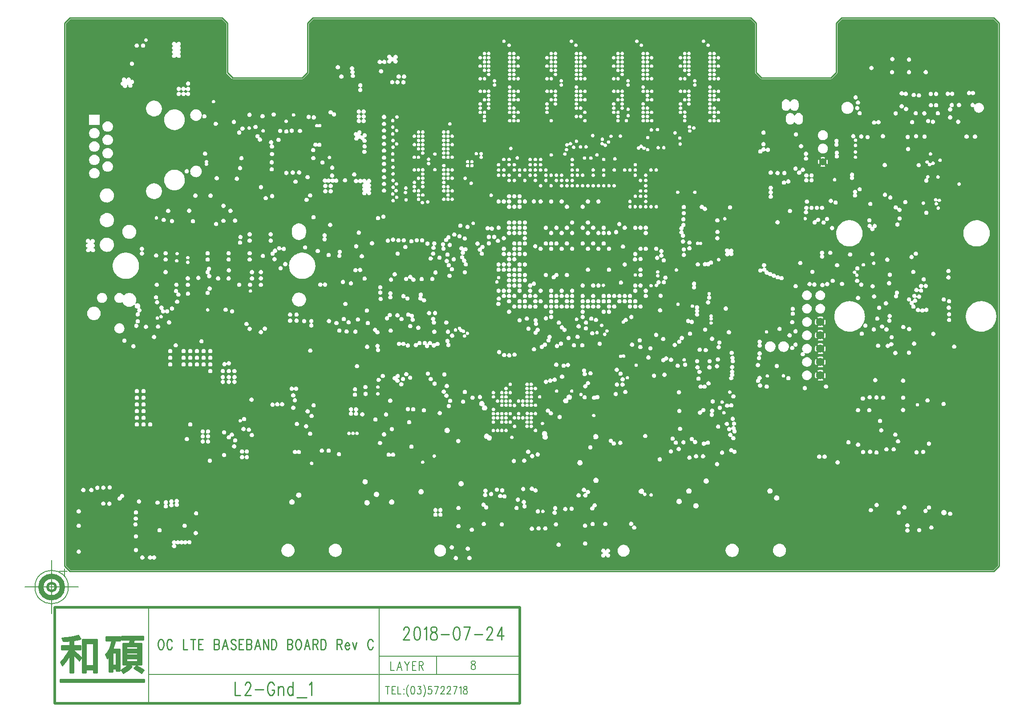
<source format=gbr>
G04 CAM350 V10.0.1 (Build 314) Date:  Fri Jul 27 19:02:51 2018 *
G04 Database: (Untitled) *
G04 Layer 4: L2P *
%FSLAX25Y25*%
%MOIN*%
%SFA1.000B1.000*%

%MIA0B0*%
%IPPOS*%
%ADD11C,0.00800*%
%ADD12C,0.01000*%
%ADD13C,0.00500*%
%ADD15C,0.02000*%
%ADD16C,0.04000*%
%ADD17C,0.00700*%
%ADD19C,0.03000*%
%ADD70C,0.01400*%
%ADD71C,0.01500*%
%ADD20C,0.02362*%
%ADD21R,0.22835X0.22835*%
%ADD22C,0.31496*%
%ADD23C,0.03937*%
%ADD24C,0.06200*%
%ADD25C,0.05520*%
%ADD26C,0.07874*%
%ADD27C,0.05906*%
%ADD28C,0.06693*%
%ADD29C,0.04331*%
%ADD72C,0.05512*%
%LNL2P*%
%LPD*%
G36*
X695586Y800D02*
G01X4414D01*
X4379Y803*
X4346Y812*
X4314Y827*
X4286Y847*
X4273Y859*
X859Y4273*
X836Y4300*
X819Y4330*
X807Y4362*
X801Y4397*
X800Y4414*
Y10399*
Y10400*
Y10401*
Y14799*
Y14800*
Y14801*
Y18999*
Y19000*
Y19001*
Y26249*
Y26250*
Y26251*
Y28750*
Y28751*
Y28752*
Y30899*
Y30900*
Y30901*
Y34199*
Y34200*
Y34201*
Y39609*
Y39610*
Y39611*
Y44999*
Y45000*
Y45001*
Y48799*
Y48800*
Y48801*
Y50809*
Y50810*
Y50811*
Y52415*
Y52416*
Y52417*
Y54599*
Y54600*
Y54601*
Y60999*
Y61000*
Y61001*
Y62689*
Y62690*
Y62691*
Y67199*
Y67200*
Y67201*
Y80999*
Y81000*
Y81001*
Y82999*
Y83000*
Y83001*
Y87249*
Y87250*
Y87251*
Y89901*
Y89902*
Y89903*
Y93749*
Y93750*
Y93751*
Y97401*
Y97402*
Y97403*
Y99201*
Y99202*
Y99203*
Y101301*
Y101302*
Y101303*
Y104901*
Y104902*
Y104903*
Y106749*
Y106750*
Y106751*
Y110199*
Y110200*
Y110201*
Y112890*
Y112891*
Y112892*
Y115199*
Y115200*
Y115201*
Y118249*
Y118250*
Y118251*
Y120199*
Y120200*
Y120201*
Y122699*
Y122700*
Y122701*
Y125199*
Y125200*
Y125201*
Y130199*
Y130200*
Y130201*
Y131999*
Y132000*
Y132001*
Y135199*
Y135200*
Y135201*
Y137001*
Y137002*
Y137003*
Y140299*
Y140300*
Y140301*
Y142101*
Y142102*
Y142103*
Y145701*
Y145702*
Y145703*
Y150199*
Y150200*
Y150201*
Y155199*
Y155200*
Y155201*
Y158399*
Y158400*
Y158401*
Y160199*
Y160200*
Y160201*
Y162249*
Y162250*
Y162251*
Y165199*
Y165200*
Y165201*
Y168800*
Y168801*
Y168802*
Y172999*
Y173000*
Y173001*
Y175749*
Y175750*
Y175751*
Y182194*
Y182195*
Y182196*
Y193415*
Y193416*
Y193417*
Y205029*
Y205030*
Y205031*
Y210203*
Y210204*
Y210205*
Y212094*
Y212095*
Y214927*
Y214928*
Y214929*
Y217001*
Y217002*
Y217003*
Y229101*
Y229102*
Y229103*
Y244289*
Y244290*
Y244291*
Y254554*
Y254555*
Y254556*
Y263353*
Y263354*
Y263355*
Y270299*
Y270300*
Y270301*
Y274101*
Y274102*
Y274103*
Y276499*
Y276500*
Y276501*
Y281857*
Y281858*
Y281859*
Y293434*
Y293435*
Y293436*
Y298499*
Y298500*
Y298501*
Y303499*
Y303500*
Y303501*
Y308499*
Y308500*
Y308501*
Y313499*
Y313500*
Y313501*
Y318499*
Y318500*
Y318501*
Y323499*
Y323500*
Y323501*
Y328499*
Y328500*
Y328501*
Y333499*
Y333500*
Y333501*
Y334546*
Y334547*
Y334548*
Y347003*
Y347004*
Y347005*
Y353650*
Y353651*
Y353652*
Y355402*
Y357999*
Y358000*
Y358001*
Y361749*
Y361750*
Y361751*
Y365749*
Y365750*
Y365751*
Y380699*
Y380700*
Y380701*
Y386499*
Y386500*
Y386501*
Y394249*
Y394250*
Y394251*
Y398399*
Y398400*
Y398401*
Y410586*
X803Y410621*
X812Y410654*
X827Y410686*
X847Y410714*
X859Y410727*
X4273Y414141*
X4300Y414164*
X4330Y414181*
X4362Y414193*
X4397Y414199*
X4414Y414200*
X117586*
X117621Y414197*
X117654Y414188*
X117686Y414173*
X117714Y414153*
X117727Y414141*
X121141Y410727*
X121164Y410700*
X121181Y410670*
X121193Y410638*
X121199Y410603*
X121200Y410586*
Y398401*
Y398400*
Y398399*
Y386501*
Y386500*
Y386499*
Y380701*
Y380700*
Y380699*
Y374000*
X121212Y373861*
X121248Y373726*
X121307Y373600*
X121387Y373486*
X121434Y373434*
X125434Y369434*
X125541Y369345*
X125662Y369275*
X125793Y369227*
X125930Y369203*
X126000Y369200*
X178000*
X178139Y369212*
X178274Y369248*
X178400Y369307*
X178514Y369387*
X178528Y369399*
X178566Y369434*
X180133Y371002*
X182566Y373434*
X182655Y373541*
X182725Y373662*
X182773Y373793*
X182797Y373930*
X182800Y374000*
Y377999*
Y378000*
Y378001*
Y381999*
Y382000*
Y382001*
Y388296*
Y388297*
Y388298*
Y394499*
Y394500*
Y394501*
Y397499*
Y397500*
Y397501*
Y410586*
X182803Y410621*
X182812Y410654*
X182827Y410686*
X182847Y410714*
X182859Y410727*
X186273Y414141*
X186300Y414164*
X186330Y414181*
X186362Y414193*
X186397Y414199*
X186414Y414200*
X513586*
X513621Y414197*
X513654Y414188*
X513686Y414173*
X513714Y414153*
X513727Y414141*
X517141Y410727*
X517164Y410700*
X517181Y410670*
X517193Y410638*
X517199Y410603*
X517200Y410586*
Y397501*
Y397500*
Y397499*
Y394501*
Y394500*
Y394499*
Y388298*
Y388297*
Y388296*
Y385148*
Y385147*
Y385146*
Y381998*
Y381997*
Y378849*
Y378848*
Y378847*
Y375699*
Y375698*
Y375697*
Y374000*
X517212Y373861*
X517248Y373726*
X517307Y373600*
X517387Y373486*
X517434Y373434*
X518320Y372549*
X519868Y371000*
X519869*
X521434Y369434*
X521472Y369399*
X521584Y369317*
X521709Y369255*
X521843Y369216*
X521981Y369200*
X522000*
X574000*
X574139Y369212*
X574274Y369248*
X574400Y369307*
X574514Y369387*
X574566Y369434*
X578566Y373434*
X578655Y373541*
X578725Y373662*
X578773Y373793*
X578797Y373930*
X578800Y374000*
Y374301*
Y374302*
Y374303*
Y377470*
Y377471*
Y377472*
Y384109*
Y384110*
Y384111*
Y410586*
X578803Y410621*
X578812Y410654*
X578827Y410686*
X578847Y410714*
X578859Y410727*
X582273Y414141*
X582299Y414164*
X582330Y414181*
X582362Y414193*
X582397Y414199*
X582414Y414200*
X695586*
X695621Y414197*
X695654Y414188*
X695686Y414173*
X695714Y414153*
X695727Y414141*
X699141Y410727*
X699164Y410700*
X699181Y410670*
X699193Y410638*
X699199Y410603*
X699200Y410586*
Y383721*
Y383720*
Y383719*
Y377471*
Y377470*
Y374302*
Y374301*
Y367825*
Y367824*
Y367823*
Y364676*
Y364675*
Y364674*
Y363101*
Y363100*
Y363099*
Y358702*
Y358701*
Y351501*
Y351500*
Y351499*
Y347554*
Y347553*
Y347552*
Y343501*
Y343500*
Y343499*
Y340402*
Y340401*
Y337102*
Y337101*
Y332501*
Y332500*
Y332499*
Y326002*
Y326001*
Y323301*
Y323300*
Y323299*
Y319375*
Y319374*
Y319373*
Y316702*
Y316701*
Y314463*
Y314462*
Y314461*
Y313001*
Y313000*
Y312999*
Y310544*
Y310543*
Y310542*
Y308301*
Y308300*
Y308299*
Y306001*
Y306000*
Y305999*
Y301102*
Y301101*
Y295701*
Y295700*
Y295699*
Y290401*
Y290400*
Y290399*
Y286482*
Y286481*
Y286480*
Y282401*
Y282400*
Y282399*
Y280301*
Y280300*
Y280299*
Y278201*
Y278200*
Y278199*
Y275601*
Y275600*
Y275599*
Y272401*
Y272400*
Y272399*
Y271081*
Y271080*
Y271079*
Y268921*
Y268920*
Y268919*
Y264591*
Y264590*
Y264589*
Y253450*
Y253449*
Y253448*
Y242302*
Y242301*
Y238241*
Y238240*
Y238239*
Y235731*
Y235730*
Y235729*
Y233731*
Y233730*
Y233729*
Y231001*
Y231000*
Y230999*
Y227210*
Y227209*
Y227208*
Y225202*
Y225201*
Y222431*
Y222430*
Y222429*
Y220402*
Y220401*
Y216101*
Y216100*
Y216099*
Y214001*
Y214000*
Y213999*
Y206001*
Y206000*
Y205999*
Y191168*
Y191167*
Y191166*
Y178102*
Y178101*
Y175601*
Y175600*
Y175599*
Y170751*
Y170750*
Y170749*
Y168502*
Y168501*
Y164002*
Y164001*
Y157001*
Y157000*
Y156999*
Y147001*
Y147000*
Y146999*
Y143001*
Y143000*
Y142999*
Y140971*
Y140970*
Y140969*
Y138601*
Y138600*
Y138599*
Y134401*
Y134400*
Y134399*
Y130252*
Y130251*
Y128181*
Y128180*
Y128179*
Y125561*
Y125560*
Y125559*
Y121001*
Y121000*
Y120999*
Y118945*
Y118944*
Y118943*
Y112801*
Y112800*
Y112799*
Y105802*
Y105801*
Y102502*
Y102501*
Y99881*
Y99880*
Y99879*
Y97501*
Y97500*
Y97499*
Y95752*
Y95751*
Y91501*
Y91500*
Y91499*
Y89602*
Y89601*
Y86001*
Y86000*
Y85999*
Y81751*
Y81750*
Y81749*
Y67769*
Y67768*
Y67767*
Y60281*
Y60280*
Y60279*
Y57301*
Y57300*
Y57299*
Y55091*
Y55090*
Y55089*
Y52501*
Y52500*
Y52499*
Y49801*
Y49800*
Y49799*
Y47902*
Y47901*
Y43201*
Y43200*
Y43199*
Y39611*
Y39610*
Y39609*
Y32902*
Y32901*
Y30931*
Y30930*
Y30929*
Y28752*
Y28751*
Y28750*
Y26251*
Y26250*
Y26249*
Y20871*
Y20870*
Y20869*
Y15749*
Y15748*
Y15747*
Y10001*
Y10000*
Y9999*
Y4414*
X699197Y4379*
X699188Y4346*
X699173Y4314*
X699153Y4286*
X699141Y4273*
X695727Y859*
X695700Y836*
X695670Y819*
X695638Y807*
X695603Y801*
X695586Y800*
G37*
%LPC*%
G36*
X58478Y8824D02*
G01X58747Y8896D01*
X59000Y9014*
X59228Y9174*
X59426Y9372*
X59586Y9600*
X59704Y9853*
X59776Y10122*
X59800Y10400*
X59776Y10678*
X59704Y10947*
X59586Y11200*
X59426Y11428*
X59228Y11626*
X59000Y11786*
X58747Y11904*
X58478Y11976*
X58200Y12000*
X57922Y11976*
X57653Y11904*
X57400Y11786*
X57172Y11626*
X56974Y11428*
X56814Y11200*
X56696Y10947*
X56624Y10678*
X56600Y10400*
X56624Y10122*
X56696Y9853*
X56814Y9600*
X56974Y9372*
X57172Y9174*
X57400Y9014*
X57653Y8896*
X57922Y8824*
X58200Y8800*
X58478Y8824*
G37*
G36*
X67375Y8845D02*
G01X67640Y8933D01*
X67884Y9067*
X68103Y9241*
X68287Y9450*
X68433Y9688*
X68535Y9947*
X68549Y10000*
X68595Y10275*
X68600Y10399*
Y10400*
X68576Y10678*
X68504Y10947*
X68386Y11200*
X68226Y11428*
X68028Y11626*
X67800Y11786*
X67547Y11904*
X67278Y11976*
X67000Y12000*
X66722Y11976*
X66453Y11904*
X66200Y11786*
X65972Y11626*
X65774Y11428*
X65667Y11285*
X65666Y11284*
X65644Y11256*
X65618Y11233*
X65588Y11215*
X65556Y11203*
X65521Y11196*
X65487Y11195*
X65452Y11201*
X65419Y11212*
X65389Y11229*
X65361Y11251*
X65339Y11277*
X65334Y11284*
X65333Y11285*
X65159Y11503*
X64950Y11687*
X64712Y11833*
X64453Y11935*
X64179Y11990*
X63901Y11997*
X63625Y11955*
X63360Y11867*
X63115Y11733*
X62897Y11559*
X62713Y11350*
X62567Y11112*
X62465Y10853*
X62410Y10579*
X62400Y10400*
X62424Y10122*
X62496Y9853*
X62614Y9600*
X62774Y9372*
X62972Y9174*
X63200Y9014*
X63453Y8896*
X63722Y8824*
X64000Y8800*
X64278Y8824*
X64547Y8896*
X64800Y9014*
X65028Y9174*
X65226Y9372*
X65333Y9516*
X65334*
X65356Y9544*
X65382Y9566*
X65412Y9585*
X65444Y9597*
X65479Y9604*
X65513Y9605*
X65548Y9599*
X65581Y9588*
X65611Y9571*
X65639Y9549*
X65661Y9523*
X65666Y9516*
X65667*
X65841Y9297*
X66050Y9113*
X66288Y8967*
X66547Y8865*
X66821Y8810*
X67099Y8803*
X67375Y8845*
G37*
G36*
X10878Y13224D02*
G01X11147Y13296D01*
X11400Y13414*
X11628Y13574*
X11826Y13772*
X11986Y14000*
X12104Y14253*
X12176Y14522*
X12200Y14800*
X12176Y15078*
X12104Y15347*
X11986Y15600*
X11826Y15828*
X11658Y16000*
X11434Y16166*
X11184Y16290*
X10917Y16368*
X10639Y16400*
X10361Y16382*
X10090Y16317*
X9834Y16205*
X9602Y16051*
X9400Y15858*
X9234Y15634*
X9110Y15384*
X9032Y15117*
X9000Y14839*
Y14801*
Y14800*
X9024Y14522*
X9096Y14253*
X9214Y14000*
X9374Y13772*
X9572Y13574*
X9800Y13414*
X10053Y13296*
X10322Y13224*
X10600Y13200*
X10878Y13224*
G37*
G36*
X53669Y14418D02*
G01X53940Y14483D01*
X54196Y14595*
X54428Y14749*
X54630Y14942*
X54796Y15166*
X54920Y15416*
X54998Y15683*
X55010Y15748*
X55030Y16000*
X55006Y16278*
X54934Y16547*
X54816Y16800*
X54656Y17028*
X54458Y17226*
X54230Y17386*
X53977Y17504*
X53708Y17576*
X53430Y17600*
X53152Y17576*
X52883Y17504*
X52630Y17386*
X52402Y17226*
X52204Y17028*
X52044Y16800*
X51926Y16547*
X51854Y16278*
X51830Y16000*
X51854Y15722*
X51926Y15453*
X52044Y15200*
X52204Y14972*
X52372Y14800*
X52596Y14634*
X52846Y14510*
X53113Y14432*
X53391Y14400*
X53669Y14418*
G37*
G36*
X82278Y17424D02*
G01X82547Y17496D01*
X82800Y17614*
X83028Y17774*
X83226Y17972*
X83386Y18200*
X83504Y18453*
X83576Y18722*
X83600Y19000*
X83576Y19278*
X83504Y19547*
X83386Y19800*
X83226Y20028*
X83006Y20244*
X82981Y20269*
X82960Y20297*
X82945Y20328*
X82935Y20362*
X82931Y20396*
X82934Y20431*
X82942Y20465*
X82956Y20497*
X82976Y20526*
X83000Y20551*
X83006Y20556*
X83207Y20749*
X83244Y20794*
X83269Y20819*
X83297Y20840*
X83328Y20855*
X83362Y20865*
X83396Y20869*
X83431Y20866*
X83465Y20858*
X83497Y20844*
X83526Y20824*
X83551Y20800*
X83556Y20794*
X83749Y20593*
X83975Y20429*
X84225Y20307*
X84493Y20230*
X84771Y20200*
X85049Y20219*
X85319Y20287*
X85574Y20400*
X85806Y20556*
X86007Y20749*
X86044Y20794*
X86069Y20819*
X86097Y20840*
X86128Y20855*
X86162Y20865*
X86196Y20869*
X86231Y20866*
X86265Y20858*
X86297Y20844*
X86326Y20824*
X86351Y20800*
X86356Y20794*
X86549Y20593*
X86775Y20429*
X87025Y20307*
X87293Y20230*
X87571Y20200*
X87849Y20219*
X88119Y20287*
X88374Y20400*
X88606Y20556*
X88807Y20749*
X88844Y20794*
X88869Y20819*
X88897Y20840*
X88928Y20855*
X88962Y20865*
X88996Y20869*
X89031Y20866*
X89065Y20858*
X89097Y20844*
X89126Y20824*
X89151Y20800*
X89156Y20794*
X89349Y20593*
X89575Y20429*
X89825Y20307*
X90093Y20230*
X90371Y20200*
X90649Y20219*
X90919Y20287*
X91174Y20400*
X91406Y20556*
X91607Y20749*
X91771Y20975*
X91799Y21023*
Y21024*
X91819Y21053*
X91843Y21078*
X91872Y21098*
X91903Y21113*
X91937Y21123*
X91972Y21126*
X92006Y21123*
X92040Y21115*
X92072Y21100*
X92101Y21080*
X92125Y21056*
X92142Y21034*
X92143Y21032*
X92311Y20809*
X92515Y20619*
X92749Y20467*
X93006Y20358*
X93277Y20296*
X93556Y20281*
X93833Y20315*
X94100Y20397*
X94348Y20523*
X94571Y20691*
X94761Y20895*
X94913Y21129*
X95022Y21386*
X95084Y21657*
X95100Y21879*
Y21880*
X95076Y22158*
X95004Y22427*
X94886Y22680*
X94726Y22908*
X94528Y23106*
X94300Y23266*
X94047Y23384*
X93778Y23456*
X93500Y23480*
X93222Y23456*
X92953Y23384*
X92700Y23266*
X92472Y23106*
X92274Y22908*
X92101Y22657*
Y22656*
X92081Y22627*
X92056Y22602*
X92028Y22582*
X91997Y22567*
X91963Y22557*
X91928Y22554*
X91894Y22557*
X91860Y22565*
X91828Y22580*
X91799Y22600*
X91775Y22624*
X91758Y22646*
X91757Y22648*
X91589Y22871*
X91385Y23061*
X91151Y23213*
X90894Y23322*
X90623Y23384*
X90344Y23399*
X90067Y23365*
X89800Y23283*
X89552Y23157*
X89329Y22989*
X89156Y22806*
X89131Y22781*
X89103Y22760*
X89072Y22745*
X89038Y22735*
X89004Y22731*
X88969Y22734*
X88935Y22742*
X88903Y22756*
X88874Y22776*
X88849Y22800*
X88844Y22806*
X88651Y23007*
X88425Y23171*
X88175Y23293*
X87907Y23370*
X87629Y23400*
X87351Y23381*
X87081Y23313*
X86826Y23200*
X86594Y23044*
X86393Y22851*
X86356Y22806*
X86331Y22781*
X86303Y22760*
X86272Y22745*
X86238Y22735*
X86204Y22731*
X86169Y22734*
X86135Y22742*
X86103Y22756*
X86074Y22776*
X86049Y22800*
X86044Y22806*
X85851Y23007*
X85625Y23171*
X85375Y23293*
X85107Y23370*
X84829Y23400*
X84551Y23381*
X84281Y23313*
X84026Y23200*
X83794Y23044*
X83593Y22851*
X83556Y22806*
X83531Y22781*
X83503Y22760*
X83472Y22745*
X83438Y22735*
X83404Y22731*
X83369Y22734*
X83335Y22742*
X83303Y22756*
X83274Y22776*
X83249Y22800*
X83244Y22806*
X83051Y23007*
X82825Y23171*
X82575Y23293*
X82307Y23370*
X82029Y23400*
X81751Y23381*
X81481Y23313*
X81226Y23200*
X80994Y23044*
X80793Y22851*
X80629Y22625*
X80507Y22375*
X80430Y22107*
X80400Y21829*
X80419Y21551*
X80487Y21281*
X80600Y21026*
X80756Y20794*
X80949Y20593*
X80994Y20556*
X81019Y20531*
X81040Y20503*
X81055Y20472*
X81065Y20438*
X81069Y20404*
X81066Y20369*
X81058Y20335*
X81044Y20303*
X81024Y20274*
X81000Y20249*
X80994Y20244*
X80793Y20051*
X80629Y19825*
X80507Y19575*
X80430Y19307*
X80400Y19000*
X80424Y18722*
X80496Y18453*
X80614Y18200*
X80774Y17972*
X80972Y17774*
X81200Y17614*
X81453Y17496*
X81722Y17424*
X82000Y17400*
X82278Y17424*
G37*
G36*
X167739Y10828D02*
G01X168360Y10921D01*
X168964Y11092*
X169542Y11338*
X170084Y11655*
X170582Y12039*
X171026Y12483*
X171411Y12980*
X171729Y13521*
X171976Y14099*
X172148Y14703*
X172242Y15324*
X172260Y15747*
Y15748*
Y15749*
X172220Y16375*
X172101Y16992*
X171904Y17588*
X171633Y18155*
X171293Y18683*
X170888Y19163*
X170426Y19588*
X169913Y19951*
X169358Y20246*
X168771Y20468*
X168160Y20614*
X167535Y20681*
X166907Y20668*
X166286Y20575*
X165681Y20404*
X165103Y20158*
X164561Y19841*
X164064Y19457*
X163620Y19013*
X163235Y18516*
X162917Y17975*
X162669Y17397*
X162498Y16793*
X162404Y16172*
X162392Y16000*
Y15999*
X162386Y15749*
Y15748*
Y15747*
X162426Y15121*
X162545Y14504*
X162742Y13908*
X163012Y13341*
X163353Y12813*
X163758Y12333*
X164220Y11908*
X164733Y11545*
X165287Y11250*
X165875Y11028*
X166486Y10882*
X167111Y10816*
X167739Y10828*
G37*
G36*
X203172Y10829D02*
G01X203793Y10921D01*
X204397Y11092*
X204975Y11338*
X205517Y11656*
X206015Y12039*
X206459Y12483*
X206844Y12980*
X207162Y13521*
X207409Y14099*
X207581Y14703*
X207675Y15324*
X207688Y15528*
Y15529*
Y15530*
X207693Y15747*
Y15748*
Y15749*
X207653Y16375*
X207534Y16992*
X207337Y17588*
X207066Y18155*
X206726Y18683*
X206321Y19163*
X205859Y19588*
X205346Y19951*
X204791Y20246*
X204204Y20468*
X203593Y20614*
X202968Y20680*
X202340Y20667*
X201719Y20575*
X201114Y20404*
X200536Y20158*
X199994Y19840*
X199497Y19457*
X199053Y19013*
X198668Y18516*
X198350Y17975*
X198103Y17397*
X197931Y16793*
X197837Y16172*
X197819Y15749*
Y15748*
Y15747*
X197859Y15121*
X197978Y14504*
X198175Y13908*
X198445Y13341*
X198786Y12813*
X199191Y12333*
X199653Y11908*
X200166Y11545*
X200721Y11250*
X201308Y11028*
X201919Y10882*
X202544Y10816*
X203172Y10829*
G37*
G36*
X282022Y11113D02*
G01X282603Y11251D01*
X283162Y11466*
X283686Y11754*
X284034Y12000*
X284035*
X284480Y12399*
X284869Y12854*
X285193Y13356*
X285448Y13898*
X285628Y14468*
X285731Y15058*
X285756Y15528*
Y15529*
Y15530*
X285716Y16126*
X285596Y16712*
X285400Y17277*
X285130Y17811*
X285012Y18000*
X284649Y18476*
X284227Y18899*
X283751Y19262*
X283232Y19558*
X282677Y19783*
X282098Y19932*
X281538Y20000*
X282163*
X281536*
X280937Y19995*
X280345Y19909*
X279770Y19746*
X279221Y19508*
X278709Y19198*
X278243Y18823*
X277831Y18390*
X277481Y17905*
X277198Y17378*
X276988Y16817*
X276854Y16234*
X276804Y15748*
Y15747*
X276799Y15530*
Y15529*
Y15528*
X276838Y14932*
X276958Y14346*
X277154Y13781*
X277424Y13247*
X277762Y12754*
X278163Y12310*
X278620Y11924*
X279125Y11602*
X279667Y11350*
X280238Y11173*
X280828Y11073*
X281426Y11053*
X282022Y11113*
G37*
G36*
X293278Y8424D02*
G01X293547Y8496D01*
X293800Y8614*
X294028Y8774*
X294226Y8972*
X294386Y9200*
X294504Y9453*
X294576Y9722*
X294600Y10000*
X294576Y10278*
X294504Y10547*
X294386Y10800*
X294226Y11028*
X294028Y11226*
X293800Y11386*
X293547Y11504*
X293278Y11576*
X293000Y11600*
X292722Y11576*
X292453Y11504*
X292200Y11386*
X291972Y11226*
X291774Y11028*
X291614Y10800*
X291496Y10547*
X291451Y10400*
X291405Y10125*
X291400Y10001*
Y10000*
X291424Y9722*
X291496Y9453*
X291614Y9200*
X291774Y8972*
X291972Y8774*
X292200Y8614*
X292453Y8496*
X292722Y8424*
X293000Y8400*
X293278Y8424*
G37*
G36*
X290278Y16424D02*
G01X290547Y16496D01*
X290800Y16614*
X291028Y16774*
X291226Y16972*
X291249Y17000*
X291404Y17232*
X291516Y17487*
X291582Y17758*
X291600Y18000*
X291576Y18278*
X291504Y18547*
X291386Y18800*
X291226Y19028*
X291028Y19226*
X290800Y19386*
X290547Y19504*
X290278Y19576*
X290000Y19600*
X289722Y19576*
X289453Y19504*
X289200Y19386*
X288972Y19226*
X288774Y19028*
X288614Y18800*
X288496Y18547*
X288424Y18278*
X288400Y18000*
X288424Y17722*
X288496Y17453*
X288614Y17200*
X288774Y16972*
X288972Y16774*
X289200Y16614*
X289453Y16496*
X289722Y16424*
X290000Y16400*
X290278Y16424*
G37*
G36*
X302190Y15411D02*
G01X302463Y15469D01*
X302722Y15572*
X302959Y15719*
X303167Y15905*
X303339Y16125*
X303471Y16371*
X303558Y16636*
X303598Y16912*
X303600Y16999*
Y17000*
X303576Y17278*
X303504Y17547*
X303386Y17800*
X303226Y18028*
X303028Y18226*
X302800Y18386*
X302547Y18504*
X302278Y18576*
X302000Y18600*
X301722Y18576*
X301453Y18504*
X301200Y18386*
X300972Y18226*
X300774Y18028*
X300751Y18000*
X300596Y17768*
X300484Y17512*
X300418Y17242*
X300400Y17000*
X300424Y16722*
X300496Y16453*
X300614Y16200*
X300774Y15972*
X300972Y15774*
X301200Y15614*
X301370Y15529*
X301371*
X301636Y15442*
X301912Y15402*
X302190Y15411*
G37*
G36*
X403778Y10424D02*
G01X404047Y10496D01*
X404300Y10614*
X404528Y10774*
X404726Y10972*
X404886Y11200*
X405004Y11453*
X405056Y11625*
X405067Y11658*
X405083Y11689*
X405105Y11716*
X405131Y11739*
X405161Y11758*
X405193Y11770*
X405227Y11777*
X405262Y11778*
X405297Y11773*
X405330Y11762*
X405360Y11745*
X405388Y11724*
X405411Y11697*
X405429Y11668*
X405442Y11635*
X405444Y11625*
X405533Y11361*
X405666Y11116*
X405840Y10898*
X406049Y10713*
X406287Y10568*
X406547Y10466*
X406820Y10410*
X407099Y10403*
X407375Y10444*
X407639Y10533*
X407884Y10666*
X408102Y10840*
X408287Y11049*
X408432Y11287*
X408534Y11547*
X408590Y11820*
X408600Y11999*
Y12000*
X408576Y12278*
X408504Y12547*
X408386Y12800*
X408226Y13028*
X408028Y13226*
X407800Y13386*
X407547Y13504*
X407375Y13556*
X407342Y13567*
X407311Y13583*
X407284Y13605*
X407261Y13631*
X407242Y13661*
X407230Y13693*
X407223Y13727*
X407221Y13750*
X407224Y13785*
X407233Y13818*
X407248Y13850*
X407268Y13879*
X407293Y13903*
X407321Y13923*
X407353Y13938*
X407375Y13944*
X407639Y14033*
X407884Y14166*
X408102Y14340*
X408287Y14549*
X408432Y14787*
X408534Y15047*
X408590Y15320*
X408600Y15460*
Y15461*
Y15462*
X408582Y15739*
X408516Y16010*
X408405Y16266*
X408250Y16498*
X408058Y16700*
X407834Y16866*
X407584Y16990*
X407316Y17068*
X407039Y17099*
X406761Y17082*
X406490Y17016*
X406234Y16905*
X406002Y16750*
X405800Y16558*
X405634Y16334*
X405510Y16084*
X405444Y15875*
X405433Y15842*
X405417Y15811*
X405395Y15784*
X405369Y15761*
X405339Y15742*
X405307Y15730*
X405272Y15723*
X405238Y15722*
X405203Y15727*
X405170Y15738*
X405140Y15755*
X405112Y15776*
X405089Y15803*
X405071Y15832*
X405058Y15865*
X405056Y15875*
X404967Y16139*
X404834Y16384*
X404660Y16602*
X404451Y16787*
X404213Y16932*
X403953Y17034*
X403680Y17090*
X403401Y17097*
X403125Y17056*
X402943Y17000*
X402800*
X402943*
X402691Y16881*
X402464Y16719*
X402268Y16521*
X402109Y16291*
X401993Y16038*
X401923Y15768*
X401900Y15490*
X401926Y15212*
X402000Y14943*
X402119Y14691*
X402281Y14464*
X402479Y14268*
X402709Y14109*
X402962Y13993*
X403125Y13944*
X403158Y13933*
X403189Y13917*
X403216Y13895*
X403239Y13869*
X403258Y13839*
X403270Y13807*
X403277Y13772*
X403278Y13738*
X403273Y13703*
X403262Y13670*
X403245Y13640*
X403224Y13612*
X403197Y13589*
X403168Y13571*
X403135Y13558*
X403125Y13556*
X402861Y13467*
X402616Y13334*
X402398Y13160*
X402213Y12951*
X402068Y12713*
X401966Y12453*
X401910Y12180*
X401900Y12000*
X401924Y11722*
X401996Y11453*
X402114Y11200*
X402274Y10972*
X402472Y10774*
X402700Y10614*
X402953Y10496*
X403222Y10424*
X403500Y10400*
X403778Y10424*
G37*
G36*
X370278Y18424D02*
G01X370547Y18496D01*
X370800Y18614*
X371028Y18774*
X371226Y18972*
X371386Y19200*
X371504Y19453*
X371576Y19722*
X371600Y20000*
X371576Y20278*
X371504Y20547*
X371386Y20800*
X371343Y20870*
X371171Y21090*
X370964Y21277*
X370728Y21425*
X370469Y21530*
X370197Y21588*
X369918Y21598*
X369642Y21559*
X369376Y21473*
X369130Y21343*
X368910Y21171*
X368723Y20964*
X368575Y20728*
X368470Y20469*
X368412Y20197*
X368400Y20000*
X368424Y19722*
X368496Y19453*
X368614Y19200*
X368774Y18972*
X368972Y18774*
X369200Y18614*
X369453Y18496*
X369722Y18424*
X370000Y18400*
X370278Y18424*
G37*
G36*
X390248Y19311D02*
G01X390514Y19397D01*
X390760Y19527*
X390980Y19699*
X391167Y19906*
X391315Y20142*
X391420Y20401*
X391478Y20673*
X391490Y20869*
Y20870*
X391466Y21148*
X391394Y21417*
X391276Y21670*
X391116Y21898*
X390918Y22096*
X390690Y22256*
X390437Y22374*
X390168Y22446*
X389890Y22470*
X389612Y22446*
X389343Y22374*
X389090Y22256*
X388862Y22096*
X388649Y21880*
X388493Y21649*
X388378Y21395*
X388310Y21124*
X388290Y20870*
X388314Y20592*
X388386Y20323*
X388504Y20070*
X388547Y20000*
X388719Y19780*
X388926Y19593*
X389162Y19445*
X389421Y19340*
X389693Y19282*
X389972Y19272*
X390248Y19311*
G37*
G36*
X419213Y11012D02*
G01X419801Y11120D01*
X420370Y11305*
X420909Y11565*
X421409Y11894*
X421860Y12286*
X422255Y12736*
X422586Y13234*
X422849Y13771*
X423037Y14339*
X423148Y14927*
X423180Y15460*
Y15461*
Y15462*
X423170Y15748*
X423092Y16341*
X422936Y16919*
X422704Y17470*
X422400Y17985*
X422031Y18456*
X421602Y18873*
X421121Y19229*
X420597Y19518*
X420040Y19735*
X419458Y19875*
X418863Y19937*
X418265Y19918*
X417675Y19820*
X417103Y19645*
X416560Y19394*
X416055Y19074*
X415597Y18689*
X415194Y18247*
X414854Y17754*
X414583Y17221*
X414385Y16657*
X414264Y16071*
X414223Y15461*
Y15460*
X414262Y14864*
X414382Y14278*
X414578Y13713*
X414848Y13179*
X415186Y12686*
X415587Y12242*
X415859Y12000*
X416345Y11652*
X416874Y11372*
X417435Y11165*
X418019Y11035*
X418615Y10983*
X419213Y11012*
G37*
G36*
X500701Y10861D02*
G01X501316Y10990D01*
X501909Y11195*
X502472Y11474*
X502995Y11823*
X503469Y12235*
X503887Y12704*
X504242Y13222*
X504528Y13781*
X504741Y14372*
X504878Y14985*
X504935Y15611*
X504937Y15747*
Y15748*
Y15749*
X504897Y16375*
X504778Y16992*
X504581Y17588*
X504310Y18155*
X503970Y18683*
X503565Y19163*
X503103Y19588*
X502590Y19951*
X502035Y20246*
X501448Y20468*
X500837Y20614*
X500212Y20680*
X499584Y20667*
X498963Y20575*
X498358Y20404*
X497780Y20158*
X497239Y19840*
X496741Y19457*
X496297Y19013*
X495912Y18516*
X495594Y17975*
X495347Y17397*
X495175Y16793*
X495081Y16172*
X495063Y15749*
Y15748*
Y15747*
X495071Y15462*
Y15461*
X495148Y14838*
X495303Y14229*
X495533Y13645*
X495837Y13094*
X496207Y12587*
X496639Y12131*
X497126Y11734*
X497659Y11401*
X498230Y11139*
X498829Y10952*
X499447Y10842*
X500075Y10812*
X500701Y10861*
G37*
G36*
X535849Y10828D02*
G01X536470Y10921D01*
X537075Y11092*
X537653Y11338*
X538195Y11655*
X538692Y12039*
X539136Y12483*
X539521Y12980*
X539839Y13521*
X540086Y14099*
X540258Y14703*
X540352Y15324*
X540370Y15747*
Y15748*
Y15749*
X540330Y16375*
X540211Y16992*
X540014Y17588*
X539744Y18155*
X539403Y18683*
X538998Y19163*
X538536Y19588*
X538023Y19951*
X537468Y20246*
X536881Y20468*
X536270Y20614*
X535645Y20680*
X535017Y20668*
X534396Y20575*
X533791Y20404*
X533214Y20158*
X532672Y19841*
X532174Y19457*
X531730Y19013*
X531345Y18516*
X531027Y17975*
X530780Y17397*
X530608Y16793*
X530514Y16172*
X530496Y15749*
Y15748*
Y15747*
X530536Y15121*
X530655Y14504*
X530852Y13908*
X531123Y13341*
X531463Y12813*
X531868Y12333*
X532330Y11908*
X532843Y11545*
X533398Y11250*
X533985Y11028*
X534596Y10882*
X535221Y10816*
X535849Y10828*
G37*
G36*
X53678Y24674D02*
G01X53947Y24746D01*
X54200Y24864*
X54428Y25024*
X54626Y25222*
X54786Y25450*
X54904Y25703*
X54976Y25972*
X55000Y26250*
X54976Y26528*
X54904Y26797*
X54786Y27050*
X54626Y27278*
X54428Y27476*
X54200Y27636*
X53947Y27754*
X53678Y27826*
X53400Y27850*
X53122Y27826*
X52853Y27754*
X52600Y27636*
X52372Y27476*
X52174Y27278*
X52014Y27050*
X51896Y26797*
X51824Y26528*
X51800Y26250*
X51824Y25972*
X51896Y25703*
X52014Y25450*
X52174Y25222*
X52372Y25024*
X52600Y24864*
X52853Y24746*
X53122Y24674*
X53400Y24650*
X53678Y24674*
G37*
G36*
X71378Y29324D02*
G01X71647Y29396D01*
X71900Y29514*
X72128Y29674*
X72326Y29872*
X72486Y30100*
X72604Y30353*
X72676Y30622*
X72700Y30900*
X72676Y31178*
X72661Y31250*
X72577Y31516*
X72447Y31763*
X72277Y31984*
X72071Y32172*
X71835Y32321*
X71578Y32427*
X71305Y32487*
X71026Y32498*
X70750Y32461*
X70484Y32377*
X70237Y32247*
X70016Y32077*
X69828Y31871*
X69679Y31635*
X69573Y31378*
X69513Y31105*
X69500Y30900*
X69524Y30622*
X69596Y30353*
X69714Y30100*
X69874Y29872*
X70072Y29674*
X70300Y29514*
X70553Y29396*
X70822Y29324*
X71100Y29300*
X71378Y29324*
G37*
G36*
X98482Y27175D02*
G01X98751Y27247D01*
X99004Y27365*
X99232Y27525*
X99430Y27723*
X99590Y27951*
X99708Y28204*
X99780Y28473*
X99804Y28751*
X99780Y29029*
X99708Y29298*
X99590Y29551*
X99430Y29779*
X99232Y29977*
X99004Y30137*
X98751Y30255*
X98482Y30327*
X98204Y30351*
X97926Y30327*
X97657Y30255*
X97404Y30137*
X97176Y29977*
X96978Y29779*
X96818Y29551*
X96700Y29298*
X96628Y29029*
X96604Y28751*
X96628Y28473*
X96700Y28204*
X96818Y27951*
X96978Y27723*
X97176Y27525*
X97404Y27365*
X97657Y27247*
X97926Y27175*
X98204Y27151*
X98482Y27175*
G37*
G36*
X10878Y32624D02*
G01X11147Y32696D01*
X11400Y32814*
X11628Y32974*
X11826Y33172*
X11986Y33400*
X12104Y33653*
X12176Y33922*
X12200Y34200*
X12176Y34478*
X12104Y34747*
X11986Y35000*
X11826Y35228*
X11781Y35280*
X11575Y35469*
X11340Y35619*
X11082Y35726*
X10810Y35786*
X10531Y35799*
X10255Y35762*
X9989Y35679*
X9741Y35550*
X9520Y35381*
X9331Y35175*
X9181Y34940*
X9074Y34682*
X9014Y34410*
X9000Y34200*
X9024Y33922*
X9096Y33653*
X9214Y33400*
X9374Y33172*
X9572Y32974*
X9800Y32814*
X10053Y32696*
X10322Y32624*
X10600Y32600*
X10878Y32624*
G37*
G36*
X53365Y33718D02*
G01X53631Y33801D01*
X53879Y33930*
X54100Y34100*
X54245Y34250*
X54405Y34478*
X54523Y34731*
X54595Y35000*
X54620Y35280*
X54596Y35558*
X54524Y35827*
X54406Y36080*
X54246Y36308*
X54048Y36506*
X53820Y36666*
X53567Y36784*
X53298Y36856*
X53020Y36880*
X52742Y36856*
X52473Y36784*
X52220Y36666*
X51992Y36506*
X51794Y36308*
X51634Y36080*
X51516Y35827*
X51444Y35558*
X51420Y35280*
X51444Y35002*
X51516Y34733*
X51634Y34480*
X51794Y34252*
X51839Y34200*
X51840*
X52045Y34011*
X52280Y33861*
X52538Y33754*
X52810Y33694*
X53089Y33681*
X53365Y33718*
G37*
G36*
X90210Y32674D02*
G01X90479Y32746D01*
X90732Y32864*
X90960Y33024*
X91158Y33222*
X91318Y33450*
X91436Y33703*
X91485Y33863*
X91528Y34138*
X91532Y34249*
Y34250*
X91508Y34528*
X91436Y34797*
X91318Y35050*
X91158Y35278*
X90960Y35476*
X90931Y35500*
X90984*
X90931*
X90699Y35654*
X90443Y35766*
X90172Y35832*
X89894Y35850*
X89616Y35819*
X89349Y35740*
X89099Y35616*
X88874Y35451*
X88708Y35280*
X88547Y35052*
X88429Y34799*
X88357Y34530*
X88332Y34250*
X88356Y33972*
X88428Y33703*
X88546Y33450*
X88706Y33222*
X88904Y33024*
X89132Y32864*
X89385Y32746*
X89654Y32674*
X89932Y32650*
X90210Y32674*
G37*
G36*
X295278Y32287D02*
G01X295547Y32359D01*
X295800Y32477*
X296028Y32637*
X296226Y32835*
X296386Y33063*
X296504Y33316*
X296576Y33585*
X296600Y33863*
X296576Y34141*
X296504Y34410*
X296386Y34663*
X296226Y34891*
X296028Y35089*
X295800Y35249*
X295547Y35367*
X295278Y35439*
X295000Y35463*
X294722Y35439*
X294453Y35367*
X294200Y35249*
X293972Y35089*
X293774Y34891*
X293614Y34663*
X293496Y34410*
X293447Y34250*
X293404Y33975*
X293400Y33864*
Y33863*
X293424Y33585*
X293496Y33316*
X293614Y33063*
X293774Y32835*
X293972Y32637*
X294200Y32477*
X294453Y32359*
X294722Y32287*
X295000Y32263*
X295278Y32287*
G37*
G36*
X305350Y29689D02*
G01X305616Y29773D01*
X305863Y29903*
X306084Y30073*
X306272Y30279*
X306421Y30515*
X306527Y30772*
X306587Y31045*
X306600Y31249*
Y31250*
X306576Y31528*
X306504Y31797*
X306413Y32000*
X306262Y32234*
X306072Y32438*
X305849Y32606*
X305601Y32733*
X305334Y32815*
X305057Y32849*
X304779Y32835*
X304507Y32772*
X304250Y32663*
X304016Y32512*
X303812Y32322*
X303644Y32099*
X303517Y31851*
X303435Y31584*
X303401Y31307*
X303400Y31251*
Y31250*
X303424Y30972*
X303439Y30900*
X303523Y30634*
X303653Y30387*
X303823Y30166*
X304029Y29978*
X304265Y29829*
X304522Y29723*
X304795Y29663*
X305074Y29652*
X305350Y29689*
G37*
G36*
X350221Y30415D02*
G01X350493Y30478D01*
X350750Y30587*
X350984Y30738*
X351188Y30928*
X351356Y31151*
X351483Y31399*
X351565Y31666*
X351599Y31943*
X351600Y31999*
Y32000*
X351580Y32250*
X351513Y32521*
X351400Y32775*
X351244Y33007*
X351050Y33207*
X350824Y33371*
X350574Y33494*
X350306Y33571*
X350028Y33600*
X349750Y33580*
X349479Y33513*
X349225Y33400*
X348993Y33244*
X348793Y33050*
X348629Y32824*
X348506Y32574*
X348429Y32306*
X348400Y32000*
X348424Y31722*
X348496Y31453*
X348587Y31250*
X348738Y31016*
X348928Y30812*
X349151Y30644*
X349399Y30517*
X349666Y30435*
X349943Y30401*
X350221Y30415*
G37*
G36*
X314278Y33924D02*
G01X314547Y33996D01*
X314800Y34114*
X315028Y34274*
X315226Y34472*
X315386Y34700*
X315504Y34953*
X315580Y35250*
X315600Y35500*
X315576Y35778*
X315504Y36047*
X315386Y36300*
X315226Y36528*
X315028Y36726*
X314800Y36886*
X314547Y37004*
X314278Y37076*
X314000Y37100*
X313722Y37076*
X313453Y37004*
X313200Y36886*
X312972Y36726*
X312774Y36528*
X312614Y36300*
X312496Y36047*
X312424Y35778*
X312400Y35500*
X312424Y35222*
X312496Y34953*
X312614Y34700*
X312774Y34472*
X312972Y34274*
X313200Y34114*
X313453Y33996*
X313722Y33924*
X314000Y33900*
X314278Y33924*
G37*
G36*
X327781Y33675D02*
G01X328050Y33747D01*
X328302Y33866*
X328531Y34026*
X328727Y34224*
X328887Y34452*
X329004Y34705*
X329076Y34975*
X329100Y35250*
X329076Y35528*
X329004Y35797*
X328886Y36050*
X328726Y36278*
X328528Y36476*
X328300Y36636*
X328047Y36754*
X327778Y36826*
X327500Y36850*
X327222Y36826*
X326953Y36754*
X326700Y36636*
X326472Y36476*
X326274Y36278*
X326114Y36050*
X325996Y35797*
X325920Y35500*
X325900Y35250*
X325924Y34972*
X325996Y34703*
X326114Y34450*
X326274Y34222*
X326472Y34024*
X326702Y33863*
X326955Y33746*
X327225Y33674*
X327503Y33650*
X327781Y33675*
G37*
G36*
X355250Y30670D02*
G01X355521Y30737D01*
X355775Y30850*
X356007Y31006*
X356207Y31200*
X356371Y31426*
X356494Y31676*
X356571Y31944*
X356600Y32250*
X356576Y32528*
X356504Y32797*
X356386Y33050*
X356226Y33278*
X356028Y33476*
X355800Y33636*
X355547Y33754*
X355278Y33826*
X355000Y33850*
X354722Y33826*
X354453Y33754*
X354200Y33636*
X353972Y33476*
X353774Y33278*
X353614Y33050*
X353496Y32797*
X353424Y32528*
X353400Y32250*
Y32249*
X353420Y32000*
X353487Y31729*
X353600Y31475*
X353756Y31243*
X353950Y31043*
X354176Y30879*
X354426Y30756*
X354694Y30679*
X354972Y30650*
X355250Y30670*
G37*
G36*
X360278Y30674D02*
G01X360557Y30750D01*
X360809Y30869*
X361036Y31031*
X361232Y31229*
X361391Y31459*
X361507Y31712*
X361577Y31982*
X361600Y32250*
X361576Y32528*
X361504Y32797*
X361386Y33050*
X361226Y33278*
X361028Y33476*
X360800Y33636*
X360547Y33754*
X360278Y33826*
X360000Y33850*
X359722Y33826*
X359453Y33754*
X359200Y33636*
X358972Y33476*
X358774Y33278*
X358614Y33050*
X358496Y32797*
X358424Y32528*
X358400Y32250*
X358424Y31972*
X358496Y31703*
X358614Y31450*
X358774Y31222*
X358972Y31024*
X359200Y30864*
X359453Y30746*
X359722Y30674*
X360000Y30650*
X360278Y30674*
G37*
G36*
X368278Y33674D02*
G01X368547Y33746D01*
X368800Y33864*
X369028Y34024*
X369226Y34222*
X369295Y34310*
X369438Y34549*
X369538Y34810*
X369591Y35083*
X369600Y35249*
Y35250*
X369576Y35528*
X369504Y35797*
X369386Y36050*
X369226Y36278*
X369028Y36476*
X368800Y36636*
X368547Y36754*
X368278Y36826*
X368000Y36850*
X367722Y36826*
X367453Y36754*
X367200Y36636*
X366972Y36476*
X366774Y36278*
X366614Y36050*
X366496Y35797*
X366424Y35528*
X366400Y35250*
X366424Y34972*
X366496Y34703*
X366614Y34450*
X366774Y34222*
X366972Y34024*
X367200Y33864*
X367453Y33746*
X367722Y33674*
X368000Y33650*
X368278Y33674*
G37*
G36*
X390128Y32734D02*
G01X390397Y32806D01*
X390462Y32832*
X390709Y32960*
X390930Y33130*
X391119Y33335*
X391269Y33571*
X391376Y33828*
X391436Y34100*
X391450Y34309*
Y34310*
X391426Y34588*
X391354Y34857*
X391236Y35110*
X391076Y35338*
X390920Y35500*
X390697Y35668*
X390448Y35794*
X390181Y35875*
X389904Y35909*
X389626Y35894*
X389354Y35831*
X389098Y35722*
X388864Y35570*
X388660Y35380*
X388555Y35250*
X388412Y35011*
X388312Y34750*
X388259Y34477*
X388250Y34310*
X388274Y34032*
X388346Y33763*
X388464Y33510*
X388624Y33282*
X388822Y33084*
X389050Y32924*
X389303Y32806*
X389572Y32734*
X389850Y32710*
X390128Y32734*
G37*
G36*
X395724Y33916D02*
G01X395996Y33979D01*
X396252Y34088*
X396486Y34240*
X396690Y34430*
X396858Y34653*
X396984Y34902*
X397065Y35169*
X397099Y35446*
X397100Y35499*
Y35500*
X397076Y35778*
X397004Y36047*
X396886Y36300*
X396726Y36528*
X396528Y36726*
X396300Y36886*
X396047Y37004*
X395778Y37076*
X395500Y37100*
X395222Y37076*
X394953Y37004*
X394700Y36886*
X394472Y36726*
X394274Y36528*
X394114Y36300*
X393996Y36047*
X393924Y35778*
X393900Y35500*
X393924Y35222*
X393996Y34953*
X394114Y34700*
X394274Y34472*
X394430Y34310*
X394653Y34142*
X394902Y34016*
X395169Y33935*
X395446Y33901*
X395724Y33916*
G37*
G36*
X405278Y33924D02*
G01X405547Y33996D01*
X405800Y34114*
X406028Y34274*
X406226Y34472*
X406386Y34700*
X406504Y34953*
X406576Y35222*
X406600Y35500*
Y35501*
X406591Y35670*
X406537Y35944*
X406437Y36204*
X406293Y36443*
X406109Y36653*
X405892Y36828*
X405648Y36963*
X405384Y37053*
X405109Y37096*
X404830Y37091*
X404556Y37037*
X404296Y36937*
X404057Y36793*
X403847Y36609*
X403672Y36392*
X403537Y36148*
X403447Y35884*
X403404Y35609*
X403400Y35501*
Y35500*
X403424Y35222*
X403496Y34953*
X403614Y34700*
X403774Y34472*
X403972Y34274*
X404200Y34114*
X404453Y33996*
X404722Y33924*
X405000Y33900*
X405278Y33924*
G37*
G36*
X424526Y34079D02*
G01X424800Y34133D01*
X425060Y34233*
X425299Y34377*
X425448Y34500*
X425634Y34707*
X425782Y34944*
X425886Y35202*
X425944Y35475*
X425956Y35669*
Y35670*
X425932Y35948*
X425860Y36217*
X425742Y36470*
X425582Y36698*
X425384Y36896*
X425156Y37056*
X424903Y37174*
X424634Y37246*
X424356Y37270*
X424078Y37246*
X423809Y37174*
X423556Y37056*
X423328Y36896*
X423130Y36698*
X422970Y36470*
X422852Y36217*
X422780Y35948*
X422756Y35670*
Y35669*
X422765Y35500*
X422819Y35226*
X422919Y34966*
X423063Y34727*
X423247Y34517*
X423464Y34342*
X423708Y34207*
X423972Y34117*
X424247Y34074*
X424526Y34079*
G37*
G36*
X426922Y31263D02*
G01X427190Y31341D01*
X427440Y31465*
X427665Y31630*
X427857Y31831*
X428012Y32063*
X428124Y32319*
X428190Y32590*
X428208Y32831*
Y32832*
X428184Y33109*
X428112Y33379*
X427994Y33632*
X427834Y33860*
X427637Y34057*
X427408Y34217*
X427156Y34335*
X426886Y34407*
X426608Y34432*
X426331Y34407*
X426061Y34335*
X425808Y34217*
X425580Y34057*
X425383Y33860*
X425223Y33631*
X425105Y33379*
X425033Y33109*
X425008Y32831*
X425033Y32554*
X425105Y32284*
Y32283*
X425118Y32250*
X425241Y32000*
X425407Y31775*
X425608Y31583*
X425840Y31428*
X426096Y31316*
X426367Y31250*
X426645Y31232*
X426922Y31263*
G37*
G36*
X631528Y29174D02*
G01X631797Y29246D01*
X632050Y29364*
X632278Y29524*
X632476Y29722*
X632636Y29950*
X632754Y30203*
X632826Y30472*
X632850Y30750*
Y30751*
X632840Y30930*
X632784Y31203*
X632682Y31463*
X632537Y31701*
X632352Y31910*
X632134Y32084*
X631889Y32217*
X631625Y32306*
X631349Y32347*
X631070Y32340*
X630797Y32284*
X630537Y32182*
X630299Y32037*
X630090Y31852*
X629916Y31634*
X629783Y31389*
X629694Y31125*
X629653Y30849*
X629650Y30751*
Y30750*
X629674Y30472*
X629746Y30203*
X629864Y29950*
X630024Y29722*
X630222Y29524*
X630450Y29364*
X630703Y29246*
X630972Y29174*
X631250Y29150*
X631528Y29174*
G37*
G36*
X640270Y29340D02*
G01X640543Y29396D01*
X640803Y29498*
X641041Y29643*
X641250Y29828*
X641424Y30046*
X641557Y30291*
X641646Y30555*
X641687Y30831*
X641690Y30929*
Y30930*
X641666Y31208*
X641594Y31477*
X641476Y31730*
X641316Y31958*
X641118Y32156*
X640890Y32316*
X640637Y32434*
X640368Y32506*
X640090Y32530*
X639812Y32506*
X639543Y32434*
X639290Y32316*
X639062Y32156*
X638864Y31958*
X638704Y31730*
X638586Y31477*
X638514Y31208*
X638490Y30930*
Y30929*
X638500Y30750*
X638556Y30477*
X638658Y30217*
X638803Y29979*
X638988Y29770*
X639206Y29596*
X639451Y29463*
X639715Y29374*
X639991Y29333*
X640270Y29340*
G37*
G36*
X631321Y32902D02*
G01X631323D01*
X631598Y32938*
X631864Y33022*
X632111Y33151*
X632332Y33321*
X632520Y33527*
X632670Y33763*
X632776Y34020*
X632837Y34293*
X632850Y34499*
Y34500*
X632826Y34778*
X632754Y35047*
X632636Y35300*
X632476Y35528*
X632278Y35726*
X632050Y35886*
X631797Y36004*
X631528Y36076*
X631250Y36100*
X630972Y36076*
X630703Y36004*
X630450Y35886*
X630222Y35726*
X630158Y35670*
X629972Y35463*
X629824Y35226*
X629720Y34968*
X629662Y34695*
X629650Y34500*
X629674Y34222*
X629746Y33953*
X629864Y33700*
X630024Y33472*
X630222Y33274*
X630450Y33114*
X630703Y32996*
X630972Y32924*
X631250Y32900*
X631321Y32902*
G37*
G36*
X649552Y31340D02*
G01X649818Y31423D01*
X650065Y31552*
X650287Y31722*
X650475Y31928*
X650625Y32163*
X650732Y32421*
X650792Y32693*
X650806Y32901*
Y32902*
X650781Y33179*
X650709Y33449*
X650591Y33702*
X650431Y33930*
X650234Y34127*
X650005Y34287*
X649753Y34405*
X649483Y34477*
X649206Y34502*
X649134Y34500*
X648727*
X649132*
X648858Y34463*
X648592Y34379*
X648344Y34250*
X648123Y34080*
X647935Y33874*
X647786Y33639*
X647679Y33381*
X647619Y33109*
X647606Y32902*
Y32901*
X647607Y32833*
Y32831*
X647643Y32555*
X647727Y32289*
X647856Y32042*
X648026Y31820*
X648232Y31632*
X648467Y31482*
X648725Y31376*
X648997Y31315*
X649276Y31303*
X649552Y31340*
G37*
G36*
X53578Y38034D02*
G01X53847Y38106D01*
X54100Y38224*
X54328Y38384*
X54526Y38582*
X54686Y38810*
X54804Y39063*
X54876Y39332*
X54900Y39610*
X54876Y39888*
X54804Y40157*
X54686Y40410*
X54526Y40638*
X54328Y40836*
X54100Y40996*
X53847Y41114*
X53578Y41186*
X53300Y41210*
X53022Y41186*
X52753Y41114*
X52500Y40996*
X52272Y40836*
X52074Y40638*
X51914Y40410*
X51796Y40157*
X51724Y39888*
X51700Y39610*
X51724Y39332*
X51796Y39063*
X51914Y38810*
X52074Y38582*
X52272Y38384*
X52500Y38224*
X52753Y38106*
X53022Y38034*
X53300Y38010*
X53578Y38034*
G37*
G36*
X10878Y43424D02*
G01X11147Y43496D01*
X11400Y43614*
X11628Y43774*
X11826Y43972*
X11986Y44200*
X12104Y44453*
X12176Y44722*
X12200Y45000*
X12176Y45278*
X12104Y45547*
X11986Y45800*
X11826Y46028*
X11628Y46226*
X11400Y46386*
X11147Y46504*
X10878Y46576*
X10600Y46600*
X10322Y46576*
X10053Y46504*
X9800Y46386*
X9572Y46226*
X9374Y46028*
X9214Y45800*
X9096Y45547*
X9024Y45278*
X9000Y45000*
X9024Y44722*
X9096Y44453*
X9214Y44200*
X9374Y43972*
X9572Y43774*
X9800Y43614*
X10053Y43496*
X10322Y43424*
X10600Y43400*
X10878Y43424*
G37*
G36*
X53678Y42624D02*
G01X53947Y42696D01*
X54200Y42814*
X54428Y42974*
X54626Y43172*
X54786Y43400*
X54839Y43500*
X54938Y43760*
X54991Y44034*
X55000Y44199*
Y44200*
X54976Y44478*
X54904Y44747*
X54786Y45000*
X54626Y45228*
X54428Y45426*
X54200Y45586*
X53947Y45704*
X53678Y45776*
X53400Y45800*
X53122Y45776*
X52853Y45704*
X52600Y45586*
X52372Y45426*
X52174Y45228*
X52014Y45000*
X51896Y44747*
X51824Y44478*
X51800Y44200*
X51824Y43922*
X51896Y43653*
X52014Y43400*
X52174Y43172*
X52372Y42974*
X52600Y42814*
X52853Y42696*
X53122Y42624*
X53400Y42600*
X53678Y42624*
G37*
G36*
X98778Y41924D02*
G01X99047Y41996D01*
X99300Y42114*
X99528Y42274*
X99726Y42472*
X99749Y42500*
X99904Y42732*
X100016Y42987*
X100082Y43258*
X100100Y43500*
X100076Y43778*
X100004Y44047*
X99886Y44300*
X99726Y44528*
X99528Y44726*
X99300Y44886*
X99047Y45004*
X98778Y45076*
X98500Y45100*
X98222Y45076*
X97953Y45004*
X97700Y44886*
X97472Y44726*
X97274Y44528*
X97114Y44300*
X97061Y44200*
X96961Y43940*
X96909Y43666*
X96900Y43500*
X96924Y43222*
X96996Y42953*
X97114Y42700*
X97274Y42472*
X97472Y42274*
X97700Y42114*
X97953Y41996*
X98222Y41924*
X98500Y41900*
X98778Y41924*
G37*
G36*
X29278Y49234D02*
G01X29547Y49306D01*
X29800Y49424*
X30028Y49584*
X30226Y49782*
X30386Y50010*
X30504Y50263*
X30576Y50532*
X30599Y50760*
Y50761*
X30600Y50809*
Y50810*
X30576Y51088*
X30504Y51357*
X30386Y51610*
X30226Y51838*
X30028Y52036*
X29800Y52196*
X29547Y52314*
X29278Y52386*
X29000Y52410*
X28722Y52386*
X28453Y52314*
X28200Y52196*
X27972Y52036*
X27774Y51838*
X27614Y51610*
X27496Y51357*
X27424Y51088*
X27400Y50810*
X27424Y50532*
X27496Y50263*
X27614Y50010*
X27774Y49782*
X27972Y49584*
X28200Y49424*
X28453Y49306*
X28722Y49234*
X29000Y49210*
X29278Y49234*
G37*
G36*
X33798Y49184D02*
G01X34067Y49256D01*
X34320Y49374*
X34548Y49534*
X34746Y49732*
X34906Y49960*
X35024Y50213*
X35096Y50482*
X35120Y50760*
X35096Y51038*
X35024Y51307*
X34906Y51560*
X34746Y51788*
X34548Y51986*
X34320Y52146*
X34067Y52264*
X33798Y52336*
X33520Y52360*
X33242Y52336*
X32973Y52264*
X32720Y52146*
X32492Y51986*
X32294Y51788*
X32134Y51560*
X32016Y51307*
X31944Y51038*
X31921Y50810*
Y50809*
X31920Y50761*
Y50760*
X31944Y50482*
X32016Y50213*
X32134Y49960*
X32294Y49732*
X32492Y49534*
X32720Y49374*
X32973Y49256*
X33242Y49184*
X33520Y49160*
X33798Y49184*
G37*
G36*
X41478Y53024D02*
G01X41747Y53096D01*
X42000Y53214*
X42228Y53374*
X42426Y53572*
X42586Y53800*
X42704Y54053*
X42776Y54322*
X42800Y54600*
X42798Y54689*
X42799Y54724*
X42806Y54758*
X42819Y54791*
X42838Y54820*
X42861Y54846*
X42888Y54868*
X42919Y54884*
X42952Y54895*
X42987Y54900*
X42997*
X43275Y54924*
X43545Y54996*
X43798Y55113*
X44027Y55273*
X44224Y55470*
X44384Y55698*
X44503Y55950*
X44575Y56220*
X44600Y56500*
X44576Y56778*
X44504Y57047*
X44439Y57200*
X44295Y57439*
X44113Y57650*
X43896Y57826*
X43652Y57961*
X43389Y58052*
X43113Y58096*
X42834Y58091*
X42560Y58038*
X42300Y57939*
X42061Y57795*
X41850Y57613*
X41674Y57396*
X41539Y57152*
X41448Y56889*
X41404Y56613*
X41403Y56411*
X41401Y56376*
X41394Y56342*
X41381Y56309*
X41362Y56280*
X41339Y56254*
X41312Y56232*
X41281Y56216*
X41248Y56205*
X41213Y56200*
X41203*
X40925Y56176*
X40655Y56104*
X40402Y55987*
X40173Y55827*
X39976Y55630*
X39816Y55402*
X39697Y55150*
X39625Y54880*
X39600Y54600*
X39624Y54322*
X39696Y54053*
X39814Y53800*
X39974Y53572*
X40172Y53374*
X40400Y53214*
X40653Y53096*
X40922Y53024*
X41200Y53000*
X41478Y53024*
G37*
G36*
X55964Y50840D02*
G01X56233Y50912D01*
X56486Y51030*
X56714Y51190*
X56912Y51388*
X57062Y51600*
X57183Y51851*
X57258Y52120*
X57286Y52416*
X57262Y52694*
X57190Y52963*
X57072Y53216*
X56912Y53444*
X56714Y53642*
X56486Y53802*
X56233Y53920*
X55964Y53992*
X55686Y54016*
X55408Y53992*
X55139Y53920*
X54886Y53802*
X54658Y53642*
X54460Y53444*
X54300Y53216*
X54182Y52963*
X54110Y52694*
X54086Y52416*
X54110Y52138*
X54182Y51869*
X54300Y51616*
X54460Y51388*
X54658Y51190*
X54886Y51030*
X55139Y50912*
X55408Y50840*
X55686Y50816*
X55964Y50840*
G37*
G36*
X69924Y50033D02*
G01X70191Y50113D01*
X70440Y50238*
X70664Y50405*
X70855Y50608*
X71008Y50841*
X71119Y51097*
X71183Y51368*
X71200Y51599*
Y51600*
X71176Y51878*
X71104Y52147*
X70986Y52400*
X70826Y52628*
X70628Y52826*
X70400Y52986*
X70147Y53104*
X69878Y53176*
X69600Y53200*
X69322Y53176*
X69053Y53104*
X68800Y52986*
X68572Y52826*
X68374Y52628*
X68224Y52416*
X68103Y52165*
X68028Y51896*
X68000Y51600*
X68024Y51322*
X68096Y51053*
X68214Y50800*
X68238Y50760*
X68405Y50536*
X68608Y50345*
X68841Y50192*
X69097Y50081*
X69368Y50017*
X69647Y50001*
X69924Y50033*
G37*
G36*
X76078Y47224D02*
G01X76347Y47296D01*
X76600Y47414*
X76828Y47574*
X77026Y47772*
X77186Y48000*
X77304Y48253*
X77376Y48522*
X77400Y48800*
X77376Y49078*
X77304Y49347*
X77186Y49600*
X77088Y49750*
X76903Y49959*
X76685Y50133*
X76684Y50134*
X76656Y50156*
X76633Y50182*
X76615Y50212*
X76603Y50244*
X76596Y50279*
X76595Y50313*
X76601Y50348*
X76612Y50381*
X76629Y50411*
X76651Y50439*
X76677Y50461*
X76684Y50466*
X76685Y50467*
X76903Y50641*
X77087Y50850*
X77233Y51088*
X77335Y51347*
X77390Y51621*
X77397Y51899*
X77355Y52175*
X77267Y52440*
X77133Y52685*
X76959Y52903*
X76750Y53087*
X76512Y53233*
X76253Y53335*
X75979Y53390*
X75701Y53397*
X75425Y53355*
X75160Y53267*
X74915Y53133*
X74697Y52959*
X74513Y52750*
X74367Y52512*
X74265Y52253*
X74210Y51979*
X74203Y51701*
X74213Y51600*
X74271Y51327*
X74377Y51069*
X74525Y50833*
X74712Y50626*
X74916Y50467*
Y50466*
X74944Y50444*
X74966Y50418*
X74985Y50388*
X74997Y50356*
X75004Y50321*
X75005Y50287*
X74999Y50252*
X74988Y50219*
X74971Y50189*
X74949Y50161*
X74923Y50139*
X74916Y50134*
Y50133*
X74697Y49959*
X74513Y49750*
X74367Y49512*
X74265Y49253*
X74210Y48979*
X74200Y48800*
X74224Y48522*
X74296Y48253*
X74414Y48000*
X74574Y47772*
X74772Y47574*
X75000Y47414*
X75253Y47296*
X75522Y47224*
X75800Y47200*
X76078Y47224*
G37*
G36*
X278028Y40924D02*
G01X278297Y40996D01*
X278550Y41114*
X278778Y41274*
X278976Y41472*
X279136Y41700*
X279254Y41953*
X279326Y42222*
X279350Y42500*
X279326Y42778*
X279254Y43047*
X279136Y43300*
X278976Y43528*
X278778Y43726*
X278550Y43886*
X278297Y44004*
X278125Y44056*
X278092Y44067*
X278061Y44083*
X278034Y44105*
X278011Y44131*
X277992Y44161*
X277980Y44193*
X277973Y44227*
X277972Y44262*
X277977Y44297*
X277988Y44330*
X278005Y44360*
X278026Y44388*
X278053Y44411*
X278082Y44429*
X278115Y44442*
X278125Y44444*
X278389Y44533*
X278634Y44666*
X278852Y44840*
X279037Y45049*
X279182Y45287*
X279284Y45547*
X279340Y45820*
X279347Y46099*
X279306Y46375*
X279217Y46639*
X279084Y46884*
X278910Y47102*
X278701Y47287*
X278463Y47432*
X278203Y47534*
X277930Y47590*
X277651Y47597*
X277375Y47556*
X277111Y47467*
X276866Y47334*
X276648Y47160*
X276463Y46951*
X276318Y46713*
X276216Y46453*
X276160Y46180*
X276153Y45901*
X276194Y45625*
X276283Y45361*
X276416Y45116*
X276590Y44898*
X276799Y44713*
X277037Y44568*
X277297Y44466*
X277375Y44444*
X277408Y44433*
X277439Y44417*
X277466Y44395*
X277489Y44369*
X277508Y44339*
X277520Y44307*
X277527Y44272*
X277528Y44238*
X277523Y44203*
X277512Y44170*
X277495Y44140*
X277474Y44112*
X277447Y44089*
X277418Y44071*
X277385Y44058*
X277375Y44056*
X277111Y43967*
X276866Y43834*
X276648Y43660*
X276501Y43500*
X276346Y43268*
X276234Y43012*
X276168Y42742*
X276150Y42500*
X276174Y42222*
X276246Y41953*
X276364Y41700*
X276524Y41472*
X276722Y41274*
X276950Y41114*
X277203Y40996*
X277472Y40924*
X277750Y40900*
X278028Y40924*
G37*
G36*
X281778D02*
G01X282047Y40996D01*
X282300Y41114*
X282528Y41274*
X282726Y41472*
X282886Y41700*
X283004Y41953*
X283076Y42222*
X283100Y42500*
X283076Y42778*
X283004Y43047*
X282886Y43300*
X282726Y43528*
X282528Y43726*
X282300Y43886*
X282047Y44004*
X281875Y44056*
X281842Y44067*
X281811Y44083*
X281784Y44105*
X281761Y44131*
X281742Y44161*
X281730Y44193*
X281723Y44227*
X281721Y44250*
X281724Y44285*
X281733Y44318*
X281748Y44350*
X281768Y44379*
X281793Y44403*
X281821Y44423*
X281853Y44438*
X281875Y44444*
X282139Y44533*
X282384Y44666*
X282602Y44840*
X282749Y45000*
X282904Y45232*
X283016Y45487*
X283082Y45758*
X283100Y46037*
X283069Y46314*
X282991Y46582*
X282867Y46832*
X282702Y47056*
X282500Y47249*
X282268Y47404*
X282057Y47500*
X282200*
X282057*
X281788Y47574*
X281510Y47600*
X281232Y47577*
X280962Y47507*
X280709Y47391*
X280479Y47232*
X280281Y47036*
X280119Y46809*
X280000Y46557*
X279926Y46288*
X279900Y46010*
X279923Y45732*
X279993Y45462*
X280109Y45209*
X280268Y44979*
X280464Y44781*
X280691Y44619*
X280943Y44500*
X281125Y44444*
X281158Y44433*
X281189Y44417*
X281216Y44395*
X281239Y44369*
X281258Y44339*
X281270Y44307*
X281277Y44272*
X281278Y44238*
X281273Y44203*
X281262Y44170*
X281245Y44140*
X281224Y44112*
X281197Y44089*
X281168Y44071*
X281135Y44058*
X281125Y44056*
X280861Y43967*
X280616Y43834*
X280398Y43660*
X280213Y43451*
X280068Y43213*
X279966Y42953*
X279910Y42680*
X279900Y42500*
X279924Y42222*
X279996Y41953*
X280114Y41700*
X280274Y41472*
X280472Y41274*
X280700Y41114*
X280953Y40996*
X281222Y40924*
X281500Y40900*
X281778Y40924*
G37*
G36*
X80179Y48160D02*
G01X80452Y48215D01*
X80712Y48317*
X80950Y48463*
X81159Y48647*
X81333Y48865*
X81466Y49110*
X81555Y49374*
X81597Y49650*
X81600Y49749*
Y49750*
X81580Y50000*
X81513Y50271*
X81400Y50525*
X81244Y50757*
X81033Y50972*
X81008Y50997*
X80988Y51026*
X80973Y51057*
X80965Y51091*
X80962Y51126*
X80965Y51160*
X80974Y51194*
X80989Y51226*
X81009Y51254*
X81033Y51278*
X81229Y51476*
X81388Y51705*
X81505Y51958*
X81577Y52227*
X81600Y52505*
X81575Y52783*
X81502Y53052*
X81383Y53305*
X81222Y53533*
X81024Y53729*
X80795Y53888*
X80542Y54005*
X80273Y54077*
X79995Y54100*
X79717Y54075*
X79448Y54002*
X79195Y53883*
X78967Y53722*
X78771Y53524*
X78612Y53295*
X78495Y53042*
X78423Y52773*
X78400Y52495*
X78425Y52217*
X78498Y51948*
X78617Y51695*
X78778Y51467*
X78967Y51278*
X78992Y51253*
X79012Y51224*
X79027Y51193*
X79035Y51159*
X79038Y51124*
X79035Y51090*
X79026Y51056*
X79011Y51024*
X78991Y50996*
X78967Y50972*
X78771Y50774*
X78612Y50545*
X78495Y50292*
X78423Y50023*
X78400Y49750*
X78424Y49472*
X78496Y49203*
X78614Y48950*
X78713Y48800*
X78897Y48591*
X79115Y48417*
X79360Y48284*
X79624Y48195*
X79900Y48153*
X80179Y48160*
G37*
G36*
X84250Y48420D02*
G01X84521Y48487D01*
X84775Y48600*
X85007Y48756*
X85207Y48950*
X85371Y49176*
X85494Y49426*
X85571Y49694*
X85600Y50000*
X85576Y50278*
X85504Y50547*
X85386Y50800*
X85226Y51028*
X85033Y51222*
X85008Y51247*
X84988Y51276*
X84973Y51307*
X84965Y51341*
X84962Y51375*
X84965Y51410*
X84974Y51443*
X84988Y51475*
X85008Y51504*
X85033Y51528*
X85229Y51726*
X85388Y51955*
X85413Y52000*
X85522Y52257*
X85585Y52529*
X85599Y52807*
X85565Y53084*
X85483Y53351*
X85356Y53599*
X85188Y53822*
X84984Y54012*
X84750Y54163*
X84493Y54272*
X84221Y54335*
X83943Y54349*
X83666Y54315*
X83399Y54233*
X83151Y54106*
X82928Y53938*
X82738Y53734*
X82587Y53500*
X82478Y53243*
X82415Y52971*
X82401Y52693*
X82435Y52416*
X82517Y52149*
X82644Y51901*
X82812Y51678*
X82967Y51528*
X82992Y51503*
X83012Y51474*
X83027Y51443*
X83035Y51409*
X83038Y51374*
X83035Y51340*
X83026Y51306*
X83011Y51274*
X82991Y51246*
X82967Y51222*
X82771Y51024*
X82612Y50795*
X82495Y50542*
X82423Y50273*
X82400Y50000*
Y49999*
X82420Y49750*
X82487Y49479*
X82600Y49225*
X82756Y48993*
X82950Y48793*
X83176Y48629*
X83426Y48506*
X83694Y48429*
X83972Y48400*
X84250Y48420*
G37*
G36*
X295278Y45924D02*
G01X295547Y45996D01*
X295800Y46114*
X296028Y46274*
X296226Y46472*
X296386Y46700*
X296504Y46953*
X296576Y47222*
X296600Y47500*
X296576Y47778*
X296504Y48047*
X296386Y48300*
X296226Y48528*
X296028Y48726*
X295800Y48886*
X295547Y49004*
X295278Y49076*
X295000Y49100*
X294722Y49076*
X294453Y49004*
X294200Y48886*
X293972Y48726*
X293774Y48528*
X293614Y48300*
X293496Y48047*
X293424Y47778*
X293400Y47500*
X293424Y47222*
X293496Y46953*
X293614Y46700*
X293774Y46472*
X293972Y46274*
X294200Y46114*
X294453Y45996*
X294722Y45924*
X295000Y45900*
X295278Y45924*
G37*
G36*
X170639Y50029D02*
G01X170976Y50118D01*
X171292Y50264*
X171579Y50462*
X171826Y50708*
X172028Y50992*
X172176Y51308*
X172237Y51500*
X172294Y51844*
X172300Y51999*
Y52000*
X172270Y52347*
X172179Y52684*
X172032Y53000*
X171832Y53286*
X171586Y53532*
X171300Y53732*
X170984Y53879*
X170647Y53970*
X170300Y54000*
X169953Y53970*
X169616Y53879*
X169300Y53732*
X169014Y53532*
X168768Y53286*
X168568Y53000*
X168421Y52684*
X168330Y52347*
X168300Y52000*
X168330Y51653*
X168421Y51316*
X168568Y51000*
X168768Y50714*
X169014Y50468*
X169300Y50268*
X169616Y50121*
X169953Y50030*
X170288Y50000*
X170291*
X170639Y50029*
G37*
G36*
X226847Y49530D02*
G01X227184Y49621D01*
X227500Y49768*
X227786Y49968*
X228032Y50214*
X228232Y50500*
X228379Y50816*
X228470Y51153*
X228500Y51500*
X228470Y51847*
X228437Y52000*
X228320Y52329*
X228149Y52632*
X227927Y52901*
X227662Y53128*
X227362Y53305*
X227035Y53427*
X226692Y53491*
X226344Y53494*
X226000Y53436*
X225671Y53320*
X225368Y53149*
X225099Y52927*
X224872Y52662*
X224695Y52362*
X224563Y52000*
X224506Y51656*
X224500Y51501*
Y51500*
X224530Y51153*
X224621Y50816*
X224768Y50500*
X224968Y50214*
X225214Y49968*
X225500Y49768*
X225816Y49621*
X226153Y49530*
X226500Y49500*
X226847Y49530*
G37*
G36*
X245011Y50000D02*
G01X245356Y50032D01*
X245692Y50124*
X246008Y50272*
X246292Y50474*
X246538Y50721*
X246736Y51008*
X246882Y51324*
X246971Y51661*
X247000Y52000*
X246970Y52347*
X246879Y52684*
X246732Y53000*
X246532Y53286*
X246286Y53532*
X245969Y53750*
X246061*
X245968*
X245650Y53892*
X245311Y53976*
X244964Y54000*
X244617Y53963*
X244282Y53867*
X243969Y53714*
X243687Y53508*
X243445Y53257*
X243250Y52968*
X243108Y52650*
X243024Y52311*
X243000Y52000*
X243030Y51653*
X243064Y51500*
X243180Y51171*
X243351Y50868*
X243573Y50599*
X243838Y50372*
X244138Y50195*
X244465Y50073*
X244808Y50009*
X245009Y50000*
X245011*
G37*
G36*
X315978Y46416D02*
G01X316250Y46480D01*
X316506Y46590*
X316740Y46743*
X316943Y46934*
X317110Y47157*
X317236Y47406*
X317270Y47500*
X317334Y47772*
X317350Y47999*
Y48000*
X317326Y48278*
X317254Y48547*
X317136Y48800*
X316976Y49028*
X316778Y49226*
X316550Y49386*
X316297Y49504*
X316028Y49576*
X315750Y49600*
X315561Y49589*
X315526Y49588*
X315492Y49593*
X315459Y49604*
X315428Y49620*
X315400Y49642*
X315377Y49668*
X315359Y49697*
X315346Y49730*
X315339Y49764*
X315338Y49799*
X315339Y49811*
X315347Y50090*
X315308Y50366*
X315220Y50631*
X315089Y50876*
X314916Y51096*
X314708Y51281*
X314471Y51428*
X314212Y51532*
X313939Y51589*
X313660Y51597*
X313384Y51558*
X313119Y51470*
X312874Y51339*
X312654Y51166*
X312469Y50958*
X312322Y50721*
X312218Y50462*
X312161Y50189*
X312150Y50000*
X312174Y49722*
X312246Y49453*
X312364Y49200*
X312524Y48972*
X312722Y48774*
X312950Y48614*
X313203Y48496*
X313472Y48424*
X313750Y48400*
X313939Y48411*
X313974Y48412*
X314008Y48407*
X314041Y48396*
X314072Y48380*
X314100Y48358*
X314123Y48332*
X314141Y48303*
X314154Y48270*
X314161Y48236*
X314162Y48201*
X314161Y48189*
X314153Y47910*
X314192Y47634*
X314230Y47500*
X314340Y47244*
X314493Y47010*
X314684Y46807*
X314907Y46640*
X315156Y46514*
X315423Y46434*
X315700Y46401*
X315978Y46416*
G37*
G36*
X338778Y45924D02*
G01X339047Y45996D01*
X339300Y46114*
X339528Y46274*
X339726Y46472*
X339886Y46700*
X340004Y46953*
X340076Y47222*
X340100Y47500*
X340076Y47778*
X340004Y48047*
X339886Y48300*
X339726Y48528*
X339528Y48726*
X339300Y48886*
X339047Y49004*
X338778Y49076*
X338500Y49100*
X338222Y49076*
X337953Y49004*
X337700Y48886*
X337472Y48726*
X337274Y48528*
X337114Y48300*
X336996Y48047*
X336980Y48000*
X336916Y47728*
X336900Y47500*
X336924Y47222*
X336996Y46953*
X337114Y46700*
X337274Y46472*
X337472Y46274*
X337700Y46114*
X337953Y45996*
X338222Y45924*
X338500Y45900*
X338778Y45924*
G37*
G36*
X354778Y43424D02*
G01X355047Y43496D01*
X355300Y43614*
X355528Y43774*
X355726Y43972*
X355886Y44200*
X356004Y44453*
X356076Y44722*
X356100Y45000*
X356076Y45278*
X356004Y45547*
X355886Y45800*
X355726Y46028*
X355528Y46226*
X355300Y46386*
X355047Y46504*
X354778Y46576*
X354500Y46600*
X354222Y46576*
X353953Y46504*
X353700Y46386*
X353472Y46226*
X353274Y46028*
X353114Y45800*
X352996Y45547*
X352924Y45278*
X352900Y45000*
X352924Y44722*
X352996Y44453*
X353114Y44200*
X353274Y43972*
X353472Y43774*
X353700Y43614*
X353953Y43496*
X354222Y43424*
X354500Y43400*
X354778Y43424*
G37*
G36*
X358476Y43720D02*
G01X358695Y43778D01*
X358900Y43874*
X359081Y44000*
X359242Y44159*
X359373Y44344*
X359469Y44549*
X359529Y44768*
X359550Y45000*
X359530Y45226*
X359472Y45445*
X359376Y45650*
X359246Y45836*
X359086Y45996*
X358900Y46126*
X358695Y46222*
X358476Y46280*
X358250Y46300*
X358024Y46280*
X357805Y46222*
X357600Y46126*
X357414Y45996*
X357254Y45836*
X357124Y45650*
X357028Y45445*
X356970Y45226*
X356950Y45000*
X356970Y44774*
X357028Y44555*
X357124Y44350*
X357254Y44164*
X357414Y44004*
X357600Y43874*
X357805Y43778*
X358024Y43720*
X358250Y43700*
X358476Y43720*
G37*
G36*
X175764Y55233D02*
G01X176100Y55327D01*
X176415Y55477*
X176699Y55679*
X176943Y55928*
X177140Y56215*
X177285Y56532*
X177372Y56869*
X177400Y57200*
X177370Y57547*
X177323Y57750*
X177198Y58076*
X177019Y58375*
X176790Y58638*
X176519Y58857*
X176215Y59027*
X175885Y59140*
X175541Y59195*
X175192Y59189*
X174850Y59123*
X174524Y58998*
X174225Y58819*
X173962Y58590*
X173743Y58319*
X173573Y58015*
X173460Y57685*
X173405Y57341*
X173400Y57201*
Y57200*
X173430Y56853*
X173527Y56500*
X173677Y56185*
X173879Y55901*
X174128Y55657*
X174415Y55460*
X174732Y55315*
X175069Y55228*
X175417Y55200*
X175764Y55233*
G37*
G36*
X14278Y59424D02*
G01X14547Y59496D01*
X14800Y59614*
X15028Y59774*
X15226Y59972*
X15386Y60200*
X15504Y60453*
X15576Y60722*
X15600Y61000*
X15576Y61278*
X15504Y61547*
X15386Y61800*
X15226Y62028*
X15028Y62226*
X14800Y62386*
X14547Y62504*
X14278Y62576*
X14000Y62600*
X13722Y62576*
X13453Y62504*
X13200Y62386*
X12972Y62226*
X12774Y62028*
X12614Y61800*
X12496Y61547*
X12424Y61278*
X12400Y61000*
X12424Y60722*
X12496Y60453*
X12614Y60200*
X12774Y59972*
X12972Y59774*
X13200Y59614*
X13453Y59496*
X13722Y59424*
X14000Y59400*
X14278Y59424*
G37*
G36*
X20278D02*
G01X20547Y59496D01*
X20800Y59614*
X21028Y59774*
X21226Y59972*
X21386Y60200*
X21504Y60453*
X21576Y60722*
X21600Y61000*
X21576Y61278*
X21504Y61547*
X21386Y61800*
X21226Y62028*
X21028Y62226*
X20800Y62386*
X20547Y62504*
X20278Y62576*
X20000Y62600*
X19722Y62576*
X19453Y62504*
X19200Y62386*
X18972Y62226*
X18774Y62028*
X18614Y61800*
X18496Y61547*
X18424Y61278*
X18400Y61000*
X18424Y60722*
X18496Y60453*
X18614Y60200*
X18774Y59972*
X18972Y59774*
X19200Y59614*
X19453Y59496*
X19722Y59424*
X20000Y59400*
X20278Y59424*
G37*
G36*
X233808Y55761D02*
G01X234150Y55827D01*
X234476Y55952*
X234775Y56131*
X235038Y56360*
X235257Y56631*
X235427Y56935*
X235537Y57250*
X235594Y57594*
X235600Y57749*
Y57750*
X235570Y58097*
X235479Y58434*
X235332Y58750*
X235132Y59036*
X234886Y59282*
X234600Y59482*
X234284Y59629*
X233910Y59726*
X234211*
X233909*
X233561Y59750*
X233215Y59713*
X232880Y59616*
X232567Y59462*
X232285Y59257*
X232043Y59006*
X231849Y58716*
X231708Y58397*
X231624Y58059*
X231600Y57750*
X231630Y57403*
X231677Y57200*
X231802Y56874*
X231981Y56575*
X232210Y56312*
X232481Y56093*
X232785Y55923*
X233115Y55810*
X233459Y55755*
X233808Y55761*
G37*
G36*
X24778Y61114D02*
G01X25047Y61186D01*
X25300Y61304*
X25528Y61464*
X25726Y61662*
X25886Y61890*
X26004Y62143*
X26076Y62412*
X26100Y62690*
Y62691*
X26098Y62779*
Y62780*
X26058Y63056*
X25970Y63321*
X25838Y63567*
X25666Y63786*
X25458Y63972*
X25221Y64118*
X24962Y64222*
X24689Y64279*
X24410Y64288*
X24134Y64248*
X23869Y64160*
X23623Y64028*
X23404Y63856*
X23218Y63648*
X23072Y63411*
X22968Y63152*
X22911Y62879*
X22900Y62690*
X22924Y62412*
X22996Y62143*
X23114Y61890*
X23274Y61662*
X23472Y61464*
X23700Y61304*
X23953Y61186*
X24222Y61114*
X24500Y61090*
X24778Y61114*
G37*
G36*
X29376Y61222D02*
G01X29641Y61310D01*
X29887Y61442*
X30106Y61614*
X30292Y61822*
X30438Y62059*
X30542Y62318*
X30599Y62591*
X30610Y62779*
Y62780*
Y62781*
X30597Y62982*
X30538Y63255*
X30432Y63513*
X30283Y63749*
X30096Y63955*
X29875Y64126*
X29629Y64256*
X29363Y64341*
X29087Y64378*
X28808Y64367*
X28535Y64308*
X28277Y64202*
X28041Y64053*
X27835Y63866*
X27664Y63645*
X27534Y63399*
X27449Y63133*
X27412Y62857*
X27410Y62781*
Y62780*
Y62779*
X27412Y62691*
X27413Y62690*
X27452Y62414*
X27540Y62149*
X27672Y61903*
X27844Y61684*
X28052Y61498*
X28289Y61352*
X28548Y61248*
X28821Y61191*
X29100Y61183*
X29376Y61222*
G37*
G36*
X34024Y61395D02*
G01X34297Y61454D01*
X34555Y61560*
X34791Y61709*
X34997Y61896*
X35168Y62117*
X35298Y62364*
X35383Y62629*
X35420Y62906*
X35422Y62981*
Y62982*
Y62983*
X35398Y63260*
X35326Y63529*
X35208Y63782*
X35048Y64011*
X34851Y64208*
X34622Y64368*
X34369Y64486*
X34100Y64558*
X33822Y64582*
X33544Y64558*
X33275Y64486*
X33022Y64368*
X32794Y64208*
X32596Y64011*
X32436Y63782*
X32319Y63529*
X32246Y63260*
X32222Y62982*
X32235Y62780*
X32294Y62507*
X32400Y62249*
X32549Y62013*
X32736Y61807*
X32957Y61636*
X33204Y61506*
X33469Y61421*
X33746Y61384*
X34024Y61395*
G37*
G36*
X267390Y57763D02*
G01X267725Y57860D01*
X268038Y58014*
X268320Y58219*
X268562Y58470*
X268756Y58760*
X268897Y59079*
X268981Y59417*
X269005Y59726*
X268975Y60073*
X268884Y60410*
X268737Y60726*
X268537Y61012*
X268291Y61258*
X268005Y61458*
X267689Y61605*
X267352Y61696*
X267005Y61726*
X266658Y61696*
X266321Y61605*
X266005Y61458*
X265719Y61258*
X265463Y61000*
X265265Y60713*
X265120Y60396*
X265033Y60058*
X265005Y59726*
X265035Y59379*
X265126Y59042*
X265273Y58726*
X265473Y58440*
X265719Y58194*
X266005Y57994*
X266321Y57847*
X266695Y57750*
X266696*
X267044Y57726*
X267390Y57763*
G37*
G36*
X315278Y55674D02*
G01X315547Y55746D01*
X315800Y55864*
X316028Y56024*
X316226Y56222*
X316386Y56450*
X316504Y56703*
X316576Y56972*
X316600Y57250*
X316576Y57528*
X316504Y57797*
X316414Y58000*
X316262Y58234*
X316072Y58438*
X315849Y58606*
X315789Y58642*
X315788*
X315760Y58662*
X315735Y58687*
X315714Y58715*
X315699Y58746*
X315690Y58780*
X315687Y58816*
X315690Y58851*
X315699Y58885*
X315714Y58916*
X315734Y58945*
X315758Y58970*
X315787Y58990*
X315815Y59003*
X315816Y59004*
X316067Y59125*
X316294Y59287*
X316489Y59487*
X316646Y59718*
X316760Y59972*
X316829Y60242*
X316850Y60500*
X316826Y60778*
X316754Y61047*
X316663Y61250*
X316512Y61484*
X316322Y61688*
X316099Y61856*
X315851Y61983*
X315584Y62065*
X315307Y62099*
X315029Y62085*
X314757Y62022*
X314500Y61913*
X314266Y61762*
X314062Y61572*
X313894Y61349*
X313767Y61101*
X313685Y60834*
X313651Y60557*
X313665Y60279*
X313728Y60007*
X313850Y59726*
X314005Y59495*
X314199Y59294*
X314424Y59130*
X314461Y59108*
X314462*
X314490Y59088*
X314515Y59063*
X314535Y59035*
X314551Y59004*
X314560Y58970*
X314563Y58935*
X314560Y58901*
X314552Y58867*
X314537Y58835*
X314517Y58806*
X314493Y58782*
X314465Y58761*
X314435Y58747*
X314434*
X314183Y58625*
X313956Y58463*
X313761Y58263*
X313604Y58032*
X313490Y57778*
X313421Y57508*
X313400Y57250*
X313424Y56972*
X313496Y56703*
X313614Y56450*
X313774Y56222*
X313972Y56024*
X314200Y55864*
X314453Y55746*
X314722Y55674*
X315000Y55650*
X315278Y55674*
G37*
G36*
X319778Y56424D02*
G01X320057Y56500D01*
X320309Y56619*
X320536Y56781*
X320732Y56979*
X320891Y57209*
X321007Y57462*
X321077Y57732*
X321100Y58000*
X321076Y58278*
X321004Y58547*
X320886Y58800*
X320726Y59028*
X320528Y59226*
X320300Y59386*
X320047Y59504*
X319778Y59576*
X319500Y59600*
X319222Y59576*
X318953Y59504*
X318700Y59386*
X318472Y59226*
X318274Y59028*
X318114Y58800*
X317996Y58547*
X317924Y58278*
X317900Y58000*
X317924Y57722*
X317996Y57453*
X318114Y57200*
X318274Y56972*
X318472Y56774*
X318700Y56614*
X318953Y56496*
X319222Y56424*
X319500Y56400*
X319778Y56424*
G37*
G36*
X329798Y54678D02*
G01X330066Y54754D01*
X330317Y54875*
X330544Y55037*
X330739Y55237*
X330896Y55468*
X331010Y55722*
X331079Y55992*
X331100Y56250*
X331076Y56528*
X331004Y56797*
X330913Y57000*
X330762Y57234*
X330572Y57438*
X330349Y57606*
X330101Y57733*
X329834Y57815*
X329557Y57849*
X329279Y57835*
X329007Y57772*
X328750Y57663*
X328516Y57512*
X328312Y57322*
X328144Y57099*
X328108Y57039*
Y57038*
X328088Y57010*
X328063Y56985*
X328035Y56964*
X328004Y56949*
X327970Y56940*
X327935Y56937*
X327901Y56940*
X327867Y56948*
X327835Y56963*
X327806Y56983*
X327782Y57007*
X327761Y57035*
X327747Y57065*
Y57066*
X327625Y57317*
X327463Y57544*
X327263Y57739*
X327032Y57896*
X326778Y58010*
X326508Y58079*
X326230Y58100*
X325952Y58072*
X325693Y58000*
X325550*
X325693*
X325441Y57881*
X325214Y57719*
X325018Y57521*
X324859Y57291*
X324743Y57038*
X324673Y56768*
X324650Y56500*
X324674Y56222*
X324746Y55953*
X324864Y55700*
X325024Y55472*
X325222Y55274*
X325450Y55114*
X325703Y54996*
X325972Y54924*
X326250Y54900*
X326528Y54924*
X326797Y54996*
X327050Y55114*
X327278Y55274*
X327476Y55472*
X327642Y55711*
Y55712*
X327662Y55740*
X327687Y55765*
X327715Y55785*
X327746Y55801*
X327780Y55810*
X327815Y55813*
X327849Y55810*
X327883Y55802*
X327915Y55787*
X327944Y55767*
X327968Y55743*
X327989Y55715*
X328003Y55685*
X328004Y55684*
X328125Y55433*
X328287Y55206*
X328487Y55011*
X328718Y54854*
X328972Y54740*
X329242Y54671*
X329520Y54650*
X329798Y54678*
G37*
G36*
X339778Y52174D02*
G01X340047Y52246D01*
X340300Y52364*
X340528Y52524*
X340726Y52722*
X340886Y52950*
X341004Y53203*
X341076Y53472*
X341100Y53750*
X341076Y54028*
X341004Y54297*
X340886Y54550*
X340726Y54778*
X340528Y54976*
X340374Y55090*
X340446*
X340374*
X340128Y55221*
X339863Y55308*
X339587Y55348*
X339308Y55338*
X339035Y55281*
X338777Y55177*
X338540Y55030*
X338332Y54844*
X338160Y54624*
X338029Y54378*
X337942Y54113*
X337902Y53837*
X337900Y53751*
Y53750*
X337924Y53472*
X337996Y53203*
X338114Y52950*
X338274Y52722*
X338472Y52524*
X338700Y52364*
X338953Y52246*
X339222Y52174*
X339500Y52150*
X339778Y52174*
G37*
G36*
X344816Y47181D02*
G01X345083Y47260D01*
X345333Y47384*
X345558Y47549*
X345750Y47751*
X345904Y47983*
X346016Y48239*
X346082Y48510*
X346100Y48750*
X346076Y49028*
X346004Y49297*
X345886Y49550*
X345726Y49778*
X345528Y49976*
X345300Y50136*
X345047Y50254*
X344922Y50293*
X344889Y50306*
X344859Y50323*
X344832Y50346*
X344810Y50373*
X344793Y50403*
X344781Y50436*
X344775Y50470*
X344774Y50486*
X344777Y50521*
X344786Y50555*
X344801Y50586*
X344821Y50615*
X344846Y50640*
X344866Y50655*
X345086Y50825*
X345274Y51032*
X345423Y51268*
X345528Y51526*
X345587Y51799*
X345598Y52077*
X345560Y52354*
X345520Y52500*
X345410Y52756*
X345257Y52990*
X345066Y53193*
X344843Y53360*
X344594Y53486*
X344327Y53566*
X344050Y53599*
X343772Y53584*
X343500Y53520*
X343244Y53410*
X343010Y53257*
X342807Y53066*
X342640Y52843*
X342514Y52594*
X342434Y52327*
X342401Y52050*
X342400Y52001*
Y52000*
X342424Y51722*
X342496Y51453*
X342614Y51200*
X342774Y50972*
X342972Y50774*
X343200Y50614*
X343453Y50496*
X343578Y50457*
X343611Y50444*
X343641Y50427*
X343668Y50404*
X343690Y50377*
X343707Y50347*
X343719Y50314*
X343725Y50280*
Y50245*
X343719Y50211*
X343707Y50178*
X343689Y50148*
X343666Y50121*
X343640Y50099*
X343634Y50095*
X343414Y49925*
X343226Y49718*
X343077Y49482*
X342972Y49224*
X342913Y48951*
X342902Y48673*
X342940Y48396*
X343025Y48131*
X343155Y47884*
X343325Y47664*
X343501Y47500*
X343733Y47346*
X343989Y47234*
X344260Y47168*
X344538Y47150*
X344816Y47181*
G37*
G36*
X367268Y42423D02*
G01X367538Y42493D01*
X367791Y42609*
X368021Y42768*
X368219Y42964*
X368380Y43191*
X368500Y43443*
X368574Y43712*
X368600Y44000*
X368576Y44278*
X368504Y44547*
X368386Y44800*
X368226Y45028*
X368028Y45226*
X367800Y45386*
X367708Y45435*
X367706Y45436*
X367676Y45454*
X367650Y45477*
X367629Y45505*
X367612Y45536*
X367601Y45569*
X367596Y45603*
Y45615*
X367599Y45649*
X367608Y45683*
X367623Y45715*
X367643Y45743*
X367667Y45768*
X367696Y45788*
X367728Y45802*
X367761Y45811*
X367763Y45812*
X368033Y45881*
X368287Y45997*
X368517Y46155*
X368716Y46350*
X368878Y46577*
X368967Y46750*
X369055Y47014*
X369097Y47290*
X369100Y47389*
Y47390*
X369076Y47668*
X369004Y47937*
X368886Y48190*
X368726Y48418*
X368528Y48616*
X368300Y48776*
X368047Y48894*
X367778Y48966*
X367500Y48990*
X367222Y48966*
X366953Y48894*
X366700Y48776*
X366657Y48750*
X366580*
X366657*
X366434Y48583*
X366243Y48380*
X366090Y48146*
X365980Y47890*
X365916Y47618*
X365901Y47340*
X365934Y47063*
X366014Y46796*
X366140Y46547*
X366307Y46324*
X366510Y46133*
X366744Y45980*
X366793Y45955*
X366794Y45954*
X366824Y45936*
X366850Y45913*
X366871Y45885*
X366888Y45854*
X366899Y45821*
X366904Y45787*
X366903Y45752*
X366896Y45718*
X366883Y45685*
X366864Y45656*
X366841Y45630*
X366814Y45608*
X366783Y45592*
X366750Y45581*
X366739Y45579*
X366737Y45578*
X366467Y45509*
X366213Y45393*
X365983Y45235*
X365784Y45040*
X365751Y45000*
X365596Y44768*
X365484Y44512*
X365418Y44242*
X365400Y44000*
X365424Y43722*
X365496Y43453*
X365614Y43200*
X365774Y42972*
X365972Y42774*
X366200Y42614*
X366443Y42500*
X366712Y42426*
X366990Y42400*
X367268Y42423*
G37*
G36*
X375278Y45174D02*
G01X375547Y45246D01*
X375800Y45364*
X376028Y45524*
X376226Y45722*
X376386Y45950*
X376504Y46203*
X376576Y46472*
X376600Y46750*
X376580Y47000*
X376513Y47271*
X376400Y47525*
X376244Y47757*
X376050Y47957*
X375824Y48121*
X375574Y48244*
X375306Y48321*
X375028Y48350*
X374750Y48330*
X374479Y48263*
X374225Y48150*
X373993Y47994*
X373793Y47800*
X373629Y47574*
X373534Y47390*
X373445Y47126*
X373403Y46850*
X373400Y46751*
Y46750*
X373424Y46472*
X373496Y46203*
X373614Y45950*
X373774Y45722*
X373972Y45524*
X374200Y45364*
X374453Y45246*
X374722Y45174*
X375000Y45150*
X375278Y45174*
G37*
G36*
X380000Y45420D02*
G01X380271Y45487D01*
X380525Y45600*
X380757Y45756*
X380957Y45950*
X381121Y46176*
X381244Y46426*
X381321Y46694*
X381350Y47000*
X381330Y47250*
X381263Y47521*
X381150Y47775*
X380994Y48007*
X380800Y48207*
X380574Y48371*
X380324Y48494*
X380056Y48571*
X379778Y48600*
X379500Y48580*
X379229Y48513*
X378975Y48400*
X378743Y48244*
X378543Y48050*
X378379Y47824*
X378256Y47574*
X378179Y47306*
X378150Y47000*
Y46999*
X378170Y46750*
X378237Y46479*
X378350Y46225*
X378506Y45993*
X378700Y45793*
X378926Y45629*
X379176Y45506*
X379444Y45429*
X379722Y45400*
X380000Y45420*
G37*
G36*
X395500Y45670D02*
G01X395771Y45737D01*
X396025Y45850*
X396169Y45940*
X396382Y46119*
X396561Y46333*
X396701Y46575*
X396796Y46837*
X396844Y47112*
Y47391*
X396799Y47650*
X396793Y47684*
X396794Y47719*
X396800Y47754*
X396812Y47786*
X396830Y47816*
X396853Y47843*
X396880Y47865*
X396910Y47882*
X396943Y47894*
X396977Y47899*
X396992Y47900*
X396994*
X397272Y47923*
X397541Y47994*
X397795Y48111*
X398024Y48270*
X398222Y48467*
X398382Y48695*
X398501Y48947*
X398572Y49200*
X398600Y49500*
X398576Y49778*
X398504Y50047*
X398386Y50300*
X398226Y50528*
X398028Y50726*
X397800Y50886*
X397547Y51004*
X397278Y51076*
X397000Y51100*
X396722Y51076*
X396453Y51004*
X396200Y50886*
X395972Y50726*
X395774Y50528*
X395614Y50300*
X395496Y50047*
X395424Y49778*
X395400Y49500*
X395424Y49222*
X395451Y49100*
X395457Y49066*
X395456Y49031*
X395450Y48996*
X395438Y48964*
X395420Y48934*
X395397Y48907*
X395370Y48885*
X395340Y48868*
X395307Y48856*
X395273Y48851*
X395258Y48850*
X395256*
X394978Y48827*
X394709Y48756*
X394455Y48639*
X394226Y48480*
X394028Y48283*
X393868Y48055*
X393749Y47803*
X393675Y47534*
X393650Y47250*
Y47249*
X393670Y47000*
X393737Y46729*
X393850Y46475*
X394006Y46243*
X394200Y46043*
X394426Y45879*
X394676Y45756*
X394944Y45679*
X395222Y45650*
X395500Y45670*
G37*
G36*
X460597Y50530D02*
G01X460934Y50621D01*
X461250Y50768*
X461536Y50968*
X461782Y51214*
X461982Y51500*
X462129Y51816*
X462220Y52153*
X462250Y52500*
X462220Y52847*
X462129Y53184*
X461982Y53500*
X461782Y53786*
X461536Y54032*
X461250Y54232*
X460934Y54379*
X460597Y54470*
X460250Y54500*
X459903Y54470*
X459566Y54379*
X459250Y54232*
X458964Y54032*
X458718Y53786*
X458689Y53750*
X458495Y53460*
X458355Y53141*
X458273Y52802*
X458250Y52500*
X458280Y52153*
X458371Y51816*
X458518Y51500*
X458718Y51214*
X458964Y50968*
X459250Y50768*
X459566Y50621*
X459903Y50530*
X460250Y50500*
X460597Y50530*
G37*
G36*
X473247Y47230D02*
G01X473584Y47321D01*
X473900Y47468*
X474186Y47668*
X474432Y47914*
X474500Y48000*
X474684Y48296*
X474814Y48620*
X474886Y48961*
X474900Y49199*
Y49200*
X474870Y49547*
X474808Y49800*
X474675Y50122*
X474488Y50416*
X474252Y50674*
X473976Y50886*
X473667Y51047*
X473334Y51152*
X472989Y51198*
X472640Y51183*
X472300Y51108*
X471978Y50975*
X471684Y50788*
X471426Y50552*
X471214Y50276*
X471053Y49967*
X470948Y49634*
X470923Y49500*
X470900Y49200*
X470930Y48853*
X471021Y48516*
X471168Y48200*
X471368Y47914*
X471614Y47668*
X471900Y47468*
X472216Y47321*
X472553Y47230*
X472900Y47200*
X473247Y47230*
G37*
G36*
X604168Y44364D02*
G01X604437Y44436D01*
X604690Y44554*
X604918Y44714*
X605116Y44912*
X605276Y45140*
X605394Y45393*
X605466Y45662*
X605490Y45940*
X605466Y46218*
X605394Y46487*
X605276Y46740*
X605116Y46968*
X604918Y47166*
X604690Y47326*
X604437Y47444*
X604168Y47516*
X603890Y47540*
X603612Y47516*
X603343Y47444*
X603090Y47326*
X602862Y47166*
X602664Y46968*
X602504Y46740*
X602386Y46487*
X602314Y46218*
X602290Y45940*
X602314Y45662*
X602386Y45393*
X602504Y45140*
X602664Y44912*
X602862Y44714*
X603090Y44554*
X603343Y44436*
X603612Y44364*
X603890Y44340*
X604168Y44364*
G37*
G36*
X625028Y42424D02*
G01X625297Y42496D01*
X625550Y42614*
X625778Y42774*
X625976Y42972*
X626136Y43200*
X626254Y43453*
X626326Y43722*
X626350Y44000*
X626326Y44278*
X626254Y44547*
X626136Y44800*
X625976Y45028*
X625778Y45226*
X625606Y45351*
X625681*
Y45352*
X625606*
X625359Y45480*
X625092Y45563*
X624816Y45599*
X624537Y45586*
X624265Y45525*
X624008Y45417*
X623773Y45267*
X623568Y45078*
X623398Y44856*
X623270Y44609*
X623187Y44342*
X623151Y44066*
X623150Y44001*
Y44000*
X623174Y43722*
X623246Y43453*
X623364Y43200*
X623524Y42972*
X623722Y42774*
X623950Y42614*
X624203Y42496*
X624472Y42424*
X624750Y42400*
X625028Y42424*
G37*
G36*
X608583Y48235D02*
G01X608850Y48317D01*
X609098Y48443*
X609321Y48611*
X609511Y48815*
X609663Y49049*
X609772Y49306*
X609835Y49578*
X609850Y49799*
Y49800*
X609826Y50078*
X609754Y50347*
X609636Y50600*
X609476Y50828*
X609278Y51026*
X609050Y51186*
X608797Y51304*
X608528Y51376*
X608250Y51400*
X607972Y51376*
X607703Y51304*
X607450Y51186*
X607222Y51026*
X607024Y50828*
X606864Y50600*
X606746Y50347*
X606674Y50078*
X606650Y49800*
X606674Y49522*
X606746Y49253*
X606767Y49200*
X606893Y48952*
X607061Y48729*
X607265Y48539*
X607499Y48387*
X607756Y48278*
X608028Y48215*
X608307Y48201*
X608583Y48235*
G37*
G36*
X629278Y46424D02*
G01X629547Y46496D01*
X629800Y46614*
X630028Y46774*
X630226Y46972*
X630386Y47200*
X630504Y47453*
X630576Y47722*
X630597Y47902*
Y47903*
X630600Y47999*
Y48000*
X630576Y48278*
X630504Y48547*
X630386Y48800*
X630226Y49028*
X630028Y49226*
X629800Y49386*
X629547Y49504*
X629278Y49576*
X629000Y49600*
X628722Y49576*
X628453Y49504*
X628200Y49386*
X627972Y49226*
X627774Y49028*
X627614Y48800*
X627496Y48547*
X627424Y48278*
X627400Y48000*
X627424Y47722*
X627496Y47453*
X627614Y47200*
X627774Y46972*
X627972Y46774*
X628200Y46614*
X628453Y46496*
X628722Y46424*
X629000Y46400*
X629278Y46424*
G37*
G36*
X645068Y43766D02*
G01X645340Y43827D01*
X645598Y43934*
X645833Y44085*
X645901Y44140*
X646095Y44340*
X646252Y44571*
X646366Y44825*
X646435Y45095*
X646456Y45351*
Y45352*
X646431Y45629*
X646359Y45899*
X646241Y46152*
X646081Y46380*
X645884Y46577*
X645655Y46737*
X645403Y46855*
X645133Y46927*
X644855Y46952*
X644578Y46927*
X644308Y46855*
X644055Y46737*
X643827Y46577*
X643630Y46380*
X643470Y46152*
X643368Y45940*
X643288Y45673*
X643256Y45396*
Y45352*
X643280Y45074*
X643352Y44804*
X643470Y44552*
X643630Y44323*
X643827Y44126*
X643999Y44000*
X644247Y43872*
X644513Y43789*
X644790Y43753*
X645068Y43766*
G37*
G36*
X659027Y42170D02*
G01X659364Y42261D01*
X659680Y42408*
X659966Y42608*
X660212Y42854*
X660412Y43140*
X660446Y43200*
X660582Y43521*
X660660Y43860*
X660680Y44139*
Y44140*
X660650Y44487*
X660559Y44824*
X660412Y45140*
X660212Y45426*
X659966Y45672*
X659680Y45872*
X659364Y46019*
X659027Y46110*
X658680Y46140*
X658333Y46110*
X657996Y46019*
X657680Y45872*
X657394Y45672*
X657148Y45426*
X657089Y45351*
X656902Y45057*
X656770Y44734*
X656696Y44394*
X656680Y44140*
X656710Y43793*
X656801Y43456*
X656948Y43140*
X657148Y42854*
X657394Y42608*
X657680Y42408*
X657996Y42261*
X658333Y42170*
X658680Y42140*
X659027Y42170*
G37*
G36*
X663578Y41624D02*
G01X663847Y41696D01*
X664100Y41814*
X664328Y41974*
X664526Y42172*
X664686Y42400*
X664804Y42653*
X664876Y42922*
X664900Y43200*
X664876Y43478*
X664804Y43747*
X664686Y44000*
X664526Y44228*
X664328Y44426*
X664100Y44586*
X663847Y44704*
X663578Y44776*
X663300Y44800*
X663022Y44776*
X662753Y44704*
X662500Y44586*
X662272Y44426*
X662074Y44228*
X662005Y44140*
X661862Y43901*
X661762Y43640*
X661709Y43367*
X661700Y43200*
X661724Y42922*
X661796Y42653*
X661914Y42400*
X662074Y42172*
X662272Y41974*
X662500Y41814*
X662753Y41696*
X663022Y41624*
X663300Y41600*
X663578Y41624*
G37*
G36*
X647683Y46326D02*
G01X647953Y46398D01*
X648206Y46516*
X648434Y46676*
X648631Y46873*
X648791Y47102*
X648909Y47354*
X648981Y47624*
X649006Y47901*
Y47902*
X648981Y48179*
X648909Y48449*
X648791Y48702*
X648631Y48930*
X648434Y49127*
X648205Y49287*
X647953Y49405*
X647683Y49477*
X647405Y49502*
X647128Y49477*
X646858Y49405*
X646605Y49287*
X646377Y49127*
X646180Y48930*
X646020Y48702*
X645902Y48449*
X645830Y48179*
X645809Y48000*
X645806Y47902*
X645830Y47624*
X645902Y47354*
X646020Y47102*
X646180Y46873*
X646377Y46676*
X646606Y46516*
X646858Y46398*
X647128Y46326*
X647406Y46302*
X647683Y46326*
G37*
G36*
X385221Y55415D02*
G01X385493Y55478D01*
X385750Y55587*
X385984Y55738*
X386188Y55928*
X386356Y56151*
X386483Y56399*
X386565Y56666*
X386599Y56943*
X386600Y56999*
Y57000*
X386576Y57278*
X386504Y57547*
X386386Y57800*
X386226Y58028*
X386028Y58226*
X385800Y58386*
X385547Y58504*
X385278Y58576*
X385000Y58600*
X384722Y58576*
X384453Y58504*
X384200Y58386*
X383972Y58226*
X383774Y58028*
X383614Y57800*
X383496Y57547*
X383424Y57278*
X383400Y57000*
X383424Y56722*
X383496Y56453*
X383587Y56250*
X383738Y56016*
X383928Y55812*
X384151Y55644*
X384399Y55517*
X384666Y55435*
X384943Y55401*
X385221Y55415*
G37*
G36*
X323971Y59665D02*
G01X324243Y59728D01*
X324500Y59837*
X324734Y59988*
X324938Y60178*
X325106Y60401*
X325233Y60649*
X325270Y60750*
X325334Y61022*
X325350Y61249*
Y61250*
X325326Y61528*
X325254Y61797*
X325136Y62050*
X324976Y62278*
X324778Y62476*
X324550Y62636*
X324297Y62754*
X324028Y62826*
X323750Y62850*
X323472Y62826*
X323203Y62754*
X322950Y62636*
X322722Y62476*
X322524Y62278*
X322364Y62050*
X322246Y61797*
X322174Y61528*
X322150Y61250*
X322174Y60972*
X322246Y60703*
X322337Y60500*
X322488Y60266*
X322678Y60062*
X322901Y59894*
X323149Y59767*
X323416Y59685*
X323693Y59651*
X323971Y59665*
G37*
G36*
X328028Y59174D02*
G01X328297Y59246D01*
X328550Y59364*
X328778Y59524*
X328976Y59722*
X329136Y59950*
X329254Y60203*
X329326Y60472*
X329350Y60750*
X329326Y61028*
X329254Y61297*
X329136Y61550*
X328999Y61750*
X328806Y61952*
X328582Y62117*
X328332Y62241*
X328064Y62319*
X327787Y62350*
X327508Y62332*
X327237Y62266*
X326982Y62154*
X326750Y61999*
X326548Y61806*
X326383Y61582*
X326259Y61332*
X326230Y61250*
X326166Y60978*
X326150Y60750*
X326174Y60472*
X326246Y60203*
X326364Y59950*
X326524Y59722*
X326722Y59524*
X326950Y59364*
X327203Y59246*
X327472Y59174*
X327750Y59150*
X328028Y59174*
G37*
G36*
X343742Y60168D02*
G01X344013Y60234D01*
X344268Y60346*
X344500Y60501*
X344702Y60694*
X344867Y60918*
X344991Y61168*
X345069Y61436*
X345100Y61713*
Y61749*
Y61750*
X345080Y62000*
X345013Y62271*
X344900Y62525*
X344744Y62757*
X344550Y62957*
X344324Y63121*
X344074Y63244*
X343806Y63321*
X343528Y63350*
X343250Y63330*
X342979Y63263*
X342725Y63150*
X342479Y62982*
X342281Y62786*
X342119Y62559*
X342000Y62307*
X341926Y62038*
X341900Y61750*
X341924Y61472*
X341996Y61203*
X342114Y60950*
X342251Y60750*
X342444Y60548*
X342668Y60383*
X342918Y60259*
X343186Y60181*
X343463Y60150*
X343742Y60168*
G37*
G36*
X352987Y59168D02*
G01X353258Y59233D01*
X353514Y59344*
X353746Y59498*
X353949Y59690*
X354114Y59914*
X354239Y60164*
X354318Y60431*
X354349Y60708*
X354350Y60749*
Y60750*
X354326Y61028*
X354311Y61100*
X354227Y61366*
X354097Y61613*
X353927Y61834*
X353721Y62022*
X353485Y62171*
X353228Y62277*
X352955Y62337*
X352676Y62348*
X352400Y62311*
X352134Y62227*
X351888Y62098*
X351857Y62082*
X351824Y62071*
X351789Y62067*
X351754Y62068*
X351720Y62076*
X351688Y62089*
X351659Y62107*
X351633Y62131*
X351612Y62159*
X351596Y62190*
X351585Y62223*
X351582Y62237*
X351517Y62508*
X351406Y62764*
X351252Y62996*
X351060Y63199*
X350836Y63364*
X350586Y63489*
X350319Y63568*
X350042Y63599*
X349763Y63582*
X349492Y63517*
X349236Y63406*
X349004Y63252*
X348801Y63060*
X348636Y62836*
X348511Y62586*
X348432Y62319*
X348401Y62042*
X348400Y62001*
Y62000*
Y61999*
X348420Y61750*
X348487Y61479*
X348600Y61225*
X348756Y60993*
X348950Y60793*
X349176Y60629*
X349426Y60506*
X349694Y60429*
X349972Y60400*
X350250Y60420*
X350521Y60487*
X350775Y60600*
X350862Y60652*
X350893Y60668*
X350926Y60679*
X350961Y60683*
X350996Y60682*
X351030Y60674*
X351062Y60661*
X351091Y60643*
X351117Y60619*
X351138Y60591*
X351154Y60560*
X351165Y60527*
X351168Y60513*
X351233Y60242*
X351344Y59986*
X351498Y59754*
X351690Y59551*
X351914Y59386*
X352164Y59261*
X352431Y59182*
X352708Y59151*
X352987Y59168*
G37*
G36*
X390278Y55424D02*
G01X390547Y55496D01*
X390800Y55614*
X391028Y55774*
X391226Y55972*
X391386Y56200*
X391504Y56453*
X391576Y56722*
X391600Y57000*
X391576Y57278*
X391503Y57547*
X391461Y57653*
X391460Y57654*
X391449Y57687*
X391443Y57721*
X391444Y57756*
X391450Y57790*
X391463Y57823*
X391481Y57853*
X391503Y57879*
X391531Y57901*
X391561Y57918*
X391594Y57930*
X391628Y57935*
X391663*
X391683Y57932*
X391960Y57900*
X392238Y57918*
X392509Y57983*
X392765Y58095*
X392997Y58249*
X393199Y58441*
X393365Y58665*
X393489Y58915*
X393568Y59183*
X393600Y59460*
Y59499*
Y59500*
X393576Y59778*
X393500Y60057*
X393380Y60309*
X393219Y60536*
X393020Y60732*
X392791Y60891*
X392537Y61007*
X392268Y61077*
X391990Y61100*
X391712Y61074*
X391443Y61000*
X391191Y60880*
X390964Y60719*
X390914Y60675*
X390887Y60654*
X390856Y60638*
X390823Y60627*
X390788Y60622*
X390753Y60624*
X390719Y60631*
X390687Y60644*
X390657Y60663*
X390632Y60686*
X390610Y60714*
X390594Y60745*
X390583Y60778*
X390579Y60813*
X390581Y60851*
Y60853*
X390600Y61131*
X390570Y61408*
X390493Y61676*
X390370Y61927*
X390205Y62152*
X390004Y62345*
X389773Y62501*
X389518Y62614*
X389247Y62681*
X388969Y62700*
X388692Y62670*
X388424Y62593*
X388173Y62470*
X387948Y62305*
X387755Y62104*
X387599Y61873*
X387486Y61618*
X387419Y61347*
X387400Y61100*
X387424Y60822*
X387439Y60750*
X387523Y60484*
X387653Y60237*
X387823Y60016*
X388029Y59828*
X388265Y59679*
X388522Y59573*
X388795Y59513*
X389074Y59502*
X389350Y59539*
X389616Y59623*
X389863Y59753*
X390086Y59925*
X390113Y59946*
X390144Y59962*
X390177Y59973*
X390212Y59978*
X390247Y59976*
X390281Y59969*
X390313Y59956*
X390343Y59937*
X390368Y59914*
X390390Y59886*
X390406Y59855*
X390417Y59822*
X390421Y59787*
X390420Y59749*
X390419Y59747*
X390400Y59469*
X390430Y59192*
X390507Y58924*
X390539Y58847*
X390540Y58846*
X390551Y58813*
X390557Y58779*
X390556Y58744*
X390550Y58710*
X390537Y58677*
X390519Y58647*
X390497Y58621*
X390469Y58599*
X390439Y58582*
X390406Y58570*
X390372Y58565*
X390337*
X390318Y58568*
X390040Y58600*
X389762Y58582*
X389491Y58517*
X389235Y58405*
X389003Y58251*
X388801Y58059*
X388635Y57835*
X388511Y57585*
X388432Y57317*
X388400Y57040*
Y57001*
Y57000*
X388424Y56722*
X388496Y56453*
X388614Y56200*
X388774Y55972*
X388972Y55774*
X389200Y55614*
X389453Y55496*
X389722Y55424*
X390000Y55400*
X390278Y55424*
G37*
G36*
X434681Y56513D02*
G01X434902Y56564D01*
X435110Y56652*
X435300Y56776*
X435466Y56930*
X435603Y57111*
X435700Y57300*
X435769Y57516*
X435799Y57741*
X435800Y57799*
Y57800*
X435780Y58026*
X435722Y58245*
X435626Y58450*
X435496Y58636*
X435336Y58796*
X435150Y58926*
X434945Y59022*
X434726Y59080*
X434500Y59100*
X434274Y59080*
X434104Y59038*
X434070Y59031*
X434035Y59029*
X434001Y59033*
X433967Y59044*
X433936Y59060*
X433909Y59081*
X433885Y59106*
X433866Y59136*
X433853Y59168*
X433845Y59202*
X433843Y59229*
X433846Y59264*
X433855Y59297*
X433857Y59303*
X433858Y59304*
X433960Y59637*
X434004Y59983*
X433996Y60250*
X433932Y60593*
X433810Y60919*
X433632Y61219*
X433406Y61484*
X433137Y61706*
X432833Y61877*
X432504Y61994*
X432161Y62051*
X431812Y62048*
X431469Y61984*
X431143Y61862*
X430843Y61684*
X430578Y61458*
X430356Y61189*
X430184Y60885*
X430068Y60556*
X430011Y60213*
X430005Y60058*
Y60057*
X430035Y59710*
X430084Y59500*
X430210Y59175*
X430390Y58877*
X430620Y58614*
X430892Y58396*
X431197Y58227*
X431527Y58115*
X431871Y58061*
X432220Y58069*
X432562Y58136*
X432887Y58262*
X432939Y58289*
X432971Y58302*
X433005Y58310*
X433040Y58312*
X433075Y58307*
X433108Y58297*
X433139Y58281*
X433167Y58260*
X433191Y58234*
X433210Y58205*
X433223Y58173*
X433231Y58139*
X433233Y58104*
X433228Y58070*
X433201Y57845*
X433213Y57619*
X433264Y57398*
X433352Y57190*
X433476Y57000*
X433630Y56834*
X433811Y56697*
X434013Y56595*
X434230Y56528*
X434455Y56501*
X434681Y56513*
G37*
G36*
X439526Y56020D02*
G01X439745Y56078D01*
X439950Y56174*
X440136Y56304*
X440296Y56464*
X440426Y56650*
X440522Y56855*
X440580Y57074*
X440600Y57300*
X440580Y57526*
X440522Y57745*
X440426Y57950*
X440296Y58136*
X440136Y58296*
X439950Y58426*
X439745Y58522*
X439526Y58580*
X439300Y58600*
X439074Y58580*
X438855Y58522*
X438650Y58426*
X438464Y58296*
X438304Y58136*
X438174Y57950*
X438100Y57800*
X438031Y57584*
X438001Y57359*
X438000Y57301*
Y57300*
X438020Y57074*
X438078Y56855*
X438174Y56650*
X438304Y56464*
X438464Y56304*
X438650Y56174*
X438855Y56078*
X439074Y56020*
X439300Y56000*
X439526Y56020*
G37*
G36*
X533727Y53120D02*
G01X534064Y53211D01*
X534380Y53358*
X534666Y53558*
X534912Y53804*
X535112Y54090*
X535259Y54406*
X535350Y54743*
X535380Y55090*
X535350Y55437*
X535259Y55774*
X535112Y56090*
X534912Y56376*
X534666Y56622*
X534380Y56822*
X534064Y56969*
X533727Y57060*
X533380Y57090*
X533033Y57060*
X532696Y56969*
X532380Y56822*
X532094Y56622*
X531848Y56376*
X531648Y56090*
X531501Y55774*
X531410Y55437*
X531380Y55090*
X531410Y54743*
X531501Y54406*
X531648Y54090*
X531848Y53804*
X532094Y53558*
X532380Y53358*
X532696Y53211*
X533033Y53120*
X533380Y53090*
X533727Y53120*
G37*
G36*
X467947Y58280D02*
G01X468284Y58371D01*
X468600Y58518*
X468886Y58718*
X469132Y58964*
X469332Y59250*
X469479Y59566*
X469570Y59903*
X469600Y60250*
Y60251*
Y60279*
Y60280*
X469564Y60627*
X469469Y60962*
X469317Y61276*
X469113Y61558*
X468862Y61801*
X468574Y61997*
X468256Y62139*
X467918Y62225*
X467570Y62250*
X467223Y62214*
X466888Y62119*
X466574Y61967*
X466292Y61763*
X466049Y61512*
X465853Y61224*
X465711Y60906*
X465625Y60568*
X465600Y60250*
X465630Y59903*
X465721Y59566*
X465868Y59250*
X466068Y58964*
X466314Y58718*
X466600Y58518*
X466916Y58371*
X467253Y58280*
X467600Y58250*
X467947Y58280*
G37*
G36*
X528707Y58316D02*
G01X529042Y58411D01*
X529356Y58563*
X529638Y58767*
X529881Y59018*
X530077Y59306*
X530219Y59624*
X530305Y59962*
X530330Y60280*
X530300Y60627*
X530209Y60964*
X530062Y61280*
X529862Y61566*
X529616Y61812*
X529330Y62012*
X529014Y62159*
X528677Y62250*
X528330Y62280*
X527983Y62250*
X527646Y62159*
X527330Y62012*
X527044Y61812*
X526798Y61566*
X526598Y61280*
X526451Y60964*
X526360Y60627*
X526330Y60280*
Y60279*
Y60251*
Y60250*
X526366Y59903*
X526461Y59568*
X526613Y59254*
X526817Y58972*
X527068Y58729*
X527356Y58533*
X527674Y58391*
X528012Y58305*
X528360Y58280*
X528707Y58316*
G37*
G36*
X225447Y65230D02*
G01X225784Y65321D01*
X226100Y65468*
X226386Y65668*
X226528Y65800*
X226750Y66069*
X226921Y66373*
X227037Y66702*
X227094Y67046*
X227100Y67199*
Y67200*
X227070Y67547*
X226979Y67884*
X226832Y68200*
Y68201*
X226802Y68250*
X226594Y68530*
X226340Y68769*
X226049Y68960*
X225729Y69098*
X225390Y69179*
X225042Y69199*
X224695Y69159*
X224362Y69059*
X224050Y68902*
X223770Y68694*
X223531Y68440*
X223340Y68149*
X223201Y67829*
X223121Y67490*
X223100Y67200*
X223130Y66853*
X223221Y66516*
X223368Y66200*
X223568Y65914*
X223814Y65668*
X224100Y65468*
X224416Y65321*
X224753Y65230*
X225100Y65200*
X225447Y65230*
G37*
G36*
X297347Y63830D02*
G01X297684Y63921D01*
X298000Y64068*
X298286Y64268*
X298532Y64514*
X298732Y64800*
X298879Y65116*
X298970Y65453*
X299000Y65800*
X298970Y66147*
X298879Y66484*
X298732Y66800*
X298532Y67086*
X298286Y67332*
X298000Y67532*
X297684Y67679*
X297347Y67770*
X297000Y67800*
X296653Y67770*
X296316Y67679*
X296000Y67532*
X295714Y67332*
X295572Y67200*
X295350Y66931*
X295179Y66627*
X295063Y66298*
X295006Y65954*
X295000Y65801*
Y65800*
X295030Y65453*
X295121Y65116*
X295268Y64800*
X295468Y64514*
X295714Y64268*
X296000Y64068*
X296316Y63921*
X296653Y63830*
X297000Y63800*
X297347Y63830*
G37*
G36*
X398347Y66280D02*
G01X398684Y66371D01*
X399000Y66518*
X399286Y66718*
X399532Y66964*
X399732Y67250*
X399879Y67566*
X399941Y67768*
X399995Y68112*
X400000Y68249*
Y68250*
X399970Y68597*
X399879Y68934*
X399732Y69250*
X399532Y69536*
X399286Y69782*
X399000Y69982*
X398684Y70129*
X398347Y70220*
X398000Y70250*
X397653Y70220*
X397316Y70129*
X397000Y69982*
X396714Y69782*
X396468Y69536*
X396268Y69250*
X396121Y68934*
X396030Y68597*
X396000Y68250*
X396030Y67903*
X396121Y67566*
X396268Y67250*
X396468Y66964*
X396714Y66718*
X397000Y66518*
X397316Y66371*
X397653Y66280*
X398000Y66250*
X398347Y66280*
G37*
G36*
X480848Y65797D02*
G01X481185Y65885D01*
X481502Y66031*
X481788Y66230*
X482036Y66475*
X482237Y66760*
X482386Y67075*
X482478Y67412*
X482510Y67768*
X482480Y68115*
X482389Y68452*
X482242Y68768*
X482042Y69054*
X481796Y69300*
X481510Y69500*
X481194Y69647*
X480857Y69738*
X480510Y69768*
X480163Y69738*
X479826Y69647*
X479510Y69500*
X479224Y69300*
X478978Y69054*
X478778Y68768*
X478631Y68452*
X478569Y68250*
X478515Y67906*
X478510Y67769*
Y67768*
X478540Y67421*
X478631Y67084*
X478778Y66768*
X478978Y66482*
X479224Y66236*
X479510Y66036*
X479826Y65889*
X480153Y65800*
X480154*
X480501Y65768*
X480848Y65797*
G37*
G36*
X109028Y81424D02*
G01X109297Y81496D01*
X109550Y81614*
X109778Y81774*
X109976Y81972*
X110136Y82200*
X110254Y82453*
X110326Y82722*
X110350Y83000*
X110326Y83278*
X110254Y83547*
X110136Y83800*
X109976Y84028*
X109778Y84226*
X109550Y84386*
X109297Y84504*
X109028Y84576*
X108750Y84600*
X108472Y84576*
X108203Y84504*
X107950Y84386*
X107722Y84226*
X107524Y84028*
X107364Y83800*
X107246Y83547*
X107174Y83278*
X107150Y83000*
X107174Y82722*
X107246Y82453*
X107364Y82200*
X107524Y81972*
X107722Y81774*
X107950Y81614*
X108203Y81496*
X108472Y81424*
X108750Y81400*
X109028Y81424*
G37*
G36*
X185226Y79720D02*
G01X185445Y79778D01*
X185650Y79874*
X185836Y80004*
X185996Y80164*
X186126Y80350*
X186222Y80555*
X186280Y80774*
X186300Y81000*
X186280Y81226*
X186222Y81445*
X186126Y81650*
X185996Y81836*
X185995*
X185938Y81900*
X185768Y82049*
X185574Y82167*
X185362Y82248*
X185140Y82292*
X184914Y82297*
X184690Y82262*
X184475Y82189*
X184277Y82080*
X184100Y81938*
X183951Y81768*
X183833Y81574*
X183752Y81362*
X183708Y81140*
X183700Y81000*
X183720Y80774*
X183778Y80555*
X183874Y80350*
X184004Y80164*
X184164Y80004*
X184350Y79874*
X184555Y79778*
X184774Y79720*
X185000Y79700*
X185226Y79720*
G37*
G36*
X268510Y80638D02*
G01X268725Y80711D01*
X268923Y80820*
X269100Y80962*
X269249Y81132*
X269367Y81326*
X269448Y81538*
X269492Y81760*
X269500Y81899*
Y81900*
X269480Y82126*
X269422Y82345*
X269326Y82550*
X269184Y82750*
X269021Y82908*
X268834Y83035*
X268627Y83128*
X268407Y83183*
X268181Y83200*
X267956Y83177*
X267738Y83115*
X267534Y83016*
X267507Y83000*
X267434*
X267507*
X267327Y82863*
X267173Y82697*
X267050Y82506*
X266962Y82297*
X266912Y82076*
X266900Y81900*
X266920Y81674*
X266978Y81455*
X267074Y81250*
X267204Y81064*
X267205*
X267262Y81000*
X267432Y80851*
X267626Y80733*
X267838Y80652*
X268060Y80608*
X268286Y80603*
X268510Y80638*
G37*
G36*
X119778Y85674D02*
G01X119903Y85702D01*
X120166Y85795*
X120408Y85933*
X120623Y86111*
X120804Y86323*
X120945Y86563*
X121042Y86825*
X121093Y87099*
X121100Y87249*
Y87250*
X121076Y87528*
X121003Y87797*
X120966Y87890*
X120833Y88135*
X120659Y88353*
X120450Y88537*
X120212Y88683*
X119952Y88785*
X119679Y88840*
X119400Y88847*
X119124Y88805*
X118860Y88716*
X118615Y88583*
X118397Y88409*
X118213Y88200*
X118067Y87962*
X117965Y87702*
X117910Y87429*
X117900Y87250*
X117924Y86972*
X117996Y86703*
X118114Y86450*
X118274Y86222*
X118472Y86024*
X118700Y85864*
X118953Y85746*
X119222Y85674*
X119500Y85650*
X119778Y85674*
G37*
G36*
X133183Y84126D02*
G01X133453Y84198D01*
X133706Y84316*
X133934Y84476*
X134131Y84673*
X134291Y84902*
X134409Y85154*
X134481Y85424*
X134506Y85694*
Y85701*
Y85702*
Y85709*
X134480Y85987*
X134406Y86256*
X134287Y86508*
X134126Y86736*
X133928Y86932*
X133699Y87091*
X133445Y87208*
X133176Y87279*
X132898Y87302*
X132620Y87276*
X132502Y87250*
X132304*
X132502*
X132240Y87156*
X131997Y87019*
X131782Y86841*
X131601Y86629*
X131460Y86388*
X131363Y86127*
X131313Y85852*
X131306Y85702*
X131330Y85424*
X131402Y85154*
X131520Y84902*
X131680Y84673*
X131877Y84476*
X132106Y84316*
X132358Y84198*
X132628Y84126*
X132906Y84102*
X133183Y84126*
G37*
G36*
X136791Y84127D02*
G01X137060Y84201D01*
X137312Y84320*
X137540Y84481*
X137736Y84679*
X137895Y84908*
X138012Y85162*
X138083Y85431*
X138106Y85701*
Y85702*
X138081Y85979*
X138009Y86249*
X137891Y86502*
X137731Y86730*
X137534Y86927*
X137305Y87087*
X137053Y87205*
X136783Y87277*
X136505Y87302*
X136228Y87277*
X135958Y87205*
X135705Y87087*
X135477Y86927*
X135280Y86730*
X135120Y86502*
X135002Y86249*
X134930Y85979*
X134906Y85709*
X134905Y85702*
Y85701*
X134906Y85694*
X134931Y85416*
X135005Y85147*
X135124Y84895*
X135285Y84667*
X135483Y84471*
X135712Y84312*
X135966Y84195*
X136235Y84124*
X136513Y84102*
X136791Y84127*
G37*
G36*
X336835Y81185D02*
G01X337102Y81267D01*
X337350Y81394*
X337572Y81563*
X337762Y81767*
X337914Y82001*
X338022Y82258*
X338085Y82530*
X338100Y82749*
Y82750*
X338072Y83049*
X337996Y83317*
X337875Y83568*
X337712Y83795*
X337512Y83989*
X337281Y84146*
X337027Y84261*
X336757Y84329*
X336479Y84350*
X336201Y84322*
X335933Y84246*
X335682Y84125*
X335455Y83962*
X335261Y83762*
X335104Y83531*
X334989Y83277*
X334921Y83007*
X334900Y82750*
X334924Y82472*
X334996Y82203*
X335114Y81950*
X335115Y81949*
X335144Y81900*
X335313Y81678*
X335517Y81488*
X335751Y81336*
X336008Y81227*
X336280Y81165*
X336558Y81151*
X336835Y81185*
G37*
G36*
X344549Y81477D02*
G01X344651Y81500D01*
X344914Y81593*
X345157Y81731*
X345372Y81908*
X345553Y82120*
X345694Y82360*
X345792Y82622*
X345843Y82896*
X345850Y83048*
Y83049*
X345826Y83327*
X345754Y83596*
X345636Y83849*
X345537Y84000*
X345352Y84209*
X345134Y84383*
X344889Y84516*
X344624Y84605*
X344348Y84646*
X344070Y84639*
X343796Y84583*
X343537Y84481*
X343299Y84336*
X343090Y84151*
X342916Y83933*
X342783Y83688*
X342694Y83423*
X342653Y83147*
X342650Y83049*
X342678Y82750*
X342754Y82482*
X342875Y82230*
X343038Y82004*
X343238Y81810*
X343469Y81653*
X343723Y81538*
X343993Y81470*
X344271Y81449*
X344549Y81477*
G37*
G36*
X386347Y79530D02*
G01X386684Y79621D01*
X387000Y79768*
X387286Y79968*
X387532Y80214*
X387671Y80400*
X387836Y80707*
X387946Y81038*
X387997Y81383*
X388000Y81499*
Y81500*
X387970Y81847*
X387879Y82184*
X387732Y82500*
X387532Y82786*
X387286Y83032*
X387000Y83232*
X386684Y83379*
X386347Y83470*
X386000Y83500*
X385653Y83470*
X385316Y83379*
X385000Y83232*
X384735Y83049*
X384485Y82806*
X384281Y82523*
X384130Y82209*
X384035Y81873*
X384000Y81500*
X384030Y81153*
X384121Y80816*
X384268Y80500*
X384468Y80214*
X384714Y79968*
X385000Y79768*
X385316Y79621*
X385653Y79530*
X386000Y79500*
X386347Y79530*
G37*
G36*
X488978Y78824D02*
G01X489247Y78896D01*
X489500Y79014*
X489728Y79174*
X489926Y79372*
X490086Y79600*
X490204Y79853*
X490276Y80122*
X490300Y80400*
X490276Y80678*
X490204Y80947*
X490086Y81200*
X489926Y81428*
X489728Y81626*
X489559Y81750*
X489633*
X489559*
X489311Y81879*
X489045Y81962*
X488769Y81999*
X488490Y81986*
X488218Y81926*
X487960Y81819*
X487725Y81669*
X487538Y81500*
X487365Y81282*
X487232Y81036*
X487144Y80772*
X487103Y80496*
X487100Y80401*
Y80400*
X487124Y80122*
X487196Y79853*
X487314Y79600*
X487474Y79372*
X487672Y79174*
X487900Y79014*
X488153Y78896*
X488422Y78824*
X488700Y78800*
X488978Y78824*
G37*
G36*
X133183Y88326D02*
G01X133453Y88398D01*
X133706Y88516*
X133934Y88676*
X134131Y88873*
X134291Y89102*
X134409Y89354*
X134481Y89624*
X134506Y89894*
Y89901*
Y89902*
Y89909*
X134480Y90187*
X134406Y90456*
X134287Y90708*
X134126Y90936*
X133928Y91132*
X133699Y91291*
X133445Y91408*
X133176Y91479*
X132898Y91502*
X132620Y91476*
X132351Y91402*
X132099Y91283*
X131871Y91122*
X131675Y90924*
X131516Y90695*
X131399Y90442*
X131328Y90172*
X131306Y89902*
X131330Y89624*
X131402Y89354*
X131520Y89102*
X131680Y88873*
X131877Y88676*
X132106Y88516*
X132358Y88398*
X132628Y88326*
X132906Y88302*
X133183Y88326*
G37*
G36*
X136791Y88327D02*
G01X137060Y88401D01*
X137312Y88520*
X137540Y88681*
X137736Y88879*
X137895Y89108*
X138012Y89362*
X138054Y89500*
X138101Y89775*
X138106Y89901*
Y89902*
X138081Y90179*
X138009Y90449*
X137891Y90702*
X137731Y90930*
X137534Y91127*
X137305Y91287*
X137053Y91405*
X136783Y91477*
X136505Y91502*
X136228Y91477*
X135958Y91405*
X135705Y91287*
X135477Y91127*
X135280Y90930*
X135120Y90702*
X135002Y90449*
X134930Y90179*
X134906Y89909*
X134905Y89902*
Y89901*
X134906Y89894*
X134931Y89616*
X135005Y89347*
X135124Y89095*
X135285Y88867*
X135483Y88671*
X135712Y88512*
X135966Y88395*
X136235Y88324*
X136513Y88302*
X136791Y88327*
G37*
G36*
X175875Y87945D02*
G01X176140Y88033D01*
X176384Y88167*
X176603Y88341*
X176787Y88550*
X176933Y88788*
X177035Y89047*
X177090Y89321*
X177100Y89499*
Y89500*
X177076Y89778*
X177004Y90047*
X176886Y90300*
X176749Y90500*
X176556Y90702*
X176332Y90867*
X176082Y90991*
X175814Y91069*
X175537Y91100*
X175258Y91082*
X174987Y91016*
X174732Y90904*
X174500Y90749*
X174298Y90556*
X174167Y90385*
X174166Y90384*
X174144Y90356*
X174118Y90333*
X174088Y90315*
X174056Y90303*
X174021Y90296*
X173987Y90295*
X173952Y90301*
X173919Y90312*
X173889Y90329*
X173861Y90351*
X173839Y90377*
X173834Y90384*
X173833Y90385*
X173659Y90603*
X173450Y90787*
X173212Y90933*
X172953Y91035*
X172679Y91090*
X172401Y91097*
X172125Y91055*
X171860Y90967*
X171615Y90833*
X171397Y90659*
X171213Y90450*
X171067Y90212*
X170965Y89953*
X170951Y89902*
X170905Y89627*
X170900Y89501*
Y89500*
X170924Y89222*
X170996Y88953*
X171114Y88700*
X171274Y88472*
X171472Y88274*
X171700Y88114*
X171953Y87996*
X172222Y87924*
X172500Y87900*
X172778Y87924*
X173047Y87996*
X173300Y88114*
X173528Y88274*
X173726Y88472*
X173833Y88616*
X173834*
X173856Y88644*
X173882Y88666*
X173912Y88685*
X173944Y88697*
X173979Y88704*
X174013Y88705*
X174048Y88699*
X174081Y88688*
X174111Y88671*
X174139Y88649*
X174161Y88623*
X174166Y88616*
X174167*
X174341Y88397*
X174550Y88213*
X174788Y88067*
X175047Y87965*
X175321Y87910*
X175599Y87903*
X175875Y87945*
G37*
G36*
X192903Y88918D02*
G01X193174Y88984D01*
X193429Y89096*
X193661Y89251*
X193863Y89444*
X194028Y89668*
X194152Y89918*
X194230Y90186*
X194261Y90463*
Y90499*
Y90500*
X194237Y90778*
X194165Y91047*
X194047Y91300*
X193887Y91528*
X193690Y91726*
X193461Y91886*
X193209Y92004*
X192939Y92076*
X192661Y92100*
X192384Y92076*
X192114Y92004*
X191861Y91886*
X191633Y91726*
X191436Y91528*
X191276Y91300*
X191158Y91047*
X191086Y90778*
X191061Y90500*
X191086Y90222*
X191158Y89953*
X191276Y89700*
X191412Y89500*
X191605Y89298*
X191830Y89133*
X192080Y89009*
X192347Y88931*
X192625Y88900*
X192903Y88918*
G37*
G36*
X198057Y88924D02*
G01X198327Y88996D01*
X198580Y89114*
X198808Y89274*
X199005Y89472*
X199144Y89664*
X199268Y89914*
X199347Y90181*
X199379Y90458*
X199380Y90499*
Y90500*
X199355Y90778*
X199283Y91047*
X199165Y91300*
X199005Y91528*
X198808Y91726*
X198579Y91886*
X198327Y92004*
X198057Y92076*
X197779Y92100*
X197502Y92076*
X197232Y92004*
X196979Y91886*
X196751Y91726*
X196554Y91528*
X196394Y91300*
X196276Y91047*
X196204Y90778*
X196180Y90500*
X196204Y90222*
X196276Y89953*
X196394Y89700*
X196554Y89472*
X196751Y89274*
X196980Y89114*
X197232Y88996*
X197502Y88924*
X197780Y88900*
X198057Y88924*
G37*
G36*
X205778Y86314D02*
G01X206047Y86386D01*
X206300Y86504*
X206528Y86664*
X206726Y86862*
X206886Y87090*
X207004Y87343*
X207052Y87500*
X207096Y87775*
X207100Y87889*
Y87890*
X207076Y88168*
X207004Y88437*
X206886Y88690*
X206726Y88918*
X206528Y89116*
X206300Y89276*
X206047Y89394*
X205778Y89466*
X205500Y89490*
X205222Y89466*
X204953Y89394*
X204700Y89276*
X204472Y89116*
X204274Y88918*
X204114Y88690*
X203996Y88437*
X203924Y88168*
X203900Y87890*
X203924Y87612*
X203996Y87343*
X204114Y87090*
X204274Y86862*
X204472Y86664*
X204700Y86504*
X204953Y86386*
X205222Y86314*
X205500Y86290*
X205778Y86314*
G37*
G36*
X243028Y85924D02*
G01X243297Y85996D01*
X243550Y86114*
X243778Y86274*
X243976Y86472*
X244136Y86700*
X244194Y86812*
X244212Y86842*
X244235Y86868*
X244262Y86891*
X244292Y86908*
X244325Y86919*
X244359Y86925*
X244394*
X244428Y86919*
X244461Y86906*
X244491Y86889*
X244518Y86866*
X244540Y86839*
X244556Y86812*
X244697Y86571*
X244878Y86359*
X245093Y86182*
X245336Y86044*
X245599Y85951*
X245874Y85905*
X246153Y85907*
X246427Y85958*
X246688Y86056*
X246929Y86197*
X247141Y86378*
X247227Y86473*
X247387Y86701*
X247504Y86954*
X247576Y87224*
X247600Y87500*
X247576Y87778*
X247504Y88047*
X247386Y88300*
X247226Y88528*
X247028Y88726*
X246800Y88886*
X246547Y89004*
X246278Y89076*
X246000Y89100*
X245722Y89076*
X245453Y89004*
X245200Y88886*
X244972Y88726*
X244774Y88528*
X244614Y88300*
X244556Y88188*
X244538Y88158*
X244515Y88132*
X244488Y88109*
X244458Y88092*
X244425Y88081*
X244391Y88075*
X244356*
X244322Y88081*
X244289Y88094*
X244259Y88111*
X244232Y88134*
X244210Y88161*
X244194Y88188*
X244053Y88429*
X243872Y88641*
X243657Y88818*
X243414Y88956*
X243151Y89049*
X242876Y89095*
X242597Y89093*
X242323Y89042*
X242062Y88944*
X241821Y88803*
X241609Y88622*
X241432Y88407*
X241294Y88164*
X241198Y87890*
X241154Y87615*
X241150Y87501*
Y87500*
X241174Y87222*
X241246Y86953*
X241364Y86700*
X241524Y86472*
X241722Y86274*
X241950Y86114*
X242203Y85996*
X242472Y85924*
X242750Y85900*
X243028Y85924*
G37*
G36*
X276972Y85181D02*
G01X277194Y85226D01*
X277405Y85308*
X277598Y85426*
X277768Y85576*
X277910Y85753*
X278018Y85952*
X278091Y86167*
X278125Y86391*
X278127Y86441*
Y86442*
Y86443*
Y86472*
Y86473*
X278107Y86699*
X278049Y86917*
X277953Y87123*
X277823Y87308*
X277663Y87469*
X277477Y87599*
X277272Y87694*
X277053Y87753*
X276827Y87773*
X276601Y87753*
X276383Y87694*
X276177Y87599*
X276030Y87500*
X275864Y87346*
X275727Y87165*
X275623Y86964*
X275556Y86747*
X275528Y86523*
X275527Y86473*
X275547Y86247*
X275605Y86028*
X275701Y85823*
X275780Y85702*
X275781*
X275930Y85532*
X276108Y85390*
X276306Y85282*
X276521Y85209*
X276745Y85175*
X276972Y85181*
G37*
G36*
X350528Y84866D02*
G01X350797Y84938D01*
X351050Y85056*
X351278Y85216*
X351476Y85413*
X351636Y85642*
X351754Y85894*
X351826Y86164*
X351850Y86441*
Y86442*
X351826Y86719*
X351754Y86989*
X351636Y87242*
X351476Y87470*
X351269Y87675*
X351039Y87834*
X350785Y87949*
X350515Y88020*
X350237Y88042*
X349960Y88015*
X349691Y87941*
X349439Y87821*
X349212Y87659*
X349016Y87460*
X348858Y87231*
X348742Y86977*
X348672Y86707*
X348650Y86473*
Y86472*
Y86442*
X348674Y86164*
X348746Y85894*
X348864Y85642*
X349024Y85413*
X349222Y85216*
X349450Y85056*
X349703Y84938*
X349972Y84866*
X350250Y84842*
X350528Y84866*
G37*
G36*
X446028Y82424D02*
G01X446297Y82496D01*
X446550Y82614*
X446778Y82774*
X446976Y82972*
X447136Y83200*
X447254Y83453*
X447326Y83722*
X447350Y84000*
X447326Y84278*
X447254Y84547*
X447136Y84800*
X446976Y85028*
X446778Y85226*
X446654Y85320*
X446721*
X446654*
X446411Y85457*
X446148Y85550*
X445873Y85595*
X445594Y85592*
X445320Y85541*
X445059Y85443*
X444819Y85301*
X444607Y85120*
X444430Y84904*
X444293Y84661*
X444200Y84398*
X444155Y84123*
X444150Y84001*
Y84000*
X444174Y83722*
X444246Y83453*
X444364Y83200*
X444524Y82972*
X444722Y82774*
X444950Y82614*
X445203Y82496*
X445472Y82424*
X445750Y82400*
X446028Y82424*
G37*
G36*
X579210Y80164D02*
G01X579482Y80224D01*
X579740Y80331*
X579975Y80481*
X580180Y80670*
X580350Y80891*
X580479Y81139*
X580562Y81405*
X580599Y81681*
X580600Y81749*
Y81750*
X580576Y82028*
X580504Y82297*
X580386Y82550*
X580226Y82778*
X580028Y82976*
X579800Y83136*
X579547Y83254*
X579278Y83326*
X579000Y83350*
X578722Y83326*
X578453Y83254*
X578200Y83136*
X577972Y82976*
X577774Y82778*
X577614Y82550*
X577496Y82297*
X577424Y82028*
X577400Y81750*
X577424Y81472*
X577496Y81203*
X577614Y80950*
X577774Y80722*
X577972Y80524*
X578141Y80400*
X578389Y80271*
X578655Y80188*
X578931Y80151*
X579210Y80164*
G37*
G36*
X347528Y88089D02*
G01X347797Y88161D01*
X348050Y88279*
X348278Y88439*
X348476Y88636*
X348636Y88864*
X348754Y89117*
X348826Y89386*
X348850Y89664*
X348821Y89969*
X348744Y90237*
X348622Y90488*
X348458Y90713*
X348258Y90907*
X348026Y91063*
X347772Y91177*
X347501Y91244*
X347223Y91264*
X346945Y91235*
X346677Y91158*
X346427Y91036*
X346201Y90872*
X346007Y90672*
X345886Y90500*
X345761Y90250*
X345682Y89983*
X345650Y89706*
Y89665*
Y89664*
X345674Y89386*
X345746Y89117*
X345864Y88864*
X346024Y88636*
X346222Y88439*
X346450Y88279*
X346703Y88161*
X346972Y88089*
X347250Y88064*
X347528Y88089*
G37*
G36*
X354661Y86102D02*
G01X354929Y86176D01*
X355181Y86296*
X355408Y86458*
X355604Y86657*
X355762Y86886*
X355878Y87140*
X355948Y87410*
X355970Y87675*
Y87676*
X355946Y87953*
X355874Y88223*
X355756Y88475*
X355596Y88704*
X355399Y88901*
X355170Y89061*
X354918Y89179*
X354648Y89251*
X354370Y89275*
X354092Y89251*
X353823Y89179*
X353570Y89061*
X353342Y88901*
X353145Y88704*
X352985Y88475*
X352867Y88223*
X352795Y87953*
X352770Y87675*
X352795Y87398*
X352867Y87128*
X352985Y86875*
X353145Y86647*
X353351Y86442*
X353352*
X353581Y86283*
X353835Y86168*
X354105Y86097*
X354383Y86075*
X354661Y86102*
G37*
G36*
X468166Y83728D02*
G01X468440Y83779D01*
X468701Y83877*
X468941Y84019*
X469153Y84200*
X469330Y84416*
X469467Y84659*
X469560Y84922*
X469605Y85197*
X469610Y85319*
Y85320*
X469586Y85598*
X469514Y85867*
X469396Y86120*
X469274Y86301*
X469084Y86506*
X468862Y86675*
X468613Y86802*
X468347Y86884*
X468070Y86919*
X467792Y86905*
X467520Y86843*
X467263Y86735*
X467028Y86584*
X466824Y86394*
X466655Y86172*
X466528Y85923*
X466446Y85657*
X466411Y85380*
X466410Y85321*
Y85320*
X466434Y85042*
X466506Y84773*
X466624Y84520*
X466784Y84292*
X466982Y84094*
X467105Y84000*
X467106*
X467349Y83863*
X467612Y83770*
X467887Y83725*
X468166Y83728*
G37*
G36*
X473224Y84717D02*
G01X473496Y84779D01*
X473753Y84887*
X473987Y85038*
X474192Y85228*
X474360Y85450*
X474487Y85698*
X474570Y85965*
X474604Y86241*
X474606Y86301*
Y86302*
X474581Y86579*
X474509Y86849*
X474391Y87102*
X474231Y87330*
X474034Y87527*
X473805Y87687*
X473553Y87805*
X473283Y87877*
X473005Y87902*
X472728Y87877*
X472458Y87805*
X472185Y87675*
X472104*
X472185*
X471959Y87512*
X471765Y87312*
X471608Y87081*
X471494Y86827*
X471426Y86556*
X471406Y86302*
X471430Y86024*
X471502Y85754*
X471620Y85502*
X471742Y85320*
X471932Y85115*
X472154Y84947*
X472402Y84820*
X472669Y84737*
X472945Y84703*
X473224Y84717*
G37*
G36*
X478483Y84726D02*
G01X478753Y84798D01*
X479006Y84916*
X479234Y85076*
X479431Y85273*
X479591Y85502*
X479709Y85754*
X479777Y86000*
X479806Y86302*
X479781Y86579*
X479709Y86849*
X479591Y87102*
X479431Y87330*
X479234Y87527*
X479005Y87687*
X478753Y87805*
X478483Y87877*
X478205Y87902*
X477928Y87877*
X477658Y87805*
X477405Y87687*
X477177Y87527*
X476980Y87330*
X476820Y87102*
X476702Y86849*
X476630Y86579*
X476606Y86302*
X476630Y86024*
X476702Y85754*
X476820Y85502*
X476980Y85273*
X477177Y85076*
X477406Y84916*
X477658Y84798*
X477928Y84726*
X478206Y84702*
X478483Y84726*
G37*
G36*
X127278Y92174D02*
G01X127547Y92246D01*
X127800Y92364*
X128028Y92524*
X128226Y92722*
X128386Y92950*
X128504Y93203*
X128580Y93500*
X128600Y93750*
X128576Y94028*
X128504Y94297*
X128386Y94550*
X128226Y94778*
X128028Y94976*
X127800Y95136*
X127547Y95254*
X127278Y95326*
X127000Y95350*
X126722Y95326*
X126453Y95254*
X126200Y95136*
X125972Y94976*
X125774Y94778*
X125614Y94550*
X125496Y94297*
X125424Y94028*
X125400Y93750*
X125424Y93472*
X125496Y93203*
X125614Y92950*
X125774Y92722*
X125972Y92524*
X126200Y92364*
X126453Y92246*
X126722Y92174*
X127000Y92150*
X127278Y92174*
G37*
G36*
X91878Y97626D02*
G01X92147Y97698D01*
X92400Y97816*
X92628Y97976*
X92826Y98173*
X92986Y98402*
X93104Y98654*
X93176Y98924*
X93200Y99201*
Y99202*
X93176Y99479*
X93104Y99749*
X92986Y100002*
X92826Y100230*
X92628Y100427*
X92400Y100587*
X92147Y100705*
X91878Y100777*
X91600Y100802*
X91322Y100777*
X91053Y100705*
X90800Y100587*
X90572Y100427*
X90374Y100230*
X90214Y100002*
X90096Y99749*
X90024Y99479*
X90000Y99202*
X90024Y98924*
X90096Y98654*
X90214Y98402*
X90374Y98173*
X90572Y97976*
X90800Y97816*
X91053Y97698*
X91322Y97626*
X91600Y97602*
X91878Y97626*
G37*
G36*
X103783Y95826D02*
G01X104053Y95898D01*
X104306Y96016*
X104534Y96176*
X104731Y96373*
X104891Y96602*
X105009Y96854*
X105081Y97124*
X105106Y97401*
Y97402*
X105081Y97679*
X105009Y97949*
X104891Y98202*
X104731Y98430*
X104534Y98627*
X104305Y98787*
X104053Y98905*
X103783Y98977*
X103505Y99002*
X103228Y98977*
X102958Y98905*
X102705Y98787*
X102477Y98627*
X102280Y98430*
X102120Y98202*
X102002Y97949*
X101930Y97679*
X101906Y97402*
X101930Y97124*
X102002Y96854*
X102120Y96602*
X102280Y96373*
X102477Y96176*
X102706Y96016*
X102958Y95898*
X103228Y95826*
X103506Y95802*
X103783Y95826*
G37*
G36*
X107683D02*
G01X107953Y95898D01*
X108206Y96016*
X108434Y96176*
X108568Y96302*
X108741Y96520*
X108874Y96765*
X108962Y97030*
X109003Y97306*
X109006Y97401*
Y97402*
X108981Y97679*
X108909Y97949*
X108791Y98202*
X108762Y98250*
X108594Y98473*
X108390Y98663*
X108156Y98815*
X107899Y98924*
X107628Y98986*
X107349Y99001*
X107072Y98967*
X106806Y98885*
X106557Y98758*
X106334Y98590*
X106144Y98386*
X105992Y98152*
X105884Y97895*
X105821Y97624*
X105806Y97402*
X105830Y97124*
X105902Y96854*
X106020Y96602*
X106180Y96373*
X106377Y96176*
X106606Y96016*
X106858Y95898*
X107128Y95826*
X107406Y95802*
X107683Y95826*
G37*
G36*
X103783Y99726D02*
G01X104053Y99798D01*
X104306Y99916*
X104534Y100076*
X104731Y100273*
X104891Y100502*
X105009Y100754*
X105081Y101024*
X105106Y101301*
Y101302*
X105081Y101579*
X105009Y101849*
X104891Y102102*
X104731Y102330*
X104534Y102527*
X104305Y102687*
X104053Y102805*
X103783Y102877*
X103513Y102902*
X103506*
X103498*
X103220Y102876*
X102951Y102802*
X102699Y102683*
X102471Y102522*
X102275Y102324*
X102116Y102095*
X101999Y101842*
X101928Y101572*
X101906Y101302*
X101930Y101024*
X102002Y100754*
X102120Y100502*
X102280Y100273*
X102477Y100076*
X102706Y99916*
X102958Y99798*
X103228Y99726*
X103506Y99702*
X103783Y99726*
G37*
G36*
X107683D02*
G01X107953Y99798D01*
X108206Y99916*
X108434Y100076*
X108631Y100273*
X108790Y100500*
X108908Y100753*
X108981Y101022*
X109006Y101301*
Y101302*
X108981Y101579*
X108909Y101849*
X108791Y102102*
X108631Y102330*
X108434Y102527*
X108205Y102687*
X107953Y102805*
X107683Y102877*
X107413Y102902*
X107406*
X107398*
X107120Y102876*
X106851Y102802*
X106599Y102683*
X106371Y102522*
X106175Y102324*
X106016Y102095*
X105899Y101842*
X105828Y101572*
X105806Y101302*
X105830Y101024*
X105902Y100754*
X106020Y100502*
X106180Y100273*
X106377Y100076*
X106606Y99916*
X106858Y99798*
X107128Y99726*
X107406Y99702*
X107683Y99726*
G37*
G36*
X103513Y103302D02*
G01X103791Y103327D01*
X104060Y103401*
X104312Y103520*
X104540Y103681*
X104736Y103879*
X104895Y104108*
X105012Y104362*
X105083Y104631*
X105106Y104901*
Y104902*
X105081Y105179*
X105009Y105449*
X104891Y105702*
X104731Y105930*
X104534Y106127*
X104305Y106287*
X104053Y106405*
X103783Y106477*
X103505Y106502*
X103228Y106477*
X102958Y106405*
X102705Y106287*
X102477Y106127*
X102280Y105930*
X102120Y105702*
X102002Y105449*
X101930Y105179*
X101906Y104902*
X101930Y104624*
X102002Y104354*
X102120Y104102*
X102280Y103873*
X102477Y103676*
X102706Y103516*
X102958Y103398*
X103228Y103326*
X103498Y103302*
X103506Y103301*
X103513Y103302*
G37*
G36*
X107413D02*
G01X107691Y103327D01*
X107960Y103401*
X108212Y103520*
X108440Y103681*
X108636Y103879*
X108795Y104108*
X108867Y104250*
X108958Y104514*
X109002Y104789*
X109006Y104901*
Y104902*
X108981Y105179*
X108909Y105449*
X108791Y105702*
X108631Y105930*
X108434Y106127*
X108205Y106287*
X107953Y106405*
X107683Y106477*
X107405Y106502*
X107128Y106477*
X106858Y106405*
X106605Y106287*
X106377Y106127*
X106180Y105930*
X106020Y105702*
X105902Y105449*
X105830Y105179*
X105806Y104902*
X105830Y104624*
X105902Y104354*
X106020Y104102*
X106180Y103873*
X106377Y103676*
X106606Y103516*
X106858Y103398*
X107128Y103326*
X107398Y103302*
X107406Y103301*
X107413Y103302*
G37*
G36*
X119778Y102674D02*
G01X120047Y102746D01*
X120300Y102864*
X120528Y103024*
X120726Y103222*
X120886Y103450*
X121004Y103703*
X121076Y103972*
X121100Y104250*
X121076Y104528*
X121004Y104797*
X120886Y105050*
X120726Y105278*
X120528Y105476*
X120300Y105636*
X120047Y105754*
X119778Y105826*
X119500Y105850*
X119222Y105826*
X118953Y105754*
X118700Y105636*
X118472Y105476*
X118274Y105278*
X118114Y105050*
X118039Y104901*
X117948Y104638*
X117904Y104362*
X117900Y104251*
Y104250*
X117924Y103972*
X117996Y103703*
X118114Y103450*
X118274Y103222*
X118472Y103024*
X118700Y102864*
X118953Y102746*
X119222Y102674*
X119500Y102650*
X119778Y102674*
G37*
G36*
X123394Y98949D02*
G01X123657Y99041D01*
X123900Y99177*
X124116Y99354*
X124298Y99565*
X124441Y99805*
X124540Y100065*
X124592Y100339*
X124596Y100618*
X124583Y100733*
X124581Y100768*
X124585Y100803*
X124595Y100836*
X124611Y100867*
X124631Y100895*
X124657Y100919*
X124686Y100938*
X124718Y100952*
X124752Y100960*
X124787Y100962*
X124821Y100958*
X124833Y100955*
X125108Y100906*
X125386*
X125661Y100954*
X125923Y101049*
X126165Y101188*
X126379Y101367*
X126559Y101580*
X126699Y101821*
X126795Y102083*
X126830Y102250*
X126850Y102500*
X126826Y102778*
X126754Y103047*
X126636Y103300*
X126476Y103528*
X126278Y103726*
X126050Y103886*
X125797Y104004*
X125528Y104076*
X125250Y104100*
X124972Y104076*
X124703Y104004*
X124450Y103886*
X124222Y103726*
X124024Y103528*
X123864Y103300*
X123746Y103047*
X123674Y102778*
X123650Y102500*
X123667Y102267*
X123669Y102232*
X123665Y102197*
X123655Y102164*
X123639Y102133*
X123619Y102105*
X123593Y102081*
X123564Y102062*
X123532Y102048*
X123498Y102040*
X123463Y102038*
X123429Y102042*
X123417Y102045*
X123142Y102094*
X122864*
X122589Y102046*
X122327Y101951*
X122085Y101812*
X121871Y101633*
X121691Y101420*
X121615Y101301*
X121497Y101049*
X121425Y100780*
X121400Y100500*
X121424Y100222*
X121496Y99953*
X121614Y99700*
X121774Y99472*
X121972Y99274*
X122065Y99202*
X122305Y99059*
X122565Y98960*
X122839Y98908*
X123118Y98904*
X123394Y98949*
G37*
G36*
X128083Y96685D02*
G01X128350Y96767D01*
X128598Y96893*
X128821Y97061*
X129011Y97265*
X129163Y97499*
X129272Y97756*
X129335Y98028*
X129350Y98249*
Y98250*
X129326Y98528*
X129254Y98797*
X129136Y99050*
X128976Y99278*
X128778Y99476*
X128550Y99636*
X128297Y99754*
X128028Y99826*
X127750Y99850*
X127472Y99826*
X127203Y99754*
X126950Y99636*
X126722Y99476*
X126524Y99278*
X126364Y99050*
X126246Y98797*
X126174Y98528*
X126150Y98250*
X126174Y97972*
X126246Y97703*
X126364Y97450*
X126393Y97402*
X126561Y97179*
X126765Y96989*
X126999Y96837*
X127256Y96728*
X127528Y96665*
X127806Y96651*
X128083Y96685*
G37*
G36*
X236528Y94726D02*
G01X236797Y94798D01*
X237050Y94916*
X237278Y95076*
X237476Y95273*
X237636Y95502*
X237754Y95754*
X237826Y96024*
X237850Y96301*
Y96302*
X237826Y96579*
X237754Y96849*
X237636Y97102*
X237476Y97330*
X237278Y97527*
X237050Y97687*
X236938Y97746*
X237046*
X236938*
X236677Y97844*
X236403Y97894*
X236124Y97897*
X235849Y97850*
X235586Y97757*
X235343Y97620*
X235128Y97442*
X234947Y97230*
X234805Y96990*
X234708Y96728*
X234657Y96454*
X234650Y96302*
X234674Y96024*
X234746Y95754*
X234864Y95502*
X235024Y95273*
X235222Y95076*
X235450Y94916*
X235703Y94798*
X235972Y94726*
X236250Y94702*
X236528Y94726*
G37*
G36*
X260028Y91924D02*
G01X260297Y91996D01*
X260550Y92114*
X260778Y92274*
X260976Y92472*
X261136Y92700*
X261254Y92953*
X261270Y93000*
X261334Y93272*
X261350Y93499*
Y93500*
X261326Y93778*
X261254Y94047*
X261136Y94300*
X260976Y94528*
X260778Y94726*
X260550Y94886*
X260297Y95004*
X260028Y95076*
X259750Y95100*
X259472Y95076*
X259203Y95004*
X258950Y94886*
X258722Y94726*
X258524Y94528*
X258364Y94300*
X258246Y94047*
X258170Y93750*
X258150Y93500*
X258174Y93222*
X258246Y92953*
X258364Y92700*
X258524Y92472*
X258722Y92274*
X258950Y92114*
X259203Y91996*
X259472Y91924*
X259750Y91900*
X260028Y91924*
G37*
G36*
X394028Y91424D02*
G01X394297Y91496D01*
X394550Y91614*
X394749Y91750*
X394951Y91942*
X395116Y92167*
X395240Y92417*
X395319Y92684*
X395350Y92962*
Y92999*
Y93000*
X395326Y93278*
X395254Y93547*
X395136Y93800*
X394976Y94028*
X394778Y94226*
X394550Y94386*
X394297Y94504*
X394028Y94576*
X393750Y94600*
X393472Y94576*
X393203Y94504*
X392950Y94386*
X392722Y94226*
X392524Y94028*
X392364Y93800*
X392246Y93547*
X392230Y93500*
X392166Y93228*
X392150Y93000*
X392174Y92722*
X392246Y92453*
X392364Y92200*
X392524Y91972*
X392722Y91774*
X392950Y91614*
X393203Y91496*
X393472Y91424*
X393750Y91400*
X394028Y91424*
G37*
G36*
X454373Y88398D02*
G01X454641Y88475D01*
X454892Y88597*
X455118Y88761*
X455312Y88961*
X455381Y89054*
X455520Y89296*
X455615Y89558*
X455663Y89833*
X455669Y89968*
Y89969*
X455644Y90247*
X455572Y90516*
X455454Y90769*
X455294Y90997*
X455097Y91194*
X454869Y91354*
X454616Y91472*
X454347Y91544*
X454069Y91569*
X453791Y91544*
X453521Y91472*
X453269Y91354*
X453040Y91194*
X452843Y90997*
X452683Y90769*
X452565Y90516*
X452493Y90247*
X452469Y89969*
X452498Y89664*
X452575Y89396*
X452697Y89145*
X452861Y88920*
X453061Y88726*
X453292Y88570*
X453547Y88456*
X453818Y88388*
X454096Y88369*
X454373Y88398*
G37*
G36*
X460278Y90174D02*
G01X460547Y90246D01*
X460800Y90364*
X461028Y90524*
X461226Y90722*
X461295Y90810*
X461438Y91049*
X461538Y91310*
X461591Y91583*
X461600Y91749*
Y91750*
X461576Y92028*
X461504Y92297*
X461386Y92550*
X461226Y92778*
X461028Y92976*
X460800Y93136*
X460547Y93254*
X460278Y93326*
X460000Y93350*
X459722Y93326*
X459453Y93254*
X459200Y93136*
X459001Y93000*
X458799Y92808*
X458634Y92583*
X458510Y92333*
X458431Y92066*
X458400Y91788*
Y91751*
Y91750*
X458424Y91472*
X458496Y91203*
X458614Y90950*
X458774Y90722*
X458972Y90524*
X459200Y90364*
X459453Y90246*
X459722Y90174*
X460000Y90150*
X460278Y90174*
G37*
G36*
X492753Y87478D02*
G01X493022Y87550D01*
X493275Y87668*
X493504Y87828*
X493701Y88025*
X493861Y88254*
X493979Y88507*
X494051Y88776*
X494075Y89053*
Y89054*
X494051Y89332*
X493979Y89601*
X493861Y89854*
X493701Y90082*
X493504Y90279*
X493275Y90439*
X493022Y90557*
X492753Y90629*
X492475Y90654*
X492197Y90629*
X491928Y90557*
X491675Y90439*
X491447Y90279*
X491249Y90082*
X491162Y89969*
X491024Y89727*
X490929Y89465*
X490881Y89190*
X490875Y89054*
Y89053*
X490899Y88776*
X490971Y88507*
X491089Y88254*
X491249Y88025*
X491447Y87828*
X491675Y87668*
X491928Y87550*
X492197Y87478*
X492475Y87454*
X492753Y87478*
G37*
G36*
X565528Y84424D02*
G01X565797Y84496D01*
X566050Y84614*
X566278Y84774*
X566476Y84972*
X566636Y85200*
X566754Y85453*
X566826Y85722*
X566850Y86000*
X566826Y86278*
X566754Y86547*
X566636Y86800*
X566476Y87028*
X566278Y87226*
X566050Y87386*
X565797Y87504*
X565528Y87576*
X565250Y87600*
X564972Y87576*
X564703Y87504*
X564450Y87386*
X564222Y87226*
X564024Y87028*
X563864Y86800*
X563746Y86547*
X563679Y86302*
X563650Y86000*
X563674Y85722*
X563746Y85453*
X563864Y85200*
X564024Y84972*
X564222Y84774*
X564450Y84614*
X564703Y84496*
X564972Y84424*
X565250Y84400*
X565528Y84424*
G37*
G36*
X569528D02*
G01X569797Y84496D01*
X570050Y84614*
X570278Y84774*
X570476Y84972*
X570636Y85200*
X570754Y85453*
X570826Y85722*
X570850Y86000*
X570826Y86278*
X570754Y86547*
X570636Y86800*
X570476Y87028*
X570278Y87226*
X570050Y87386*
X569797Y87504*
X569528Y87576*
X569250Y87600*
X568972Y87576*
X568703Y87504*
X568450Y87386*
X568222Y87226*
X568024Y87028*
X567864Y86800*
X567746Y86547*
X567674Y86278*
X567650Y86000*
X567674Y85722*
X567746Y85453*
X567864Y85200*
X568024Y84972*
X568222Y84774*
X568450Y84614*
X568703Y84496*
X568972Y84424*
X569250Y84400*
X569528Y84424*
G37*
G36*
X502172Y88134D02*
G01X502436Y88222D01*
X502682Y88355*
X502900Y88528*
X503085Y88737*
X503231Y88974*
X503334Y89234*
X503382Y89452*
X503400Y89690*
X503376Y89968*
X503304Y90237*
X503186Y90490*
X503026Y90718*
X502828Y90916*
X502600Y91076*
X502347Y91194*
X502078Y91266*
X501800Y91290*
X501522Y91266*
X501253Y91194*
X501129Y91143*
X501096Y91131*
X501062Y91125*
X501027*
X500993Y91131*
X500960Y91143*
X500930Y91161*
X500903Y91183*
X500881Y91210*
X500864Y91240*
X500854Y91265*
X500853Y91267*
X500764Y91500*
X500622Y91740*
X500441Y91952*
X500225Y92129*
X499982Y92266*
X499719Y92359*
X499444Y92405*
X499165Y92403*
X498891Y92351*
X498630Y92254*
X498390Y92112*
X498178Y91931*
X498025Y91750*
X497882Y91511*
X497782Y91250*
X497729Y90977*
X497720Y90810*
X497744Y90532*
X497816Y90263*
X497934Y90010*
X498094Y89782*
X498292Y89584*
X498520Y89424*
X498773Y89306*
X499042Y89234*
X499320Y89210*
X499598Y89234*
X499867Y89306*
X499991Y89358*
X500024Y89369*
X500058Y89375*
X500093*
X500127Y89369*
X500160Y89357*
X500190Y89339*
X500217Y89317*
X500239Y89290*
X500256Y89260*
X500266Y89235*
X500267Y89233*
X500332Y89054*
X500465Y88809*
X500638Y88590*
X500847Y88405*
X501084Y88259*
X501344Y88156*
X501617Y88101*
X501896Y88093*
X502172Y88134*
G37*
G36*
X598333Y87876D02*
G01X598603Y87948D01*
X598856Y88066*
X599084Y88226*
X599281Y88423*
X599441Y88652*
X599559Y88904*
X599631Y89174*
X599656Y89451*
Y89452*
X599636Y89700*
X599569Y89971*
X599456Y90226*
X599300Y90457*
X599107Y90658*
X598881Y90822*
X598631Y90945*
X598363Y91022*
X598085Y91051*
X597807Y91032*
X597536Y90965*
X597281Y90852*
X597050Y90696*
X596849Y90503*
X596685Y90277*
X596562Y90027*
X596485Y89759*
X596473Y89690*
X596456Y89452*
X596480Y89174*
X596552Y88904*
X596670Y88652*
X596830Y88423*
X597027Y88226*
X597256Y88066*
X597508Y87948*
X597778Y87876*
X598056Y87852*
X598333Y87876*
G37*
G36*
X603548Y88119D02*
G01X603819Y88187D01*
X604074Y88300*
X604305Y88455*
X604506Y88649*
X604670Y88874*
X604803Y89152*
X604875Y89421*
X604900Y89700*
X604876Y89978*
X604804Y90247*
X604686Y90500*
X604526Y90728*
X604328Y90926*
X604100Y91086*
X603847Y91204*
X603578Y91276*
X603300Y91300*
X603022Y91276*
X602753Y91204*
X602500Y91086*
X602272Y90926*
X602074Y90728*
X601914Y90500*
X601796Y90247*
X601724Y89978*
X601700Y89700*
Y89699*
X601719Y89452*
X601787Y89181*
X601900Y88926*
X602055Y88695*
X602249Y88494*
X602474Y88330*
X602725Y88207*
X602993Y88130*
X603270Y88100*
X603548Y88119*
G37*
G36*
X608383Y87576D02*
G01X608653Y87648D01*
X608906Y87766*
X609134Y87926*
X609331Y88123*
X609491Y88352*
X609609Y88604*
X609681Y88874*
X609706Y89151*
Y89152*
X609699Y89302*
X609648Y89576*
X609551Y89837*
X609410Y90078*
X609229Y90290*
X609015Y90468*
X608772Y90606*
X608509Y90700*
X608234Y90746*
X607955Y90745*
X607681Y90694*
X607420Y90597*
X607179Y90456*
X606967Y90275*
X606789Y90061*
X606651Y89818*
X606602Y89700*
X606530Y89431*
X606506Y89152*
X606530Y88874*
X606602Y88604*
X606720Y88352*
X606880Y88123*
X607077Y87926*
X607306Y87766*
X607558Y87648*
X607828Y87576*
X608106Y87552*
X608383Y87576*
G37*
G36*
X615878Y89924D02*
G01X616147Y89996D01*
X616400Y90114*
X616628Y90274*
X616826Y90472*
X616986Y90700*
X617104Y90953*
X617176Y91222*
X617200Y91500*
X617176Y91778*
X617104Y92047*
X616986Y92300*
X616826Y92528*
X616628Y92726*
X616400Y92886*
X616147Y93004*
X615878Y93076*
X615600Y93100*
X615322Y93076*
X615053Y93004*
X614800Y92886*
X614572Y92726*
X614374Y92528*
X614214Y92300*
X614096Y92047*
X614024Y91778*
X614000Y91500*
X614024Y91222*
X614096Y90953*
X614214Y90700*
X614374Y90472*
X614572Y90274*
X614800Y90114*
X615053Y89996*
X615322Y89924*
X615600Y89900*
X615878Y89924*
G37*
G36*
X621278D02*
G01X621547Y89996D01*
X621800Y90114*
X622028Y90274*
X622226Y90472*
X622386Y90700*
X622504Y90953*
X622576Y91222*
X622600Y91500*
X622576Y91778*
X622504Y92047*
X622386Y92300*
X622226Y92528*
X622028Y92726*
X621800Y92886*
X621547Y93004*
X621278Y93076*
X621000Y93100*
X620722Y93076*
X620453Y93004*
X620200Y92886*
X619972Y92726*
X619774Y92528*
X619614Y92300*
X619496Y92047*
X619424Y91778*
X619400Y91500*
X619424Y91222*
X619496Y90953*
X619614Y90700*
X619774Y90472*
X619972Y90274*
X620200Y90114*
X620453Y89996*
X620722Y89924*
X621000Y89900*
X621278Y89924*
G37*
G36*
X638256Y87709D02*
G01X638530Y87759D01*
X638791Y87856*
X639032Y87997*
X639244Y88178*
X639422Y88393*
X639560Y88635*
X639654Y88898*
X639700Y89173*
X639706Y89301*
Y89302*
X639677Y89602*
X639601Y89870*
X639480Y90121*
X639317Y90347*
X639117Y90542*
X638886Y90698*
X638632Y90813*
X638361Y90881*
X638083Y90901*
X637806Y90873*
X637537Y90797*
X637286Y90676*
X637060Y90513*
X636865Y90313*
X636709Y90082*
X636594Y89828*
X636526Y89557*
X636506Y89302*
Y89301*
X636513Y89152*
X636563Y88877*
X636660Y88616*
X636801Y88375*
X636982Y88163*
X637196Y87985*
X637439Y87847*
X637702Y87753*
X637977Y87707*
X638256Y87709*
G37*
G36*
X643356Y88030D02*
G01X643624Y88106D01*
X643875Y88227*
X644101Y88391*
X644296Y88591*
X644452Y88821*
X644567Y89076*
X644635Y89346*
X644656Y89601*
Y89602*
X644631Y89879*
X644559Y90149*
X644441Y90402*
X644281Y90630*
X644084Y90827*
X643855Y90987*
X643603Y91105*
X643333Y91177*
X643055Y91202*
X642778Y91177*
X642508Y91105*
X642255Y90987*
X642027Y90827*
X641830Y90630*
X641670Y90402*
X641552Y90149*
X641480Y89879*
X641456Y89602*
X641484Y89302*
X641560Y89033*
X641681Y88782*
X641844Y88556*
X642044Y88362*
X642275Y88205*
X642530Y88091*
X642800Y88022*
X643078Y88002*
X643356Y88030*
G37*
G36*
X295255Y96197D02*
G01X295518Y96290D01*
X295761Y96428*
X295976Y96605*
X296157Y96818*
X296298Y97058*
X296396Y97319*
X296447Y97594*
X296454Y97745*
Y97746*
Y97747*
X296448Y97882*
X296400Y98157*
X296305Y98419*
X296167Y98661*
X295988Y98875*
X295774Y99055*
X295533Y99195*
X295271Y99291*
X294997Y99340*
X294718*
X294443Y99292*
X294181Y99198*
X293939Y99059*
X293725Y98880*
X293545Y98667*
X293405Y98425*
X293335Y98250*
X293271Y97979*
X293254Y97747*
Y97746*
X293278Y97468*
X293350Y97199*
X293468Y96946*
X293628Y96718*
X293825Y96520*
X294054Y96360*
X294165Y96302*
X294166*
X294427Y96204*
X294701Y96153*
X294980Y96151*
X295255Y96197*
G37*
G36*
X140528Y100674D02*
G01X140797Y100746D01*
X141050Y100864*
X141278Y101024*
X141476Y101222*
X141636Y101450*
X141754Y101703*
X141826Y101972*
X141850Y102250*
X141826Y102528*
X141754Y102797*
X141636Y103050*
X141538Y103200*
X141353Y103409*
X141135Y103583*
X140890Y103716*
X140626Y103805*
X140350Y103847*
X140071Y103840*
X139798Y103785*
X139538Y103683*
X139300Y103537*
X139091Y103353*
X138917Y103135*
X138784Y102890*
X138695Y102626*
X138670Y102500*
X138650Y102250*
X138674Y101972*
X138746Y101703*
X138864Y101450*
X139024Y101222*
X139222Y101024*
X139450Y100864*
X139703Y100746*
X139972Y100674*
X140250Y100650*
X140528Y100674*
G37*
G36*
X134278Y105174D02*
G01X134547Y105246D01*
X134800Y105364*
X135028Y105524*
X135226Y105722*
X135386Y105950*
X135504Y106203*
X135520Y106250*
X135584Y106522*
X135600Y106749*
Y106750*
X135576Y107028*
X135504Y107297*
X135386Y107550*
X135226Y107778*
X135028Y107976*
X134800Y108136*
X134547Y108254*
X134278Y108326*
X134000Y108350*
X133722Y108326*
X133453Y108254*
X133200Y108136*
X132972Y107976*
X132774Y107778*
X132614Y107550*
X132496Y107297*
X132424Y107028*
X132400Y106750*
X132424Y106472*
X132496Y106203*
X132614Y105950*
X132774Y105722*
X132972Y105524*
X133200Y105364*
X133453Y105246*
X133722Y105174*
X134000Y105150*
X134278Y105174*
G37*
G36*
X138278Y104674D02*
G01X138547Y104746D01*
X138800Y104864*
X139028Y105024*
X139226Y105222*
X139386Y105450*
X139504Y105703*
X139576Y105972*
X139600Y106250*
X139576Y106528*
X139535Y106702*
X139433Y106961*
X139288Y107199*
X139104Y107409*
X138886Y107583*
X138641Y107716*
X138376Y107805*
X138101Y107847*
X137822Y107840*
X137548Y107785*
X137289Y107683*
X137051Y107538*
X136841Y107354*
X136667Y107136*
X136534Y106891*
X136480Y106750*
X136416Y106478*
X136400Y106250*
X136424Y105972*
X136496Y105703*
X136614Y105450*
X136774Y105222*
X136972Y105024*
X137200Y104864*
X137453Y104746*
X137722Y104674*
X138000Y104650*
X138278Y104674*
G37*
G36*
X184079Y101610D02*
G01X184352Y101665D01*
X184612Y101767*
X184850Y101913*
X185059Y102097*
X185233Y102315*
X185366Y102560*
X185455Y102824*
X185497Y103100*
X185500Y103199*
Y103200*
X185472Y103500*
X185396Y103768*
X185274Y104019*
X185111Y104246*
X184911Y104440*
X184680Y104597*
X184426Y104711*
X184156Y104779*
X183877Y104800*
X183600Y104772*
X183332Y104696*
X183081Y104574*
X182854Y104411*
X182693Y104250*
X182529Y104024*
X182406Y103774*
X182329Y103506*
X182300Y103200*
X182324Y102922*
X182396Y102653*
X182514Y102400*
X182613Y102250*
X182797Y102041*
X183015Y101867*
X183260Y101734*
X183524Y101645*
X183800Y101603*
X184079Y101610*
G37*
G36*
X213300Y102235D02*
G01X213515Y102306D01*
X213715Y102414*
X213892Y102555*
X214043Y102724*
X214162Y102917*
X214245Y103127*
X214291Y103349*
X214300Y103493*
Y103499*
Y103500*
Y103501*
Y103507*
X214279Y103733*
X214219Y103951*
X214122Y104156*
X213991Y104341*
X213830Y104500*
X213644Y104629*
X213438Y104724*
X213219Y104781*
X212993Y104800*
X212767Y104779*
X212549Y104719*
X212344Y104622*
X212159Y104491*
X212000Y104330*
X211871Y104144*
X211776Y103938*
X211719Y103719*
X211700Y103500*
X211720Y103274*
X211735Y103200*
X211806Y102985*
X211914Y102785*
X212055Y102608*
X212224Y102457*
X212417Y102338*
X212627Y102255*
X212849Y102209*
X213076Y102202*
X213300Y102235*
G37*
G36*
X216226Y102220D02*
G01X216445Y102278D01*
X216650Y102374*
X216836Y102504*
X216996Y102664*
X217126Y102850*
X217222Y103055*
X217280Y103274*
X217300Y103500*
X217280Y103726*
X217222Y103945*
X217126Y104150*
X216996Y104336*
X216836Y104496*
X216650Y104626*
X216445Y104722*
X216226Y104780*
X216000Y104800*
X215774Y104780*
X215555Y104722*
X215350Y104626*
X215164Y104496*
X215004Y104336*
X214874Y104150*
X214778Y103945*
X214720Y103726*
X214700Y103500*
X214720Y103274*
X214778Y103055*
X214874Y102850*
X215004Y102664*
X215164Y102504*
X215350Y102374*
X215555Y102278*
X215774Y102220*
X216000Y102200*
X216226Y102220*
G37*
G36*
X219233Y102221D02*
G01X219451Y102281D01*
X219656Y102378*
X219841Y102509*
X220000Y102670*
X220062Y102750*
X220176Y102946*
X220254Y103158*
X220295Y103381*
X220300Y103499*
Y103500*
X220280Y103726*
X220222Y103945*
X220126Y104150*
X219996Y104336*
X219836Y104496*
X219650Y104626*
X219445Y104722*
X219226Y104780*
X219000Y104800*
X218774Y104780*
X218555Y104722*
X218350Y104626*
X218164Y104496*
X218004Y104336*
X217874Y104150*
X217778Y103945*
X217720Y103726*
X217700Y103507*
Y103501*
Y103500*
Y103499*
Y103493*
X217721Y103267*
X217781Y103049*
X217878Y102844*
X218009Y102659*
X218170Y102500*
X218356Y102371*
X218562Y102276*
X218781Y102219*
X219007Y102200*
X219233Y102221*
G37*
G36*
X239528Y101174D02*
G01X239797Y101246D01*
X240025Y101350*
X240256Y101506*
X240457Y101699*
X240621Y101925*
X240743Y102175*
X240820Y102443*
X240850Y102750*
X240826Y103028*
X240754Y103297*
X240636Y103550*
X240476Y103778*
X240278Y103976*
X240050Y104136*
X239797Y104254*
X239528Y104326*
X239250Y104350*
X238972Y104326*
X238703Y104254*
X238450Y104136*
X238222Y103976*
X238024Y103778*
X237864Y103550*
X237837Y103500*
X237728Y103243*
X237665Y102971*
X237650Y102750*
X237674Y102472*
X237746Y102203*
X237864Y101950*
X238024Y101722*
X238222Y101524*
X238450Y101364*
X238703Y101246*
X238972Y101174*
X239250Y101150*
X239528Y101174*
G37*
G36*
X318589Y98111D02*
G01X318918Y98225D01*
X319223Y98395*
X319493Y98615*
X319721Y98879*
X319900Y99178*
X320024Y99504*
X320090Y99846*
X320100Y100049*
Y100050*
X320070Y100397*
X320048Y100502*
X319940Y100833*
X319776Y101141*
X319562Y101415*
X319302Y101648*
X319006Y101833*
X318683Y101963*
X318342Y102035*
X318107Y102050*
X318072Y102053*
X318038Y102062*
X318007Y102077*
X317978Y102097*
X317954Y102122*
X317934Y102151*
X317925Y102168*
X317755Y102473*
X317535Y102743*
X317271Y102971*
X316972Y103150*
X316725Y103250*
X316895*
X316725*
X316385Y103330*
X316037Y103349*
X315691Y103308*
X315357Y103207*
X315046Y103050*
X314767Y102841*
X314672Y102750*
X314450Y102481*
X314279Y102177*
X314163Y101848*
X314106Y101504*
X314100Y101351*
Y101350*
X314130Y101003*
X314221Y100666*
X314368Y100350*
X314568Y100064*
X314814Y99818*
X315100Y99618*
X315416Y99471*
X315753Y99380*
X316093Y99350*
X316128Y99347*
X316162Y99338*
X316193Y99323*
X316222Y99303*
X316246Y99278*
X316266Y99249*
X316275Y99232*
X316445Y98927*
X316665Y98657*
X316929Y98429*
X317228Y98250*
X317554Y98126*
X317896Y98060*
X318245Y98055*
X318589Y98111*
G37*
G36*
X335239Y99223D02*
G01X335457Y99282D01*
X335662Y99379*
X335847Y99510*
X336006Y99672*
X336135Y99858*
X336230Y100064*
X336287Y100283*
X336306Y100501*
Y100502*
X336286Y100727*
X336227Y100946*
X336131Y101152*
X336001Y101337*
X335841Y101497*
X335655Y101627*
X335450Y101723*
X335231Y101782*
X335005Y101802*
X334780Y101782*
X334561Y101723*
X334355Y101627*
X334170Y101497*
X334010Y101337*
X333880Y101152*
X333784Y100946*
X333725Y100727*
X333706Y100502*
X333725Y100276*
X333786Y100050*
X333883Y99845*
X334014Y99660*
X334176Y99501*
X334362Y99372*
X334568Y99277*
X334787Y99220*
X335013Y99202*
X335239Y99223*
G37*
G36*
X54378Y108624D02*
G01X54647Y108696D01*
X54900Y108814*
X55128Y108974*
X55326Y109172*
X55486Y109400*
X55604Y109653*
X55676Y109922*
X55700Y110200*
X55676Y110478*
X55604Y110747*
X55486Y111000*
X55326Y111228*
X55128Y111426*
X54900Y111586*
X54647Y111704*
X54378Y111776*
X54100Y111800*
X53822Y111776*
X53553Y111704*
X53300Y111586*
X53072Y111426*
X52874Y111228*
X52714Y111000*
X52596Y110747*
X52524Y110478*
X52500Y110200*
X52524Y109922*
X52596Y109653*
X52714Y109400*
X52874Y109172*
X53072Y108974*
X53300Y108814*
X53553Y108696*
X53822Y108624*
X54100Y108600*
X54378Y108624*
G37*
G36*
X59378D02*
G01X59647Y108696D01*
X59900Y108814*
X60128Y108974*
X60326Y109172*
X60486Y109400*
X60604Y109653*
X60676Y109922*
X60700Y110200*
X60676Y110478*
X60604Y110747*
X60486Y111000*
X60326Y111228*
X60128Y111426*
X59900Y111586*
X59647Y111704*
X59378Y111776*
X59100Y111800*
X58822Y111776*
X58553Y111704*
X58300Y111586*
X58072Y111426*
X57874Y111228*
X57714Y111000*
X57596Y110747*
X57524Y110478*
X57500Y110200*
X57524Y109922*
X57596Y109653*
X57714Y109400*
X57874Y109172*
X58072Y108974*
X58300Y108814*
X58553Y108696*
X58822Y108624*
X59100Y108600*
X59378Y108624*
G37*
G36*
X64378D02*
G01X64647Y108696D01*
X64900Y108814*
X65128Y108974*
X65326Y109172*
X65486Y109400*
X65604Y109653*
X65676Y109922*
X65700Y110200*
X65676Y110478*
X65604Y110747*
X65486Y111000*
X65326Y111228*
X65128Y111426*
X64900Y111586*
X64647Y111704*
X64378Y111776*
X64100Y111800*
X63822Y111776*
X63553Y111704*
X63300Y111586*
X63072Y111426*
X62874Y111228*
X62714Y111000*
X62596Y110747*
X62524Y110478*
X62500Y110200*
X62524Y109922*
X62596Y109653*
X62714Y109400*
X62874Y109172*
X63072Y108974*
X63300Y108814*
X63553Y108696*
X63822Y108624*
X64100Y108600*
X64378Y108624*
G37*
G36*
X94378D02*
G01X94647Y108696D01*
X94878Y108802*
X95109Y108958*
X95309Y109152*
X95473Y109378*
X95594Y109629*
X95671Y109897*
X95700Y110200*
X95676Y110478*
X95669Y110512*
X95591Y110780*
X95468Y111030*
X95303Y111255*
X95101Y111448*
X94870Y111603*
X94614Y111715*
X94343Y111781*
X94065Y111800*
X93788Y111769*
X93520Y111691*
X93270Y111568*
X93045Y111403*
X92852Y111201*
X92697Y110970*
X92585Y110714*
X92519Y110443*
X92500Y110200*
X92524Y109922*
X92596Y109653*
X92714Y109400*
X92874Y109172*
X93072Y108974*
X93300Y108814*
X93553Y108696*
X93822Y108624*
X94100Y108600*
X94378Y108624*
G37*
G36*
X54378Y113624D02*
G01X54647Y113696D01*
X54900Y113814*
X55128Y113974*
X55326Y114172*
X55486Y114400*
X55604Y114653*
X55676Y114922*
X55700Y115200*
X55676Y115478*
X55604Y115747*
X55486Y116000*
X55326Y116228*
X55128Y116426*
X54900Y116586*
X54647Y116704*
X54378Y116776*
X54100Y116800*
X53822Y116776*
X53553Y116704*
X53300Y116586*
X53072Y116426*
X52874Y116228*
X52714Y116000*
X52596Y115747*
X52524Y115478*
X52500Y115200*
X52524Y114922*
X52596Y114653*
X52714Y114400*
X52874Y114172*
X53072Y113974*
X53300Y113814*
X53553Y113696*
X53822Y113624*
X54100Y113600*
X54378Y113624*
G37*
G36*
X59378D02*
G01X59647Y113696D01*
X59900Y113814*
X60128Y113974*
X60326Y114172*
X60486Y114400*
X60604Y114653*
X60676Y114922*
X60700Y115200*
X60676Y115478*
X60604Y115747*
X60486Y116000*
X60326Y116228*
X60128Y116426*
X60033Y116500*
X60096*
X60033*
X59793Y116642*
X59532Y116741*
X59258Y116792*
X58979Y116795*
X58704Y116750*
X58441Y116658*
X58197Y116521*
X57982Y116344*
X57800Y116133*
X57658Y115893*
X57559Y115632*
X57508Y115358*
X57500Y115201*
Y115200*
X57524Y114922*
X57596Y114653*
X57714Y114400*
X57874Y114172*
X58072Y113974*
X58300Y113814*
X58553Y113696*
X58822Y113624*
X59100Y113600*
X59378Y113624*
G37*
G36*
X131816Y111611D02*
G01X132035Y111669D01*
X132240Y111765*
X132426Y111895*
X132586Y112055*
X132716Y112241*
X132812Y112446*
X132870Y112665*
X132890Y112891*
X132869Y113126*
X132868Y113127*
X132865Y113162*
X132868Y113196*
X132877Y113230*
X132891Y113262*
X132911Y113291*
X132935Y113315*
X132964Y113336*
X132995Y113351*
X133029Y113360*
X133064Y113363*
X133098Y113360*
X133132Y113352*
X133164Y113337*
X133192Y113317*
X133217Y113293*
X133225Y113284*
X133412Y113077*
X133632Y112906*
X133878Y112776*
X134144Y112690*
X134420Y112652*
X134699Y112662*
X134972Y112721*
X135230Y112826*
X135466Y112974*
X135673Y113162*
X135844Y113382*
X135974Y113628*
X136062Y113902*
X136098Y114178*
X136100Y114249*
Y114250*
X136076Y114528*
X136004Y114797*
X135886Y115050*
X135726Y115278*
X135528Y115476*
X135300Y115636*
X135047Y115754*
X134778Y115826*
X134500Y115850*
X134222Y115826*
X133953Y115754*
X133700Y115636*
X133472Y115476*
X133274Y115278*
X133213Y115200*
X133067Y114962*
X132965Y114702*
X132910Y114429*
X132903Y114150*
X132941Y113892*
Y113890*
X132945Y113856*
X132944Y113821*
X132936Y113787*
X132923Y113755*
X132904Y113725*
X132881Y113700*
X132853Y113679*
X132822Y113663*
X132789Y113652*
X132754Y113648*
X132719Y113649*
X132685Y113657*
X132653Y113670*
X132624Y113689*
X132598Y113712*
X132593Y113718*
X132592Y113720*
X132432Y113881*
X132248Y114012*
X132043Y114110*
X131824Y114170*
X131599Y114191*
X131373Y114173*
X131154Y114116*
X130948Y114021*
X130761Y113892*
X130600Y113733*
X130469Y113549*
X130371Y113344*
X130311Y113125*
X130290Y112891*
X130310Y112665*
X130368Y112446*
X130464Y112241*
X130594Y112055*
X130754Y111895*
X130940Y111765*
X131145Y111669*
X131364Y111611*
X131590Y111591*
X131816Y111611*
G37*
G36*
X174300Y108943D02*
G01X174568Y109021D01*
X174818Y109144*
X175043Y109309*
X175236Y109511*
X175391Y109743*
X175503Y109998*
X175569Y110269*
X175588Y110512*
Y110513*
X175563Y110790*
X175491Y111059*
X175373Y111312*
X175213Y111541*
X175016Y111738*
X174801Y111890*
X174884*
X174801*
X174550Y112010*
X174281Y112085*
X174003Y112112*
X173725Y112091*
X173455Y112021*
X173201Y111906*
X172971Y111748*
X172772Y111553*
X172610Y111326*
X172490Y111074*
X172415Y110805*
X172388Y110512*
X172412Y110234*
X172419Y110200*
X172497Y109932*
X172620Y109682*
X172785Y109457*
X172986Y109264*
X173218Y109109*
X173474Y108997*
X173744Y108931*
X174023Y108913*
X174300Y108943*
G37*
G36*
X181183Y107226D02*
G01X181453Y107298D01*
X181706Y107416*
X181934Y107576*
X182131Y107773*
X182291Y108002*
X182409Y108254*
X182481Y108524*
X182502Y108700*
Y108701*
X182506Y108801*
Y108802*
X182481Y109079*
X182409Y109349*
X182291Y109602*
X182131Y109830*
X181934Y110027*
X181705Y110187*
X181453Y110305*
X181183Y110377*
X180905Y110402*
X180628Y110377*
X180358Y110305*
X180105Y110187*
X179877Y110027*
X179680Y109830*
X179520Y109602*
X179402Y109349*
X179330Y109079*
X179306Y108802*
X179330Y108524*
X179402Y108254*
X179520Y108002*
X179680Y107773*
X179877Y107576*
X180106Y107416*
X180358Y107298*
X180628Y107226*
X180906Y107202*
X181183Y107226*
G37*
G36*
X245284Y105111D02*
G01X245557Y105167D01*
X245817Y105268*
X246055Y105414*
X246264Y105598*
X246392Y105750*
X246538Y105988*
X246640Y106247*
X246695Y106521*
X246706Y106701*
Y106702*
X246681Y106979*
X246609Y107249*
X246491Y107502*
X246331Y107730*
X246134Y107927*
X245905Y108087*
X245653Y108205*
X245383Y108277*
X245105Y108302*
X244828Y108277*
X244558Y108205*
X244305Y108087*
X244077Y107927*
X243880Y107730*
X243720Y107502*
X243602Y107249*
X243530Y106979*
X243506Y106702*
X243530Y106424*
X243571Y106250*
X243672Y105990*
X243818Y105752*
X244002Y105543*
X244220Y105369*
X244465Y105235*
X244729Y105146*
X245005Y105105*
X245284Y105111*
G37*
G36*
X286847Y103780D02*
G01X287184Y103871D01*
X287500Y104018*
X287786Y104218*
X288032Y104464*
X288232Y104750*
X288379Y105066*
X288470Y105403*
X288495Y105602*
X288500Y105749*
Y105750*
X288470Y106097*
X288379Y106434*
X288232Y106750*
X288032Y107036*
X287786Y107282*
X287500Y107482*
X287184Y107629*
X286847Y107720*
X286500Y107750*
X286153Y107720*
X285816Y107629*
X285500Y107482*
X285214Y107282*
X284968Y107036*
X284768Y106750*
X284741Y106701*
X284602Y106382*
X284522Y106043*
X284500Y105750*
X284530Y105403*
X284621Y105066*
X284768Y104750*
X284968Y104464*
X285214Y104218*
X285500Y104018*
X285816Y103871*
X286153Y103780*
X286500Y103750*
X286847Y103780*
G37*
G36*
X321331Y104321D02*
G01X321550Y104380D01*
X321756Y104476*
X321941Y104606*
X322101Y104766*
X322231Y104952*
X322327Y105157*
X322386Y105376*
X322406Y105601*
Y105602*
X322404Y105659*
Y105660*
X322374Y105885*
X322306Y106101*
X322201Y106302*
X322063Y106481*
X321895Y106634*
X321704Y106756*
X321495Y106842*
X321273Y106891*
X321047Y106900*
X320822Y106870*
X320606Y106802*
X320405Y106697*
X320226Y106559*
X320073Y106391*
X319951Y106200*
X319865Y105991*
X319814Y105750*
X319806Y105602*
X319825Y105376*
X319884Y105157*
X319980Y104952*
X320110Y104766*
X320270Y104606*
X320456Y104476*
X320661Y104380*
X320880Y104321*
X321106Y104302*
X321331Y104321*
G37*
G36*
X324598Y104392D02*
G01X324814Y104460D01*
X325015Y104565*
X325194Y104703*
X325347Y104870*
X325469Y105062*
X325555Y105271*
X325604Y105493*
X325615Y105660*
Y105661*
X325595Y105886*
X325536Y106105*
X325440Y106310*
X325310Y106496*
X325150Y106656*
X324965Y106786*
X324759Y106882*
X324540Y106940*
X324315Y106960*
X324089Y106940*
X323870Y106882*
X323665Y106786*
X323479Y106656*
X323319Y106496*
X323189Y106310*
X323093Y106105*
X323034Y105886*
X323015Y105661*
Y105660*
Y105659*
X323016Y105603*
Y105602*
X323046Y105377*
X323114Y105161*
X323219Y104960*
X323357Y104781*
X323525Y104628*
X323716Y104506*
X323926Y104420*
X324147Y104371*
X324373Y104362*
X324598Y104392*
G37*
G36*
X327690Y104380D02*
G01X327909Y104439D01*
X328114Y104534*
X328300Y104664*
X328460Y104825*
X328590Y105010*
X328686Y105216*
X328744Y105434*
X328764Y105660*
Y105661*
X328744Y105886*
X328686Y106105*
X328590Y106310*
X328460Y106496*
X328300Y106656*
X328114Y106786*
X327909Y106882*
X327690Y106940*
X327464Y106960*
X327238Y106940*
X327020Y106882*
X326814Y106786*
X326629Y106656*
X326468Y106496*
X326338Y106310*
X326243Y106105*
X326184Y105886*
X326164Y105660*
X326184Y105434*
X326243Y105216*
X326338Y105010*
X326468Y104825*
X326629Y104664*
X326814Y104534*
X327020Y104439*
X327238Y104380*
X327464Y104360*
X327690Y104380*
G37*
G36*
X330840D02*
G01X331058Y104439D01*
X331264Y104534*
X331449Y104664*
X331610Y104825*
X331740Y105010*
X331835Y105216*
X331894Y105434*
X331914Y105660*
Y105661*
X331894Y105886*
X331835Y106105*
X331740Y106310*
X331610Y106496*
X331449Y106656*
X331264Y106786*
X331058Y106882*
X330840Y106940*
X330614Y106960*
X330388Y106940*
X330169Y106882*
X329964Y106786*
X329778Y106656*
X329618Y106496*
X329488Y106310*
X329392Y106105*
X329334Y105886*
X329314Y105660*
X329334Y105434*
X329392Y105216*
X329488Y105010*
X329618Y104825*
X329778Y104664*
X329964Y104534*
X330169Y104439*
X330388Y104380*
X330614Y104360*
X330840Y104380*
G37*
G36*
X352887D02*
G01X353106Y104439D01*
X353311Y104534*
X353497Y104664*
X353657Y104825*
X353787Y105010*
X353883Y105216*
X353941Y105434*
X353961Y105660*
Y105661*
X353941Y105886*
X353883Y106105*
X353787Y106310*
X353657Y106496*
X353497Y106656*
X353311Y106786*
X353111Y106880*
X353248*
X353111*
X352892Y106940*
X352666Y106960*
X352441Y106941*
X352221Y106884*
X352016Y106789*
X351829Y106660*
X351669Y106500*
X351538Y106315*
X351441Y106110*
X351382Y105891*
X351361Y105660*
X351381Y105434*
X351439Y105216*
X351535Y105010*
X351665Y104825*
X351825Y104664*
X352011Y104534*
X352216Y104439*
X352435Y104380*
X352661Y104360*
X352887Y104380*
G37*
G36*
X360198Y98710D02*
G01X360541Y98775D01*
X360867Y98898*
X361167Y99076*
X361431Y99303*
X361652Y99573*
X361823Y99877*
X361938Y100206*
X361994Y100550*
X362000Y100699*
Y100700*
Y100701*
X361979Y100990*
X361898Y101329*
X361760Y101649*
X361569Y101941*
X361357Y102170*
X361333Y102195*
X361314Y102225*
X361301Y102257*
X361294Y102291*
X361292Y102326*
X361297Y102361*
X361308Y102394*
X361311Y102401*
X361312Y102402*
X361431Y102730*
X361492Y103073*
X361493Y103422*
X361433Y103765*
X361314Y104093*
X361140Y104395*
X360916Y104662*
X360649Y104887*
X360348Y105062*
X360020Y105181*
X359677Y105242*
X359328Y105243*
X358985Y105183*
X358657Y105064*
X358355Y104890*
X358088Y104666*
X357863Y104399*
X357688Y104098*
X357569Y103770*
X357508Y103427*
X357500Y103251*
Y103250*
X357530Y102903*
X357621Y102566*
X357768Y102250*
X357968Y101964*
X358143Y101780*
X358167Y101755*
X358185Y101725*
X358199Y101693*
X358206Y101659*
X358208Y101624*
X358203Y101589*
X358192Y101556*
X358189Y101549*
Y101548*
X358069Y101220*
X358008Y100877*
X358010Y100502*
X358075Y100159*
X358198Y99833*
X358376Y99533*
X358603Y99269*
X358873Y99048*
X359177Y98877*
X359506Y98762*
X359850Y98706*
X360198Y98710*
G37*
G36*
X398090Y99011D02*
G01X398429Y99092D01*
X398749Y99230*
X399041Y99421*
X399134Y99500*
X399373Y99754*
X399563Y100046*
X399700Y100367*
X399780Y100706*
X399800Y100989*
Y100990*
X399770Y101337*
X399734Y101500*
X399616Y101828*
X399443Y102131*
X399220Y102399*
X398954Y102624*
X398652Y102799*
X398325Y102920*
X397982Y102982*
X397634Y102983*
X397290Y102924*
X396962Y102806*
X396659Y102633*
X396391Y102410*
X396166Y102144*
X395991Y101842*
X395870Y101515*
X395808Y101172*
X395800Y100991*
Y100990*
Y100989*
X395821Y100700*
X395902Y100361*
X396040Y100041*
X396231Y99749*
X396470Y99496*
X396750Y99288*
X397062Y99131*
X397396Y99031*
X397742Y98991*
X398090Y99011*
G37*
G36*
X411657Y94291D02*
G01X411924Y94368D01*
X412175Y94491*
X412400Y94656*
X412593Y94857*
X412749Y95088*
X412861Y95343*
X412928Y95614*
X412947Y95860*
Y95861*
X412923Y96138*
X412850Y96409*
X412732Y96662*
X412571Y96890*
X412374Y97087*
X412145Y97247*
X411892Y97365*
X411623Y97436*
X411345Y97460*
X411067Y97436*
X410954Y97411*
X410953*
X410918Y97406*
X410884*
X410849Y97413*
X410817Y97425*
X410787Y97443*
X410761Y97466*
X410739Y97493*
X410722Y97524*
X410711Y97557*
X410705Y97591*
X410706Y97626*
X410707Y97636*
X410726Y97914*
X410696Y98191*
X410618Y98459*
X410495Y98710*
X410331Y98935*
X410130Y99128*
X409898Y99283*
X409643Y99396*
X409372Y99463*
X409094Y99482*
X408817Y99452*
X408549Y99374*
X408298Y99251*
X408073Y99087*
X407880Y98886*
X407725Y98654*
X407612Y98399*
X407545Y98128*
X407526Y97883*
Y97882*
Y97881*
X407532Y97746*
X407580Y97471*
X407675Y97209*
X407813Y96967*
X407992Y96753*
X408206Y96573*
X408447Y96433*
X408709Y96338*
X408983Y96288*
X409262*
X409519Y96331*
X409554Y96337*
X409589Y96336*
X409623Y96330*
X409656Y96317*
X409686Y96300*
X409712Y96277*
X409734Y96250*
X409751Y96219*
X409762Y96186*
X409768Y96152*
Y96117*
X409766Y96107*
X409747Y95828*
X409777Y95551*
X409855Y95283*
X409978Y95033*
X410142Y94808*
X410343Y94614*
X410575Y94459*
X410830Y94346*
X411101Y94279*
X411379Y94261*
X411657Y94291*
G37*
G36*
X416487Y94834D02*
G01X416756Y94907D01*
X417009Y95025*
X417237Y95185*
X417434Y95383*
X417594Y95611*
X417712Y95864*
X417783Y96134*
X417807Y96409*
Y96410*
X417805Y96500*
X417765Y96776*
X417677Y97041*
X417545Y97287*
X417373Y97506*
X417165Y97691*
X416928Y97838*
X416669Y97942*
X416396Y97999*
X416117Y98007*
X415841Y97967*
X415576Y97880*
X415330Y97748*
X415111Y97575*
X414925Y97367*
X414779Y97130*
X414675Y96871*
X414618Y96598*
X414607Y96410*
X414632Y96132*
X414704Y95860*
X414823Y95608*
X414983Y95379*
X415180Y95182*
X415409Y95023*
X415662Y94905*
X415931Y94833*
X416209Y94809*
X416487Y94834*
G37*
G36*
X435139Y99918D02*
G01X435410Y99983D01*
X435666Y100095*
X435898Y100249*
X436100Y100442*
X436266Y100666*
X436390Y100916*
X436468Y101183*
X436500Y101461*
Y101499*
Y101500*
X436476Y101778*
X436404Y102047*
X436286Y102300*
X436223Y102400*
X436047Y102616*
X435835Y102798*
X435596Y102941*
X435335Y103040*
X435061Y103092*
X434782Y103096*
X434507Y103051*
X434243Y102959*
X434000Y102823*
X433784Y102647*
X433602Y102435*
X433459Y102196*
X433360Y101935*
X433308Y101661*
X433300Y101501*
Y101500*
X433324Y101222*
X433383Y100990*
X433495Y100734*
X433649Y100502*
X433842Y100300*
X434066Y100134*
X434316Y100010*
X434583Y99932*
X434861Y99900*
X435139Y99918*
G37*
G36*
X455683Y97924D02*
G01X455953Y97996D01*
X456206Y98114*
X456434Y98274*
X456631Y98472*
X456791Y98700*
X456909Y98953*
X456986Y99250*
X457006Y99500*
X456981Y99778*
X456909Y100047*
X456791Y100300*
X456631Y100528*
X456434Y100726*
X456205Y100886*
X455953Y101004*
X455683Y101076*
X455405Y101100*
X455128Y101076*
X454858Y101004*
X454605Y100886*
X454377Y100726*
X454180Y100528*
X454020Y100300*
X453902Y100047*
X453830Y99778*
X453806Y99500*
X453830Y99222*
X453902Y98953*
X454020Y98700*
X454180Y98472*
X454377Y98274*
X454606Y98114*
X454858Y97996*
X455128Y97924*
X455406Y97900*
X455683Y97924*
G37*
G36*
X458116Y94942D02*
G01X458381Y95030D01*
X458627Y95162*
X458846Y95334*
X459032Y95542*
X459179Y95780*
X459282Y96039*
X459339Y96312*
X459350Y96499*
Y96500*
X459321Y96802*
X459245Y97070*
X459123Y97321*
X458960Y97547*
X458760Y97741*
X458529Y97898*
X458274Y98012*
X458004Y98080*
X457726Y98100*
X457448Y98071*
X457180Y97995*
X456929Y97873*
X456703Y97710*
X456509Y97510*
X456352Y97279*
X456238Y97024*
X456170Y96754*
X456150Y96500*
Y96499*
X456152Y96411*
X456153Y96410*
X456192Y96134*
X456280Y95869*
X456412Y95623*
X456584Y95404*
X456792Y95218*
X457030Y95071*
X457289Y94968*
X457562Y94911*
X457840Y94902*
X458116Y94942*
G37*
G36*
X463807Y95230D02*
G01X464075Y95307D01*
X464326Y95428*
X464552Y95592*
X464747Y95792*
X464903Y96023*
X465017Y96277*
X465085Y96548*
X465106Y96801*
Y96802*
X465081Y97079*
X465009Y97349*
X464891Y97602*
X464731Y97830*
X464534Y98027*
X464305Y98187*
X464053Y98305*
X463783Y98377*
X463505Y98402*
X463228Y98377*
X462958Y98305*
X462705Y98187*
X462477Y98027*
X462280Y97830*
X462120Y97602*
X462002Y97349*
X461930Y97079*
X461906Y96802*
X461934Y96500*
X462010Y96232*
X462132Y95981*
X462296Y95755*
X462496Y95561*
X462727Y95404*
X462981Y95290*
X463251Y95222*
X463530Y95202*
X463807Y95230*
G37*
G36*
X472448Y95412D02*
G01X472721Y95471D01*
X472979Y95576*
X473216Y95724*
X473249Y95750*
X473451Y95942*
X473616Y96167*
X473740Y96417*
X473819Y96684*
X473850Y96962*
Y96999*
Y97000*
X473826Y97278*
X473754Y97547*
X473636Y97800*
X473476Y98028*
X473278Y98226*
X473050Y98386*
X472797Y98504*
X472528Y98576*
X472250Y98600*
X471972Y98576*
X471703Y98504*
X471521Y98424*
X471488Y98411*
X471454Y98404*
X471419Y98402*
X471385Y98407*
X471352Y98418*
X471321Y98434*
X471293Y98456*
X471270Y98481*
X471251Y98511*
X471238Y98543*
X471231Y98577*
X471230Y98612*
X471234Y98647*
X471243Y98674*
X471320Y98942*
X471350Y99219*
X471331Y99498*
X471264Y99768*
X471151Y100023*
X470995Y100255*
X470802Y100456*
X470576Y100620*
X470326Y100743*
X470058Y100820*
X469781Y100850*
X469502Y100831*
X469232Y100764*
X468977Y100651*
X468745Y100495*
X468544Y100302*
X468380Y100077*
X468257Y99826*
X468180Y99558*
X468170Y99500*
X468150Y99250*
X468174Y98972*
X468246Y98703*
X468364Y98450*
X468524Y98222*
X468722Y98024*
X468950Y97864*
X469203Y97746*
X469472Y97674*
X469750Y97650*
X470028Y97674*
X470297Y97746*
X470480Y97826*
X470512Y97839*
X470546Y97846*
X470581Y97848*
X470615Y97843*
X470648Y97832*
X470679Y97816*
X470707Y97794*
X470730Y97769*
X470749Y97739*
X470762Y97707*
X470769Y97673*
X470770Y97638*
X470766Y97603*
X470757Y97576*
X470680Y97308*
X470650Y97031*
X470662Y96802*
X470721Y96529*
X470826Y96271*
X470974Y96034*
X471161Y95827*
X471381Y95656*
X471628Y95526*
X471893Y95440*
X472170Y95402*
X472448Y95412*
G37*
G36*
X479028Y94174D02*
G01X479297Y94246D01*
X479550Y94364*
X479778Y94524*
X479976Y94722*
X480136Y94950*
X480254Y95203*
X480282Y95288*
Y95289*
X480295Y95321*
X480313Y95351*
X480337Y95377*
X480364Y95398*
X480395Y95415*
X480428Y95426*
X480462Y95431*
X480497Y95430*
X480531Y95422*
X480564Y95409*
X480593Y95391*
X480614Y95373*
X480615Y95372*
X480829Y95192*
X481070Y95052*
X481331Y94956*
X481606Y94907*
X481885Y94906*
X482160Y94953*
X482311Y95002*
X482563Y95122*
X482790Y95284*
X482985Y95483*
X483143Y95713*
X483259Y95967*
X483328Y96237*
X483350Y96500*
X483321Y96802*
X483245Y97070*
X483123Y97321*
X482960Y97547*
X482760Y97741*
X482529Y97898*
X482274Y98012*
X482004Y98080*
X481726Y98100*
X481448Y98071*
X481180Y97995*
X480929Y97873*
X480703Y97710*
X480509Y97510*
X480352Y97279*
X480238Y97024*
X480218Y96962*
Y96961*
X480205Y96929*
X480187Y96899*
X480163Y96873*
X480136Y96852*
X480105Y96835*
X480072Y96824*
X480038Y96819*
X480003Y96820*
X479969Y96828*
X479936Y96841*
X479907Y96859*
X479886Y96877*
X479885Y96878*
X479671Y97058*
X479430Y97198*
X479169Y97294*
X478894Y97343*
X478615Y97344*
X478340Y97297*
X478078Y97202*
X477836Y97063*
X477751Y97000*
X477549Y96808*
X477384Y96583*
X477260Y96333*
X477181Y96066*
X477150Y95788*
Y95751*
Y95750*
X477174Y95472*
X477246Y95203*
X477364Y94950*
X477524Y94722*
X477722Y94524*
X477950Y94364*
X478203Y94246*
X478472Y94174*
X478750Y94150*
X479028Y94174*
G37*
G36*
X501209Y98308D02*
G01X501478Y98384D01*
X501729Y98505*
X501955Y98669*
X502150Y98868*
X502306Y99099*
X502421Y99353*
X502489Y99624*
X502510Y99880*
X502486Y100158*
X502414Y100427*
X502296Y100680*
X502136Y100908*
X501938Y101106*
X501710Y101266*
X501457Y101384*
X501188Y101456*
X500910Y101480*
X500632Y101456*
X500363Y101384*
X500253Y101339*
X500220Y101328*
X500186Y101322*
X500171Y101321*
X500136Y101324*
X500103Y101333*
X500071Y101348*
X500042Y101368*
X500018Y101393*
X499998Y101421*
X499983Y101453*
X499974Y101487*
X499971Y101521*
X499974Y101556*
X499983Y101590*
X499996Y101619*
X500111Y101873*
X500179Y102144*
X500200Y102422*
X500197Y102500*
Y102502*
X500155Y102777*
X500066Y103042*
X499932Y103286*
X499758Y103504*
X499549Y103689*
X499310Y103834*
X499051Y103935*
X498777Y103990*
X498498Y103997*
X498223Y103955*
X497958Y103866*
X497714Y103732*
X497496Y103558*
X497311Y103349*
X497166Y103110*
X497065Y102851*
X497010Y102577*
X497000Y102400*
X497024Y102122*
X497096Y101853*
X497214Y101600*
X497277Y101500*
X497453Y101284*
X497665Y101102*
X497904Y100959*
X498165Y100860*
X498439Y100808*
X498718Y100804*
X498993Y100849*
X499290Y100952*
X499324Y100958*
X499359*
X499393Y100951*
X499426Y100939*
X499456Y100921*
X499482Y100898*
X499504Y100871*
X499521Y100841*
X499533Y100808*
X499538Y100773*
Y100738*
X499531Y100704*
X499519Y100672*
X499514Y100661*
X499399Y100407*
X499331Y100136*
X499310Y99858*
X499338Y99581*
X499414Y99312*
X499535Y99061*
X499699Y98835*
X499898Y98640*
X500129Y98484*
X500383Y98369*
X500654Y98301*
X500932Y98280*
X501209Y98308*
G37*
G36*
X587407Y95230D02*
G01X587675Y95307D01*
X587926Y95428*
X588152Y95592*
X588347Y95792*
X588503Y96023*
X588617Y96277*
X588685Y96548*
X588706Y96801*
Y96802*
X588681Y97079*
X588609Y97349*
X588545Y97500*
X588402Y97739*
X588219Y97950*
X588003Y98126*
X587759Y98262*
X587496Y98353*
X587220Y98397*
X586942Y98393*
X586668Y98340*
X586407Y98241*
X586168Y98098*
X585957Y97915*
X585781Y97699*
X585645Y97455*
X585554Y97192*
X585510Y96917*
X585506Y96802*
X585534Y96500*
X585610Y96232*
X585732Y95981*
X585896Y95755*
X586096Y95561*
X586327Y95404*
X586581Y95290*
X586851Y95222*
X587130Y95202*
X587407Y95230*
G37*
G36*
X594578Y93426D02*
G01X594847Y93498D01*
X595100Y93616*
X595328Y93776*
X595526Y93973*
X595686Y94202*
X595804Y94454*
X595876Y94724*
X595900Y95001*
Y95002*
X595876Y95279*
X595804Y95549*
X595713Y95751*
X595562Y95986*
X595372Y96190*
X595149Y96358*
X594901Y96485*
X594634Y96566*
X594357Y96601*
X594079Y96586*
X593807Y96524*
X593550Y96415*
X593316Y96263*
X593112Y96073*
X592944Y95851*
X592817Y95602*
X592735Y95336*
X592701Y95059*
X592700Y95002*
X592724Y94724*
X592796Y94454*
X592914Y94202*
X593074Y93973*
X593272Y93776*
X593500Y93616*
X593753Y93498*
X594022Y93426*
X594300Y93402*
X594578Y93426*
G37*
G36*
X624414Y95908D02*
G01X624688Y95961D01*
X624948Y96061*
X625188Y96204*
X625399Y96386*
X625575Y96603*
X625710Y96846*
X625802Y97110*
X625846Y97385*
X625850Y97499*
Y97500*
X625826Y97778*
X625754Y98047*
X625636Y98300*
X625476Y98528*
X625278Y98726*
X625050Y98886*
X624797Y99004*
X624528Y99076*
X624250Y99100*
X623972Y99076*
X623703Y99004*
X623450Y98886*
X623222Y98726*
X623024Y98528*
X622864Y98300*
X622746Y98047*
X622674Y97778*
X622650Y97500*
X622674Y97222*
X622746Y96953*
X622811Y96802*
X622954Y96562*
X623136Y96351*
X623353Y96175*
X623596Y96040*
X623860Y95948*
X624135Y95904*
X624414Y95908*
G37*
G36*
X647627Y94167D02*
G01X647899Y94229D01*
X648155Y94338*
X648390Y94490*
X648594Y94680*
X648762Y94903*
X648889Y95151*
X648970Y95418*
X649004Y95694*
X649006Y95751*
Y95752*
X648981Y96029*
X648909Y96299*
X648791Y96552*
X648631Y96780*
X648434Y96977*
X648205Y97137*
X647953Y97255*
X647683Y97327*
X647405Y97352*
X647128Y97327*
X646858Y97255*
X646605Y97137*
X646377Y96977*
X646180Y96780*
X646020Y96552*
X645902Y96299*
X645830Y96029*
X645806Y95752*
X645830Y95474*
X645902Y95204*
X645992Y95002*
X646144Y94768*
X646334Y94563*
X646557Y94395*
X646805Y94269*
X647072Y94187*
X647348Y94153*
X647627Y94167*
G37*
G36*
X337226Y107420D02*
G01X337445Y107478D01*
X337650Y107574*
X337836Y107704*
X337996Y107864*
X338126Y108050*
X338222Y108255*
X338280Y108474*
X338300Y108700*
Y108701*
X338295Y108810*
X338257Y109033*
X338180Y109246*
X338067Y109443*
X337922Y109617*
X337749Y109763*
X337553Y109877*
X337340Y109955*
X337117Y109995*
X336890*
X336667Y109957*
X336454Y109880*
X336257Y109767*
X336083Y109622*
X335937Y109449*
X335823Y109253*
X335745Y109040*
X335704Y108802*
X335700Y108701*
Y108700*
X335720Y108474*
X335778Y108255*
X335874Y108050*
X336004Y107864*
X336164Y107704*
X336350Y107574*
X336555Y107478*
X336774Y107420*
X337000Y107400*
X337226Y107420*
G37*
G36*
X346695Y107553D02*
G01X346908Y107630D01*
X347105Y107743*
X347279Y107888*
X347425Y108061*
X347539Y108257*
X347617Y108470*
X347657Y108693*
X347662Y108809*
Y108810*
X347642Y109036*
X347583Y109254*
X347488Y109460*
X347358Y109645*
X347197Y109806*
X347012Y109936*
X346806Y110031*
X346588Y110090*
X346362Y110110*
X346136Y110090*
X345917Y110031*
X345712Y109936*
X345526Y109806*
X345366Y109645*
X345236Y109460*
X345140Y109254*
X345082Y109036*
X345062Y108810*
Y108809*
X345066Y108700*
X345105Y108477*
X345182Y108264*
X345295Y108067*
X345440Y107893*
X345613Y107747*
X345809Y107633*
X346022Y107555*
X346245Y107515*
X346472Y107514*
X346695Y107553*
G37*
G36*
X349737Y107530D02*
G01X349956Y107588D01*
X350161Y107684*
X350347Y107814*
X350507Y107974*
X350637Y108160*
X350733Y108365*
X350774Y108500*
X350809Y108724*
X350811Y108809*
Y108810*
X350792Y109036*
X350733Y109254*
X350637Y109460*
X350507Y109645*
X350347Y109806*
X350161Y109936*
X349956Y110031*
X349737Y110090*
X349511Y110110*
X349286Y110090*
X349067Y110031*
X348861Y109936*
X348676Y109806*
X348516Y109645*
X348386Y109460*
X348290Y109254*
X348231Y109036*
X348211Y108810*
X348231Y108584*
X348290Y108365*
X348386Y108160*
X348516Y107974*
X348676Y107814*
X348861Y107684*
X349067Y107588*
X349286Y107530*
X349511Y107510*
X349737Y107530*
G37*
G36*
X461219Y105303D02*
G01X461489Y105373D01*
X461742Y105490*
X461971Y105648*
X462170Y105845*
X462331Y106072*
X462450Y106324*
X462524Y106593*
X462533Y106650*
X462550Y106879*
Y106880*
X462526Y107158*
X462454Y107427*
X462336Y107680*
X462176Y107908*
X461978Y108106*
X461750Y108266*
X461497Y108384*
X461228Y108456*
X460950Y108480*
X460672Y108456*
X460403Y108384*
X460150Y108266*
X459922Y108106*
X459724Y107908*
X459564Y107680*
X459446Y107427*
X459374Y107158*
X459350Y106880*
X459374Y106602*
X459446Y106333*
X459564Y106080*
X459724Y105852*
X459914Y105660*
X459915*
X460142Y105499*
X460394Y105380*
X460663Y105306*
X460941Y105280*
X461219Y105303*
G37*
G36*
X185278Y114924D02*
G01X185547Y114996D01*
X185800Y115114*
X186028Y115274*
X186226Y115472*
X186386Y115700*
X186504Y115953*
X186576Y116222*
X186600Y116500*
X186576Y116778*
X186504Y117047*
X186386Y117300*
X186226Y117528*
X186028Y117726*
X185800Y117886*
X185547Y118004*
X185278Y118076*
X185000Y118100*
X184722Y118076*
X184453Y118004*
X184200Y117886*
X183972Y117726*
X183774Y117528*
X183614Y117300*
X183496Y117047*
X183424Y116778*
X183400Y116500*
X183424Y116222*
X183496Y115953*
X183614Y115700*
X183774Y115472*
X183972Y115274*
X184200Y115114*
X184453Y114996*
X184722Y114924*
X185000Y114900*
X185278Y114924*
G37*
G36*
X233083Y112326D02*
G01X233353Y112398D01*
X233606Y112516*
X233834Y112676*
X234031Y112873*
X234191Y113102*
X234309Y113354*
X234381Y113624*
X234406Y113901*
Y113902*
X234381Y114179*
X234309Y114449*
X234191Y114702*
X234031Y114930*
X233855Y115109*
X233630Y115273*
X233379Y115395*
X233111Y115472*
X232834Y115501*
X232555Y115482*
X232285Y115414*
X232030Y115301*
X231799Y115145*
X231598Y114951*
X231434Y114726*
X231312Y114475*
X231244Y114250*
X231207Y113974*
X231206Y113902*
X231230Y113624*
X231302Y113354*
X231420Y113102*
X231580Y112873*
X231777Y112676*
X232006Y112516*
X232258Y112398*
X232528Y112326*
X232806Y112302*
X233083Y112326*
G37*
G36*
X258332Y110312D02*
G01X258603Y110381D01*
X258856Y110497*
X259086Y110654*
X259286Y110850*
X259448Y111077*
X259568Y111328*
X259643Y111597*
X259670Y111890*
Y111891*
X259669Y111958*
Y111959*
X259632Y112236*
X259548Y112502*
X259420Y112749*
X259250Y112971*
X259044Y113159*
X258809Y113309*
X258551Y113416*
X258279Y113476*
X258001Y113489*
X257724Y113452*
X257458Y113368*
X257211Y113240*
X256989Y113070*
X256801Y112864*
X256651Y112629*
X256544Y112371*
X256484Y112099*
X256470Y111890*
X256494Y111612*
X256566Y111343*
X256684Y111090*
X256844Y110862*
X257042Y110664*
X257256Y110512*
X257257*
X257508Y110392*
X257777Y110317*
X258054Y110290*
X258332Y110312*
G37*
G36*
X321459Y110693D02*
G01X321674Y110763D01*
X321874Y110870*
X322053Y111010*
X322204Y111178*
X322324Y111370*
X322409Y111581*
X322456Y111802*
X322465Y111959*
Y111960*
X322445Y112185*
X322387Y112404*
X322291Y112609*
X322161Y112795*
X322001Y112955*
X321815Y113085*
X321610Y113181*
X321391Y113240*
X321165Y113259*
X320939Y113240*
X320720Y113181*
X320515Y113085*
X320329Y112955*
X320169Y112795*
X320039Y112609*
X319943Y112404*
X319885Y112185*
X319865Y111960*
Y111959*
X319867Y111891*
Y111890*
X319899Y111666*
X319969Y111450*
X320075Y111250*
X320215Y111072*
X320384Y110920*
X320576Y110800*
X320786Y110716*
X321008Y110669*
X321234Y110661*
X321459Y110693*
G37*
G36*
X327690Y110679D02*
G01X327909Y110738D01*
X328114Y110834*
X328300Y110964*
X328460Y111124*
X328590Y111309*
X328686Y111515*
X328744Y111734*
X328764Y111959*
Y111960*
X328744Y112185*
X328686Y112404*
X328590Y112609*
X328460Y112795*
X328300Y112955*
X328114Y113085*
X327909Y113181*
X327690Y113240*
X327464Y113259*
X327238Y113240*
X327020Y113181*
X326814Y113085*
X326629Y112955*
X326468Y112795*
X326338Y112609*
X326243Y112404*
X326184Y112185*
X326164Y111959*
X326184Y111734*
X326243Y111515*
X326338Y111309*
X326468Y111124*
X326629Y110964*
X326814Y110834*
X327020Y110738*
X327238Y110679*
X327464Y110659*
X327690Y110679*
G37*
G36*
X330840D02*
G01X331058Y110738D01*
X331264Y110834*
X331449Y110964*
X331610Y111124*
X331740Y111309*
X331835Y111515*
X331894Y111734*
X331914Y111959*
Y111960*
X331894Y112185*
X331835Y112404*
X331740Y112609*
X331610Y112795*
X331449Y112955*
X331264Y113085*
X331058Y113181*
X330840Y113240*
X330614Y113259*
X330388Y113240*
X330169Y113181*
X329964Y113085*
X329778Y112955*
X329618Y112795*
X329488Y112609*
X329392Y112404*
X329334Y112185*
X329314Y111959*
X329334Y111734*
X329392Y111515*
X329488Y111309*
X329618Y111124*
X329778Y110964*
X329964Y110834*
X330169Y110738*
X330388Y110679*
X330614Y110659*
X330840Y110679*
G37*
G36*
X333989D02*
G01X334208Y110738D01*
X334413Y110834*
X334599Y110964*
X334759Y111124*
X334889Y111309*
X334985Y111515*
X335044Y111734*
X335063Y111959*
Y111960*
X335044Y112185*
X334985Y112404*
X334889Y112609*
X334759Y112795*
X334599Y112955*
X334413Y113085*
X334208Y113181*
X333989Y113240*
X333763Y113259*
X333538Y113240*
X333319Y113181*
X333113Y113085*
X332928Y112955*
X332768Y112795*
X332638Y112609*
X332542Y112404*
X332483Y112185*
X332463Y111959*
X332483Y111734*
X332542Y111515*
X332638Y111309*
X332768Y111124*
X332928Y110964*
X333113Y110834*
X333319Y110738*
X333538Y110679*
X333763Y110659*
X333989Y110679*
G37*
G36*
X346588D02*
G01X346806Y110738D01*
X347012Y110834*
X347197Y110964*
X347358Y111124*
X347488Y111309*
X347583Y111515*
X347642Y111734*
X347662Y111959*
Y111960*
X347642Y112185*
X347583Y112404*
X347488Y112609*
X347358Y112795*
X347197Y112955*
X347012Y113085*
X346806Y113181*
X346588Y113240*
X346362Y113259*
X346136Y113240*
X345917Y113181*
X345712Y113085*
X345526Y112955*
X345366Y112795*
X345236Y112609*
X345140Y112404*
X345082Y112185*
X345062Y111959*
X345082Y111734*
X345140Y111515*
X345236Y111309*
X345366Y111124*
X345526Y110964*
X345712Y110834*
X345917Y110738*
X346136Y110679*
X346362Y110659*
X346588Y110679*
G37*
G36*
X349737D02*
G01X349956Y110738D01*
X350161Y110834*
X350267Y110902*
X350439Y111049*
X350583Y111224*
X350695Y111421*
X350770Y111635*
X350807Y111858*
X350811Y111959*
Y111960*
X350792Y112185*
X350733Y112404*
X350637Y112609*
X350507Y112795*
X350347Y112955*
X350161Y113085*
X349956Y113181*
X349737Y113240*
X349511Y113259*
X349286Y113240*
X349067Y113181*
X348861Y113085*
X348676Y112955*
X348516Y112795*
X348386Y112609*
X348290Y112404*
X348231Y112185*
X348211Y111959*
X348231Y111734*
X348290Y111515*
X348386Y111309*
X348516Y111124*
X348676Y110964*
X348861Y110834*
X349067Y110738*
X349286Y110679*
X349511Y110659*
X349737Y110679*
G37*
G36*
X358131Y109621D02*
G01X358350Y109680D01*
X358556Y109776*
X358741Y109906*
X358901Y110066*
X359031Y110252*
X359127Y110457*
X359170Y110600*
X359203Y110824*
X359206Y110901*
Y110902*
X359186Y111127*
X359127Y111346*
X359031Y111552*
X358901Y111737*
X358741Y111897*
X358555Y112027*
X358350Y112123*
X358131Y112182*
X357905Y112202*
X357680Y112182*
X357461Y112123*
X357256Y112027*
X357150Y111959*
X356978Y111812*
X356834Y111637*
X356722Y111440*
X356647Y111226*
X356609Y111003*
X356606Y110902*
X356625Y110676*
X356684Y110457*
X356780Y110252*
X356910Y110066*
X357070Y109906*
X357256Y109776*
X357461Y109680*
X357680Y109621*
X357906Y109602*
X358131Y109621*
G37*
G36*
X489778Y106924D02*
G01X490047Y106996D01*
X490300Y107114*
X490528Y107274*
X490726Y107472*
X490886Y107700*
X491004Y107953*
X491076Y108222*
X491100Y108500*
X491076Y108778*
X491004Y109047*
X490886Y109300*
X490726Y109528*
X490528Y109726*
X490300Y109886*
X490047Y110004*
X489778Y110076*
X489500Y110100*
X489222Y110076*
X488953Y110004*
X488700Y109886*
X488472Y109726*
X488274Y109528*
X488114Y109300*
X487996Y109047*
X487930Y108810*
X487900Y108500*
X487924Y108222*
X487996Y107953*
X488114Y107700*
X488274Y107472*
X488472Y107274*
X488700Y107114*
X488953Y106996*
X489222Y106924*
X489500Y106900*
X489778Y106924*
G37*
G36*
X496278Y109024D02*
G01X496547Y109096D01*
X496800Y109214*
X497028Y109374*
X497226Y109572*
X497386Y109800*
X497504Y110053*
X497576Y110322*
X497600Y110600*
X497576Y110878*
X497504Y111147*
X497386Y111400*
X497226Y111628*
X497028Y111826*
X496800Y111986*
X496547Y112104*
X496278Y112176*
X496000Y112200*
X495722Y112176*
X495453Y112104*
X495200Y111986*
X494972Y111826*
X494774Y111628*
X494614Y111400*
X494496Y111147*
X494429Y110902*
X494400Y110600*
X494424Y110322*
X494496Y110053*
X494614Y109800*
X494774Y109572*
X494972Y109374*
X495200Y109214*
X495453Y109096*
X495722Y109024*
X496000Y109000*
X496278Y109024*
G37*
G36*
X502192Y103449D02*
G01X502456Y103540D01*
X502699Y103677*
X502915Y103853*
X503098Y104064*
X503240Y104303*
X503339Y104564*
X503392Y104838*
X503400Y104999*
Y105000*
X503376Y105278*
X503304Y105547*
X503185Y105801*
X503025Y106030*
X502827Y106227*
X502598Y106387*
X502556Y106410*
X502527Y106429*
X502501Y106453*
X502481Y106481*
X502465Y106512*
X502455Y106545*
X502451Y106580*
X502453Y106615*
X502460Y106649*
X502470Y106672*
X502471Y106674*
X502570Y106934*
X502622Y107208*
X502626Y107487*
X502581Y107762*
X502490Y108026*
X502354Y108269*
X502177Y108485*
X501966Y108668*
X501727Y108811*
X501649Y108845*
X501618Y108862*
X501591Y108883*
X501567Y108909*
X501549Y108938*
X501536Y108971*
X501528Y109005*
X501527Y109039*
X501532Y109074*
X501542Y109107*
X501558Y109138*
X501580Y109166*
X501606Y109189*
X501635Y109208*
X501667Y109221*
X501690Y109227*
X501959Y109301*
X502211Y109421*
X502438Y109582*
X502634Y109781*
X502792Y110011*
X502908Y110265*
X502978Y110535*
X503000Y110813*
X502973Y111090*
X502899Y111359*
X502779Y111611*
X502618Y111838*
X502419Y112034*
X502189Y112192*
X501935Y112308*
X501665Y112378*
X501387Y112400*
X501110Y112373*
X500841Y112299*
X500589Y112179*
X500362Y112018*
X500166Y111819*
X500008Y111589*
X499892Y111335*
X499822Y111065*
X499800Y110787*
X499813Y110600*
X499871Y110327*
X499977Y110069*
X500125Y109833*
X500312Y109626*
X500533Y109455*
X500812Y109308*
X500839Y109287*
X500863Y109261*
X500881Y109232*
X500895Y109199*
X500902Y109165*
X500903Y109131*
X500899Y109096*
X500888Y109063*
X500872Y109032*
X500850Y109004*
X500824Y108981*
X500795Y108962*
X500763Y108949*
X500740Y108944*
X500471Y108869*
X500219Y108749*
X499992Y108588*
X499897Y108500*
X499718Y108286*
X499579Y108044*
X499484Y107782*
X499445Y107591*
Y107590*
X499437Y107556*
X499424Y107524*
X499405Y107495*
X499381Y107470*
X499353Y107449*
X499322Y107433*
X499288Y107423*
X499254Y107419*
X499219Y107421*
X499185Y107428*
X499153Y107442*
X499124Y107461*
X499098Y107485*
X499079Y107510*
Y107511*
X498909Y107732*
X498703Y107920*
X498468Y108070*
X498210Y108176*
X497937Y108237*
X497659Y108248*
X497382Y108212*
X497116Y108128*
X496869Y107999*
X496648Y107829*
X496460Y107623*
X496310Y107388*
X496204Y107130*
X496147Y106880*
X496130Y106650*
X496154Y106372*
X496226Y106103*
X496344Y105850*
X496504Y105622*
X496702Y105424*
X496930Y105264*
X497183Y105146*
X497452Y105074*
X497730Y105050*
X498008Y105074*
X498277Y105146*
X498530Y105264*
X498758Y105424*
X498956Y105622*
X499116Y105850*
X499234Y106103*
X499306Y106372*
X499315Y106429*
Y106430*
X499323Y106464*
X499336Y106496*
X499355Y106525*
X499379Y106550*
X499407Y106571*
X499438Y106587*
X499472Y106597*
X499506Y106601*
X499541Y106600*
X499575Y106592*
X499607Y106578*
X499636Y106559*
X499662Y106535*
X499681Y106510*
Y106509*
X499851Y106288*
X500057Y106100*
X500274Y105960*
X500303Y105941*
X500329Y105917*
X500349Y105889*
X500365Y105858*
X500375Y105825*
X500379Y105790*
X500377Y105755*
X500370Y105721*
X500360Y105697*
X500261Y105436*
X500208Y105162*
X500204Y104883*
X500249Y104608*
X500340Y104344*
X500477Y104101*
X500653Y103885*
X500864Y103702*
X501103Y103560*
X501364Y103461*
X501638Y103408*
X501917Y103404*
X502192Y103449*
G37*
G36*
X622483Y100926D02*
G01X622753Y100998D01*
X623006Y101116*
X623234Y101276*
X623431Y101473*
X623591Y101702*
X623709Y101954*
X623781Y102224*
X623806Y102501*
Y102502*
X623781Y102779*
X623709Y103049*
X623591Y103302*
X623431Y103530*
X623234Y103727*
X623005Y103887*
X622753Y104005*
X622483Y104077*
X622205Y104102*
X621928Y104077*
X621658Y104005*
X621405Y103887*
X621177Y103727*
X620980Y103530*
X620820Y103302*
X620702Y103049*
X620630Y102779*
X620606Y102502*
X620630Y102224*
X620702Y101954*
X620820Y101702*
X620980Y101473*
X621177Y101276*
X621406Y101116*
X621658Y100998*
X621928Y100926*
X622206Y100902*
X622483Y100926*
G37*
G36*
X611985Y104226D02*
G01X612254Y104299D01*
X612507Y104417*
X612735Y104577*
X612932Y104774*
X613092Y105003*
X613210Y105256*
X613282Y105526*
X613306Y105801*
Y105802*
X613281Y106079*
X613209Y106349*
X613091Y106602*
X612931Y106830*
X612734Y107027*
X612505Y107187*
X612253Y107305*
X611983Y107377*
X611705Y107402*
X611428Y107377*
X611158Y107305*
X610905Y107187*
X610677Y107027*
X610480Y106830*
X610320Y106602*
X610202Y106349*
X610130Y106079*
X610106Y105802*
X610130Y105524*
X610202Y105254*
X610321Y105000*
X610481Y104772*
X610678Y104575*
X610907Y104415*
X611160Y104297*
X611429Y104226*
X611707Y104202*
X611985Y104226*
G37*
G36*
X54378Y118624D02*
G01X54647Y118696D01*
X54900Y118814*
X55128Y118974*
X55326Y119172*
X55486Y119400*
X55604Y119653*
X55676Y119922*
X55700Y120200*
X55676Y120478*
X55604Y120747*
X55486Y121000*
X55326Y121228*
X55128Y121426*
X54900Y121586*
X54647Y121704*
X54378Y121776*
X54100Y121800*
X53822Y121776*
X53553Y121704*
X53300Y121586*
X53072Y121426*
X52874Y121228*
X52714Y121000*
X52596Y120747*
X52524Y120478*
X52500Y120200*
X52524Y119922*
X52596Y119653*
X52714Y119400*
X52874Y119172*
X53072Y118974*
X53300Y118814*
X53553Y118696*
X53822Y118624*
X54100Y118600*
X54378Y118624*
G37*
G36*
X59378D02*
G01X59647Y118696D01*
X59900Y118814*
X60128Y118974*
X60326Y119172*
X60486Y119400*
X60604Y119653*
X60676Y119922*
X60688Y120000*
X60700Y120199*
Y120200*
X60676Y120478*
X60604Y120747*
X60486Y121000*
X60326Y121228*
X60128Y121426*
X59900Y121586*
X59647Y121704*
X59378Y121776*
X59100Y121800*
X58822Y121776*
X58553Y121704*
X58300Y121586*
X58072Y121426*
X57874Y121228*
X57714Y121000*
X57596Y120747*
X57524Y120478*
X57500Y120200*
X57524Y119922*
X57596Y119653*
X57714Y119400*
X57874Y119172*
X58072Y118974*
X58300Y118814*
X58553Y118696*
X58822Y118624*
X59100Y118600*
X59378Y118624*
G37*
G36*
X54378Y123624D02*
G01X54647Y123696D01*
X54900Y123814*
X55128Y123974*
X55326Y124172*
X55486Y124400*
X55604Y124653*
X55676Y124922*
X55700Y125200*
X55676Y125478*
X55604Y125747*
X55486Y126000*
X55326Y126228*
X55128Y126426*
X54900Y126586*
X54647Y126704*
X54378Y126776*
X54100Y126800*
X53822Y126776*
X53553Y126704*
X53300Y126586*
X53072Y126426*
X52874Y126228*
X52714Y126000*
X52596Y125747*
X52524Y125478*
X52500Y125200*
X52524Y124922*
X52596Y124653*
X52714Y124400*
X52874Y124172*
X53072Y123974*
X53300Y123814*
X53553Y123696*
X53822Y123624*
X54100Y123600*
X54378Y123624*
G37*
G36*
X59378D02*
G01X59647Y123696D01*
X59900Y123814*
X60128Y123974*
X60326Y124172*
X60486Y124400*
X60604Y124653*
X60676Y124922*
X60688Y125002*
X60700Y125199*
Y125200*
X60676Y125478*
X60604Y125747*
X60486Y126000*
X60326Y126228*
X60128Y126426*
X59900Y126586*
X59647Y126704*
X59378Y126776*
X59100Y126800*
X58822Y126776*
X58553Y126704*
X58300Y126586*
X58072Y126426*
X57874Y126228*
X57714Y126000*
X57596Y125747*
X57524Y125478*
X57500Y125200*
X57524Y124922*
X57596Y124653*
X57714Y124400*
X57874Y124172*
X58072Y123974*
X58300Y123814*
X58553Y123696*
X58822Y123624*
X59100Y123600*
X59378Y123624*
G37*
G36*
X155983Y123426D02*
G01X156253Y123498D01*
X156506Y123616*
X156734Y123776*
X156931Y123973*
X157091Y124202*
X157209Y124454*
X157281Y124724*
X157306Y125001*
Y125002*
X157277Y125302*
X157201Y125570*
X157080Y125821*
X156917Y126047*
X156717Y126242*
X156486Y126398*
X156232Y126513*
X155961Y126581*
X155683Y126601*
X155406Y126573*
X155137Y126497*
X154886Y126376*
X154660Y126213*
X154465Y126013*
X154309Y125782*
X154194Y125528*
X154126Y125257*
X154118Y125200*
X154106Y125002*
X154130Y124724*
X154202Y124454*
X154320Y124202*
X154480Y123973*
X154677Y123776*
X154906Y123616*
X155158Y123498*
X155428Y123426*
X155706Y123402*
X155983Y123426*
G37*
G36*
X159606Y123730D02*
G01X159874Y123806D01*
X160125Y123927*
X160351Y124091*
X160546Y124291*
X160702Y124521*
X160817Y124776*
X160885Y125046*
X160906Y125294*
Y125301*
Y125302*
Y125309*
X160880Y125587*
X160806Y125856*
X160687Y126108*
X160526Y126336*
X160328Y126532*
X160099Y126691*
X159845Y126808*
X159576Y126879*
X159298Y126902*
X159020Y126876*
X158751Y126802*
X158499Y126683*
X158271Y126522*
X158075Y126324*
X157916Y126095*
X157799Y125842*
X157728Y125572*
X157706Y125302*
X157734Y125002*
X157810Y124733*
X157931Y124482*
X158094Y124256*
X158294Y124062*
X158525Y123905*
X158780Y123791*
X159050Y123722*
X159328Y123702*
X159606Y123730*
G37*
G36*
X163191Y123727D02*
G01X163460Y123801D01*
X163712Y123920*
X163940Y124081*
X164136Y124279*
X164290Y124500*
X164408Y124753*
X164481Y125022*
X164506Y125301*
Y125302*
X164481Y125579*
X164409Y125849*
X164291Y126102*
X164131Y126330*
X163934Y126527*
X163705Y126687*
X163453Y126805*
X163183Y126877*
X162905Y126902*
X162628Y126877*
X162358Y126805*
X162105Y126687*
X161877Y126527*
X161680Y126330*
X161520Y126102*
X161402Y125849*
X161330Y125579*
X161306Y125309*
X161305Y125302*
Y125301*
X161306Y125294*
X161331Y125016*
X161405Y124747*
X161524Y124495*
X161685Y124267*
X161883Y124071*
X162112Y123912*
X162366Y123795*
X162635Y123724*
X162913Y123702*
X163191Y123727*
G37*
G36*
X171578Y121124D02*
G01X171847Y121196D01*
X172100Y121314*
X172328Y121474*
X172526Y121672*
X172686Y121900*
X172804Y122153*
X172876Y122422*
X172900Y122700*
X172876Y122978*
X172804Y123247*
X172686Y123500*
X172526Y123728*
X172328Y123926*
X172100Y124086*
X171847Y124204*
X171578Y124276*
X171300Y124300*
X171022Y124276*
X170753Y124204*
X170500Y124086*
X170272Y123926*
X170074Y123728*
X169914Y123500*
X169796Y123247*
X169724Y122978*
X169700Y122700*
X169724Y122422*
X169796Y122153*
X169914Y121900*
X170074Y121672*
X170272Y121474*
X170500Y121314*
X170753Y121196*
X171022Y121124*
X171300Y121100*
X171578Y121124*
G37*
G36*
X182278Y118424D02*
G01X182547Y118496D01*
X182800Y118614*
X183028Y118774*
X183226Y118972*
X183386Y119200*
X183504Y119453*
X183576Y119722*
X183600Y120000*
X183576Y120278*
X183504Y120547*
X183386Y120800*
X183226Y121028*
X183028Y121226*
X182800Y121386*
X182547Y121504*
X182278Y121576*
X182000Y121600*
X181722Y121576*
X181453Y121504*
X181200Y121386*
X180972Y121226*
X180774Y121028*
X180614Y120800*
X180496Y120547*
X180424Y120278*
X180412Y120200*
X180400Y120000*
X180424Y119722*
X180496Y119453*
X180614Y119200*
X180774Y118972*
X180972Y118774*
X181200Y118614*
X181453Y118496*
X181722Y118424*
X182000Y118400*
X182278Y118424*
G37*
G36*
X186778Y122924D02*
G01X187047Y122996D01*
X187300Y123114*
X187528Y123274*
X187726Y123472*
X187886Y123700*
X188004Y123953*
X188020Y124000*
X188084Y124272*
X188100Y124499*
Y124500*
X188076Y124778*
X188004Y125047*
X187886Y125300*
X187726Y125528*
X187528Y125726*
X187300Y125886*
X187047Y126004*
X186778Y126076*
X186500Y126100*
X186222Y126076*
X185953Y126004*
X185700Y125886*
X185472Y125726*
X185274Y125528*
X185115Y125301*
X184997Y125049*
X184925Y124780*
X184900Y124500*
X184924Y124222*
X184996Y123953*
X185114Y123700*
X185274Y123472*
X185472Y123274*
X185700Y123114*
X185953Y122996*
X186222Y122924*
X186500Y122900*
X186778Y122924*
G37*
G36*
X214778Y116674D02*
G01X215047Y116746D01*
X215300Y116864*
X215528Y117024*
X215726Y117222*
X215886Y117450*
X216004Y117703*
X216076Y117972*
X216100Y118250*
X216076Y118528*
X216004Y118797*
X215886Y119050*
X215726Y119278*
X215528Y119476*
X215300Y119636*
X215188Y119694*
X215158Y119712*
X215132Y119735*
X215109Y119762*
X215092Y119792*
X215081Y119825*
X215075Y119859*
Y119894*
X215081Y119928*
X215094Y119961*
X215111Y119991*
X215134Y120018*
X215161Y120040*
X215188Y120056*
X215429Y120197*
X215641Y120378*
X215818Y120593*
X215956Y120836*
X216049Y121099*
X216095Y121374*
X216093Y121653*
X216042Y121927*
X215944Y122188*
X215803Y122429*
X215622Y122641*
X215407Y122818*
X215164Y122956*
X214901Y123049*
X214626Y123095*
X214347Y123093*
X214073Y123042*
X213812Y122944*
X213571Y122803*
X213442Y122700*
X213249Y122498*
X213095Y122266*
X212983Y122010*
X212918Y121739*
X212900Y121461*
X212932Y121183*
X213010Y120916*
X213134Y120666*
X213300Y120442*
X213502Y120249*
X213734Y120095*
X213812Y120056*
X213842Y120038*
X213868Y120015*
X213882Y120000*
X213901Y119971*
X213915Y119939*
X213923Y119905*
X213926Y119870*
X213922Y119836*
X213912Y119802*
X213897Y119771*
X213876Y119743*
X213851Y119719*
X213822Y119700*
X213812Y119694*
X213571Y119553*
X213359Y119372*
X213182Y119157*
X213044Y118914*
X212951Y118651*
X212905Y118376*
X212900Y118251*
Y118250*
X212924Y117972*
X212996Y117703*
X213114Y117450*
X213274Y117222*
X213472Y117024*
X213700Y116864*
X213953Y116746*
X214222Y116674*
X214500Y116650*
X214778Y116674*
G37*
G36*
X218528D02*
G01X218797Y116746D01*
X219050Y116864*
X219278Y117024*
X219476Y117222*
X219636Y117450*
X219754Y117703*
X219770Y117750*
X219834Y118022*
X219850Y118249*
Y118250*
X219826Y118528*
X219754Y118797*
X219636Y119050*
X219476Y119278*
X219278Y119476*
X219050Y119636*
X218938Y119694*
X218908Y119712*
X218882Y119735*
X218859Y119762*
X218842Y119792*
X218831Y119825*
X218825Y119859*
X218824Y119875*
X218827Y119910*
X218836Y119943*
X218851Y119975*
X218871Y120004*
X218896Y120028*
X218924Y120048*
X218938Y120056*
X219179Y120197*
X219391Y120378*
X219568Y120593*
X219706Y120836*
X219799Y121099*
X219845Y121374*
X219843Y121653*
X219837Y121702*
X219778Y121974*
X219673Y122232*
X219524Y122468*
X219336Y122675*
X219116Y122846*
X218869Y122975*
X218603Y123061*
X218327Y123098*
X218048Y123087*
X217776Y123028*
X217518Y122923*
X217282Y122774*
X217075Y122586*
X216904Y122366*
X216775Y122119*
X216689Y121853*
X216652Y121577*
X216663Y121298*
X216722Y121026*
X216827Y120768*
X216976Y120532*
X217164Y120325*
X217384Y120154*
X217562Y120056*
X217592Y120038*
X217618Y120015*
X217641Y119988*
X217658Y119958*
X217669Y119925*
X217675Y119891*
Y119856*
X217669Y119822*
X217656Y119789*
X217639Y119759*
X217616Y119732*
X217589Y119710*
X217562Y119694*
X217321Y119553*
X217109Y119372*
X216932Y119157*
X216794Y118914*
X216701Y118651*
X216655Y118376*
X216650Y118251*
Y118250*
X216674Y117972*
X216746Y117703*
X216864Y117450*
X217024Y117222*
X217222Y117024*
X217450Y116864*
X217703Y116746*
X217972Y116674*
X218250Y116650*
X218528Y116674*
G37*
G36*
X223316Y116181D02*
G01X223583Y116260D01*
X223833Y116384*
X224058Y116549*
X224250Y116751*
X224404Y116983*
X224516Y117239*
X224582Y117510*
X224597Y117645*
Y117646*
X224600Y117749*
Y117750*
X224576Y118028*
X224504Y118297*
X224386Y118550*
X224226Y118778*
X224028Y118976*
X223800Y119136*
X223547Y119254*
X223278Y119326*
X223000Y119350*
X222722Y119326*
X222453Y119254*
X222200Y119136*
X221972Y118976*
X221774Y118778*
X221614Y118550*
X221496Y118297*
X221480Y118250*
X221416Y117978*
X221400Y117750*
X221424Y117472*
X221496Y117203*
X221614Y116950*
X221774Y116722*
X221972Y116524*
X222001Y116500*
X222233Y116346*
X222489Y116234*
X222760Y116168*
X223038Y116150*
X223316Y116181*
G37*
G36*
X241005Y116069D02*
G01X241274Y116141D01*
X241527Y116259*
X241755Y116419*
X241953Y116617*
X242113Y116845*
X242231Y117098*
X242303Y117367*
X242327Y117645*
X242303Y117923*
X242231Y118192*
X242113Y118445*
X241953Y118673*
X241929Y118701*
X241727Y118894*
X241495Y119049*
X241239Y119161*
X240968Y119227*
X240690Y119245*
X240413Y119214*
X240145Y119135*
X239895Y119012*
X239670Y118846*
X239478Y118645*
X239323Y118413*
X239211Y118157*
X239145Y117886*
X239130Y117750*
X239127Y117646*
Y117645*
X239151Y117367*
X239223Y117098*
X239341Y116845*
X239501Y116617*
X239699Y116419*
X239927Y116259*
X240180Y116141*
X240449Y116069*
X240727Y116045*
X241005Y116069*
G37*
G36*
X321351Y113823D02*
G01X321572Y113874D01*
X321780Y113964*
X321970Y114088*
X322135Y114243*
X322270Y114425*
X322372Y114627*
X322438Y114844*
X322464Y115069*
X322465Y115108*
Y115109*
Y115110*
X322445Y115335*
X322387Y115554*
X322291Y115759*
X322161Y115945*
X322001Y116105*
X321815Y116235*
X321610Y116331*
X321391Y116389*
X321165Y116409*
X320939Y116389*
X320720Y116331*
X320515Y116235*
X320329Y116105*
X320169Y115945*
X320039Y115759*
X319943Y115554*
X319885Y115335*
X319865Y115109*
X319885Y114883*
X319943Y114664*
X320039Y114459*
X320169Y114273*
X320329Y114113*
X320515Y113983*
X320683Y113902*
X320900Y113836*
X321125Y113810*
X321351Y113823*
G37*
G36*
X324540Y113829D02*
G01X324759Y113887D01*
X324965Y113983*
X325150Y114113*
X325310Y114273*
X325440Y114459*
X325536Y114664*
X325595Y114883*
X325615Y115109*
Y115110*
X325595Y115335*
X325536Y115554*
X325440Y115759*
X325310Y115945*
X325150Y116105*
X324965Y116235*
X324759Y116331*
X324540Y116389*
X324315Y116409*
X324089Y116389*
X323870Y116331*
X323665Y116235*
X323479Y116105*
X323319Y115945*
X323189Y115759*
X323093Y115554*
X323034Y115335*
X323015Y115109*
X323034Y114883*
X323093Y114664*
X323189Y114459*
X323319Y114273*
X323479Y114113*
X323665Y113983*
X323870Y113887*
X324089Y113829*
X324315Y113809*
X324540Y113829*
G37*
G36*
X327690D02*
G01X327909Y113887D01*
X328114Y113983*
X328300Y114113*
X328460Y114273*
X328590Y114459*
X328686Y114664*
X328744Y114883*
X328764Y115109*
Y115110*
X328744Y115335*
X328686Y115554*
X328590Y115759*
X328460Y115945*
X328300Y116105*
X328114Y116235*
X327909Y116331*
X327690Y116389*
X327464Y116409*
X327238Y116389*
X327020Y116331*
X326814Y116235*
X326629Y116105*
X326468Y115945*
X326338Y115759*
X326243Y115554*
X326184Y115335*
X326164Y115109*
X326184Y114883*
X326243Y114664*
X326338Y114459*
X326468Y114273*
X326629Y114113*
X326814Y113983*
X327020Y113887*
X327238Y113829*
X327464Y113809*
X327690Y113829*
G37*
G36*
X330840D02*
G01X331058Y113887D01*
X331264Y113983*
X331449Y114113*
X331610Y114273*
X331740Y114459*
X331835Y114664*
X331894Y114883*
X331914Y115109*
Y115110*
X331894Y115335*
X331835Y115554*
X331740Y115759*
X331610Y115945*
X331449Y116105*
X331264Y116235*
X331058Y116331*
X330840Y116389*
X330614Y116409*
X330388Y116389*
X330169Y116331*
X329964Y116235*
X329778Y116105*
X329618Y115945*
X329488Y115759*
X329392Y115554*
X329334Y115335*
X329314Y115109*
X329334Y114883*
X329392Y114664*
X329488Y114459*
X329618Y114273*
X329778Y114113*
X329964Y113983*
X330169Y113887*
X330388Y113829*
X330614Y113809*
X330840Y113829*
G37*
G36*
X337139D02*
G01X337358Y113887D01*
X337563Y113983*
X337749Y114113*
X337909Y114273*
X338039Y114459*
X338135Y114664*
X338193Y114883*
X338213Y115109*
Y115110*
X338193Y115335*
X338135Y115554*
X338039Y115759*
X337909Y115945*
X337749Y116105*
X337563Y116235*
X337358Y116331*
X337139Y116389*
X336913Y116409*
X336687Y116389*
X336468Y116331*
X336263Y116235*
X336077Y116105*
X335917Y115945*
X335787Y115759*
X335691Y115554*
X335633Y115335*
X335613Y115109*
X335633Y114883*
X335691Y114664*
X335787Y114459*
X335917Y114273*
X336077Y114113*
X336263Y113983*
X336468Y113887*
X336687Y113829*
X336913Y113809*
X337139Y113829*
G37*
G36*
X340288D02*
G01X340507Y113887D01*
X340713Y113983*
X340898Y114113*
X341058Y114273*
X341188Y114459*
X341284Y114664*
X341343Y114883*
X341363Y115101*
Y115102*
Y115103*
Y115108*
Y115109*
Y115110*
X341343Y115335*
X341284Y115554*
X341188Y115759*
X341058Y115945*
X340898Y116105*
X340713Y116235*
X340507Y116331*
X340288Y116389*
X340063Y116409*
X339837Y116389*
X339618Y116331*
X339413Y116235*
X339227Y116105*
X339067Y115945*
X338937Y115759*
X338841Y115554*
X338782Y115335*
X338763Y115109*
X338782Y114883*
X338841Y114664*
X338937Y114459*
X339067Y114273*
X339227Y114113*
X339413Y113983*
X339618Y113887*
X339837Y113829*
X340063Y113809*
X340288Y113829*
G37*
G36*
X343431Y113821D02*
G01X343650Y113880D01*
X343856Y113976*
X344041Y114106*
X344201Y114266*
X344331Y114452*
X344427Y114657*
X344486Y114876*
X344506Y115101*
Y115102*
Y115108*
Y115109*
X344484Y115335*
X344425Y115553*
X344328Y115758*
X344197Y115943*
X344035Y116102*
X343849Y116231*
X343643Y116326*
X343424Y116383*
X343198Y116402*
X342972Y116381*
X342754Y116321*
X342549Y116224*
X342364Y116093*
X342205Y115931*
X342076Y115745*
X341981Y115539*
X341924Y115320*
X341906Y115109*
X341905Y115108*
X341906*
Y115102*
X341925Y114876*
X341984Y114657*
X342080Y114452*
X342210Y114266*
X342370Y114106*
X342556Y113976*
X342761Y113880*
X342980Y113821*
X343206Y113802*
X343431Y113821*
G37*
G36*
X346595Y113830D02*
G01X346813Y113890D01*
X347018Y113987*
X347203Y114118*
X347362Y114279*
X347491Y114466*
X347586Y114672*
X347643Y114891*
X347662Y115109*
Y115110*
X347642Y115335*
X347583Y115554*
X347488Y115759*
X347358Y115945*
X347197Y116105*
X347012Y116235*
X346806Y116331*
X346588Y116389*
X346362Y116409*
X346136Y116389*
X345917Y116331*
X345712Y116235*
X345526Y116105*
X345366Y115945*
X345236Y115759*
X345140Y115554*
X345082Y115335*
X345062Y115109*
Y115108*
Y115102*
X345083Y114876*
X345143Y114657*
X345240Y114453*
X345371Y114268*
X345532Y114108*
X345718Y113980*
X345924Y113885*
X346143Y113828*
X346369Y113809*
X346595Y113830*
G37*
G36*
X349737Y113829D02*
G01X349956Y113887D01*
X350161Y113983*
X350347Y114113*
X350507Y114273*
X350637Y114459*
X350733Y114664*
X350792Y114883*
X350811Y115109*
Y115110*
X350792Y115335*
X350733Y115554*
X350643Y115750*
X350514Y115937*
X350355Y116098*
X350171Y116230*
X349966Y116327*
X349747Y116388*
X349522Y116409*
X349296Y116391*
X349077Y116334*
X348871Y116240*
X348684Y116112*
X348522Y115953*
X348391Y115768*
X348293Y115564*
X348233Y115345*
X348211Y115109*
X348231Y114883*
X348290Y114664*
X348386Y114459*
X348516Y114273*
X348676Y114113*
X348861Y113983*
X349067Y113887*
X349286Y113829*
X349511Y113809*
X349737Y113829*
G37*
G36*
X257383Y120126D02*
G01X257653Y120198D01*
X257906Y120316*
X258134Y120476*
X258331Y120673*
X258491Y120902*
X258609Y121154*
X258681Y121424*
X258696Y121530*
X258706Y121701*
Y121702*
X258681Y121979*
X258609Y122249*
X258491Y122502*
X258331Y122730*
X258134Y122927*
X257905Y123087*
X257653Y123205*
X257383Y123277*
X257105Y123302*
X256828Y123277*
X256558Y123205*
X256305Y123087*
X256077Y122927*
X255880Y122730*
X255720Y122502*
X255602Y122249*
X255530Y121979*
X255506Y121702*
X255530Y121424*
X255602Y121154*
X255720Y120902*
X255880Y120673*
X256077Y120476*
X256306Y120316*
X256558Y120198*
X256828Y120126*
X257106Y120102*
X257383Y120126*
G37*
G36*
X261378Y119954D02*
G01X261647Y120026D01*
X261900Y120144*
X262128Y120304*
X262326Y120502*
X262486Y120730*
X262525Y120802*
X262629Y121060*
X262688Y121333*
X262700Y121529*
Y121530*
X262676Y121808*
X262604Y122077*
X262486Y122330*
X262326Y122558*
X262128Y122756*
X261900Y122916*
X261647Y123034*
X261378Y123106*
X261100Y123130*
X260822Y123106*
X260553Y123034*
X260300Y122916*
X260072Y122756*
X259874Y122558*
X259714Y122330*
X259596Y122077*
X259524Y121808*
X259509Y121702*
X259500Y121530*
X259524Y121252*
X259596Y120983*
X259714Y120730*
X259874Y120502*
X260072Y120304*
X260300Y120144*
X260553Y120026*
X260822Y119954*
X261100Y119930*
X261378Y119954*
G37*
G36*
X269383Y119226D02*
G01X269653Y119298D01*
X269906Y119416*
X270134Y119576*
X270331Y119773*
X270491Y120002*
X270609Y120254*
X270681Y120524*
X270706Y120801*
Y120802*
X270681Y121079*
X270609Y121349*
X270491Y121602*
X270331Y121830*
X270134Y122027*
X269905Y122187*
X269653Y122305*
X269383Y122377*
X269105Y122402*
X268828Y122377*
X268558Y122305*
X268305Y122187*
X268077Y122027*
X267880Y121830*
X267720Y121602*
X267681Y121530*
X267576Y121272*
X267518Y120999*
X267506Y120802*
X267530Y120524*
X267602Y120254*
X267720Y120002*
X267880Y119773*
X268077Y119576*
X268306Y119416*
X268558Y119298*
X268828Y119226*
X269106Y119202*
X269383Y119226*
G37*
G36*
X281314Y117133D02*
G01X281582Y117211D01*
X281832Y117335*
X282057Y117500*
X282249Y117702*
X282404Y117934*
X282516Y118189*
X282538Y118259*
X282591Y118532*
X282600Y118701*
Y118702*
X282576Y118979*
X282504Y119249*
X282386Y119502*
X282226Y119730*
X282028Y119927*
X281800Y120087*
X281547Y1
... [1263256 chars truncated]
</source>
